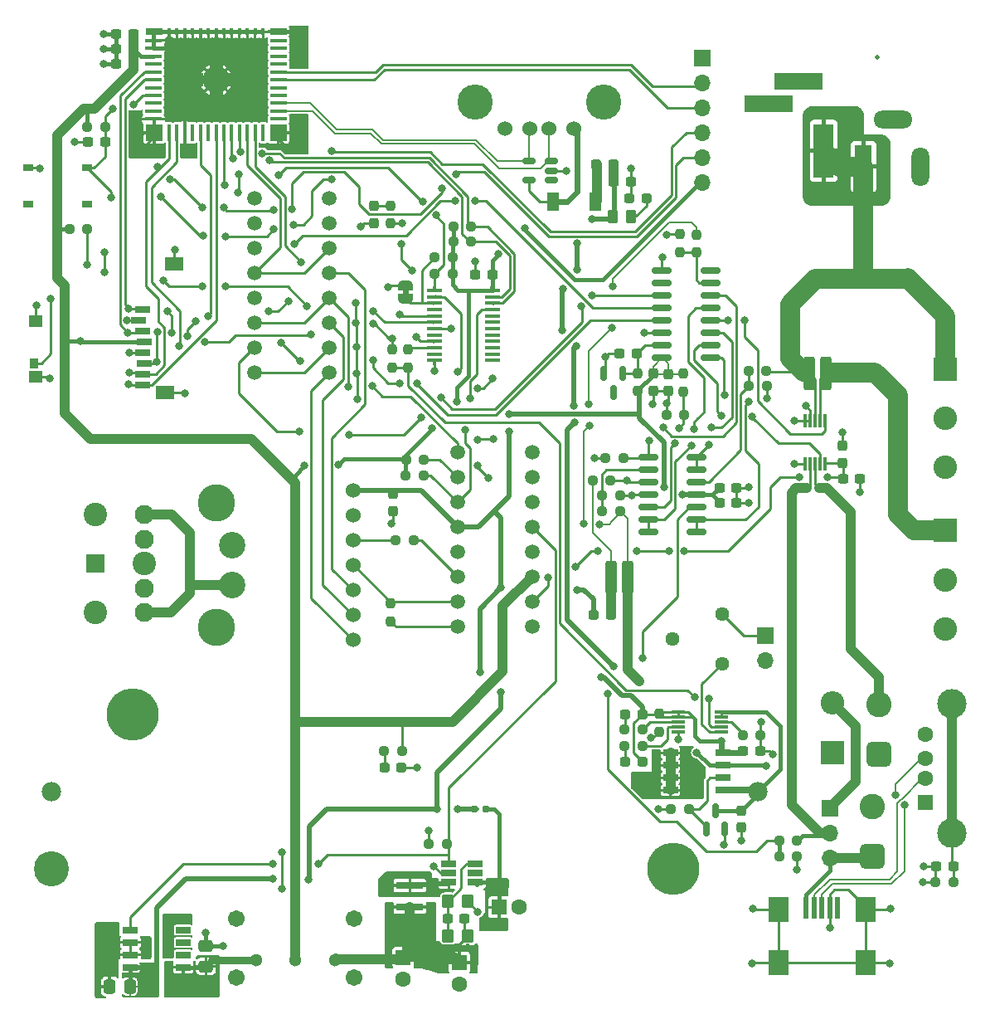
<source format=gbr>
%TF.GenerationSoftware,KiCad,Pcbnew,(6.0.4)*%
%TF.CreationDate,2022-06-30T01:03:10+03:00*%
%TF.ProjectId,test_project_01,74657374-5f70-4726-9f6a-6563745f3031,rev?*%
%TF.SameCoordinates,Original*%
%TF.FileFunction,Copper,L1,Top*%
%TF.FilePolarity,Positive*%
%FSLAX46Y46*%
G04 Gerber Fmt 4.6, Leading zero omitted, Abs format (unit mm)*
G04 Created by KiCad (PCBNEW (6.0.4)) date 2022-06-30 01:03:10*
%MOMM*%
%LPD*%
G01*
G04 APERTURE LIST*
G04 Aperture macros list*
%AMRoundRect*
0 Rectangle with rounded corners*
0 $1 Rounding radius*
0 $2 $3 $4 $5 $6 $7 $8 $9 X,Y pos of 4 corners*
0 Add a 4 corners polygon primitive as box body*
4,1,4,$2,$3,$4,$5,$6,$7,$8,$9,$2,$3,0*
0 Add four circle primitives for the rounded corners*
1,1,$1+$1,$2,$3*
1,1,$1+$1,$4,$5*
1,1,$1+$1,$6,$7*
1,1,$1+$1,$8,$9*
0 Add four rect primitives between the rounded corners*
20,1,$1+$1,$2,$3,$4,$5,0*
20,1,$1+$1,$4,$5,$6,$7,0*
20,1,$1+$1,$6,$7,$8,$9,0*
20,1,$1+$1,$8,$9,$2,$3,0*%
%AMFreePoly0*
4,1,22,0.500000,-0.750000,0.000000,-0.750000,0.000000,-0.745033,-0.079941,-0.743568,-0.215256,-0.701293,-0.333266,-0.622738,-0.424486,-0.514219,-0.481581,-0.384460,-0.499164,-0.250000,-0.500000,-0.250000,-0.500000,0.250000,-0.499164,0.250000,-0.499963,0.256109,-0.478152,0.396186,-0.417904,0.524511,-0.324060,0.630769,-0.204165,0.706417,-0.067858,0.745374,0.000000,0.744959,0.000000,0.750000,
0.500000,0.750000,0.500000,-0.750000,0.500000,-0.750000,$1*%
%AMFreePoly1*
4,1,20,0.000000,0.744959,0.073905,0.744508,0.209726,0.703889,0.328688,0.626782,0.421226,0.519385,0.479903,0.390333,0.500000,0.250000,0.500000,-0.250000,0.499851,-0.262216,0.476331,-0.402017,0.414519,-0.529596,0.319384,-0.634700,0.198574,-0.708877,0.061801,-0.746166,0.000000,-0.745033,0.000000,-0.750000,-0.500000,-0.750000,-0.500000,0.750000,0.000000,0.750000,0.000000,0.744959,
0.000000,0.744959,$1*%
%AMFreePoly2*
4,1,6,0.725000,-0.725000,-0.725000,-0.725000,-0.725000,0.125000,-0.125000,0.725000,0.725000,0.725000,0.725000,-0.725000,0.725000,-0.725000,$1*%
G04 Aperture macros list end*
%TA.AperFunction,SMDPad,CuDef*%
%ADD10R,0.300000X1.400000*%
%TD*%
%TA.AperFunction,SMDPad,CuDef*%
%ADD11C,0.500000*%
%TD*%
%TA.AperFunction,SMDPad,CuDef*%
%ADD12RoundRect,0.250000X-0.350000X-0.450000X0.350000X-0.450000X0.350000X0.450000X-0.350000X0.450000X0*%
%TD*%
%TA.AperFunction,SMDPad,CuDef*%
%ADD13RoundRect,0.250000X0.350000X0.450000X-0.350000X0.450000X-0.350000X-0.450000X0.350000X-0.450000X0*%
%TD*%
%TA.AperFunction,ComponentPad*%
%ADD14O,1.700000X1.700000*%
%TD*%
%TA.AperFunction,ComponentPad*%
%ADD15R,1.700000X1.700000*%
%TD*%
%TA.AperFunction,SMDPad,CuDef*%
%ADD16RoundRect,0.237500X-0.300000X-0.237500X0.300000X-0.237500X0.300000X0.237500X-0.300000X0.237500X0*%
%TD*%
%TA.AperFunction,SMDPad,CuDef*%
%ADD17RoundRect,0.237500X-0.237500X0.250000X-0.237500X-0.250000X0.237500X-0.250000X0.237500X0.250000X0*%
%TD*%
%TA.AperFunction,SMDPad,CuDef*%
%ADD18RoundRect,0.237500X-0.250000X-0.237500X0.250000X-0.237500X0.250000X0.237500X-0.250000X0.237500X0*%
%TD*%
%TA.AperFunction,SMDPad,CuDef*%
%ADD19RoundRect,0.250000X0.262500X0.450000X-0.262500X0.450000X-0.262500X-0.450000X0.262500X-0.450000X0*%
%TD*%
%TA.AperFunction,SMDPad,CuDef*%
%ADD20RoundRect,0.237500X0.237500X-0.287500X0.237500X0.287500X-0.237500X0.287500X-0.237500X-0.287500X0*%
%TD*%
%TA.AperFunction,SMDPad,CuDef*%
%ADD21RoundRect,0.237500X0.287500X0.237500X-0.287500X0.237500X-0.287500X-0.237500X0.287500X-0.237500X0*%
%TD*%
%TA.AperFunction,SMDPad,CuDef*%
%ADD22RoundRect,0.237500X-0.287500X-0.237500X0.287500X-0.237500X0.287500X0.237500X-0.287500X0.237500X0*%
%TD*%
%TA.AperFunction,SMDPad,CuDef*%
%ADD23RoundRect,0.237500X-0.237500X0.300000X-0.237500X-0.300000X0.237500X-0.300000X0.237500X0.300000X0*%
%TD*%
%TA.AperFunction,ComponentPad*%
%ADD24R,2.000000X5.500000*%
%TD*%
%TA.AperFunction,ComponentPad*%
%ADD25R,5.000000X1.800000*%
%TD*%
%TA.AperFunction,SMDPad,CuDef*%
%ADD26RoundRect,0.150000X0.150000X-0.587500X0.150000X0.587500X-0.150000X0.587500X-0.150000X-0.587500X0*%
%TD*%
%TA.AperFunction,SMDPad,CuDef*%
%ADD27R,2.700000X0.800000*%
%TD*%
%TA.AperFunction,SMDPad,CuDef*%
%ADD28RoundRect,0.237500X0.300000X0.237500X-0.300000X0.237500X-0.300000X-0.237500X0.300000X-0.237500X0*%
%TD*%
%TA.AperFunction,SMDPad,CuDef*%
%ADD29RoundRect,0.237500X0.237500X-0.300000X0.237500X0.300000X-0.237500X0.300000X-0.237500X-0.300000X0*%
%TD*%
%TA.AperFunction,ComponentPad*%
%ADD30R,1.600000X1.600000*%
%TD*%
%TA.AperFunction,ComponentPad*%
%ADD31C,1.600000*%
%TD*%
%TA.AperFunction,ComponentPad*%
%ADD32C,1.440000*%
%TD*%
%TA.AperFunction,SMDPad,CuDef*%
%ADD33RoundRect,0.237500X0.250000X0.237500X-0.250000X0.237500X-0.250000X-0.237500X0.250000X-0.237500X0*%
%TD*%
%TA.AperFunction,SMDPad,CuDef*%
%ADD34RoundRect,0.250000X0.475000X-0.337500X0.475000X0.337500X-0.475000X0.337500X-0.475000X-0.337500X0*%
%TD*%
%TA.AperFunction,SMDPad,CuDef*%
%ADD35RoundRect,0.150000X0.825000X0.150000X-0.825000X0.150000X-0.825000X-0.150000X0.825000X-0.150000X0*%
%TD*%
%TA.AperFunction,SMDPad,CuDef*%
%ADD36RoundRect,0.160000X-0.197500X-0.160000X0.197500X-0.160000X0.197500X0.160000X-0.197500X0.160000X0*%
%TD*%
%TA.AperFunction,ComponentPad*%
%ADD37C,1.300000*%
%TD*%
%TA.AperFunction,ComponentPad*%
%ADD38C,1.710000*%
%TD*%
%TA.AperFunction,SMDPad,CuDef*%
%ADD39RoundRect,0.237500X0.237500X-0.250000X0.237500X0.250000X-0.237500X0.250000X-0.237500X-0.250000X0*%
%TD*%
%TA.AperFunction,WasherPad*%
%ADD40C,3.810000*%
%TD*%
%TA.AperFunction,ComponentPad*%
%ADD41C,2.700000*%
%TD*%
%TA.AperFunction,ComponentPad*%
%ADD42C,1.524000*%
%TD*%
%TA.AperFunction,SMDPad,CuDef*%
%ADD43RoundRect,0.160000X0.197500X0.160000X-0.197500X0.160000X-0.197500X-0.160000X0.197500X-0.160000X0*%
%TD*%
%TA.AperFunction,SMDPad,CuDef*%
%ADD44R,1.000000X0.700000*%
%TD*%
%TA.AperFunction,ComponentPad*%
%ADD45R,1.500000X1.600000*%
%TD*%
%TA.AperFunction,ComponentPad*%
%ADD46C,3.000000*%
%TD*%
%TA.AperFunction,ComponentPad*%
%ADD47RoundRect,0.650000X0.650000X-0.650000X0.650000X0.650000X-0.650000X0.650000X-0.650000X-0.650000X0*%
%TD*%
%TA.AperFunction,ComponentPad*%
%ADD48C,2.600000*%
%TD*%
%TA.AperFunction,SMDPad,CuDef*%
%ADD49R,1.400000X0.300000*%
%TD*%
%TA.AperFunction,ComponentPad*%
%ADD50R,2.413000X2.413000*%
%TD*%
%TA.AperFunction,ComponentPad*%
%ADD51C,2.413000*%
%TD*%
%TA.AperFunction,SMDPad,CuDef*%
%ADD52FreePoly0,90.000000*%
%TD*%
%TA.AperFunction,SMDPad,CuDef*%
%ADD53FreePoly1,90.000000*%
%TD*%
%TA.AperFunction,SMDPad,CuDef*%
%ADD54RoundRect,0.250000X-0.337500X-1.450000X0.337500X-1.450000X0.337500X1.450000X-0.337500X1.450000X0*%
%TD*%
%TA.AperFunction,SMDPad,CuDef*%
%ADD55R,1.800000X0.400000*%
%TD*%
%TA.AperFunction,SMDPad,CuDef*%
%ADD56R,0.400000X1.800000*%
%TD*%
%TA.AperFunction,SMDPad,CuDef*%
%ADD57R,1.450000X1.450000*%
%TD*%
%TA.AperFunction,SMDPad,CuDef*%
%ADD58R,0.400000X0.800000*%
%TD*%
%TA.AperFunction,SMDPad,CuDef*%
%ADD59R,1.700000X0.700000*%
%TD*%
%TA.AperFunction,ComponentPad*%
%ADD60C,2.800000*%
%TD*%
%TA.AperFunction,SMDPad,CuDef*%
%ADD61FreePoly2,0.000000*%
%TD*%
%TA.AperFunction,SMDPad,CuDef*%
%ADD62R,1.700000X1.700000*%
%TD*%
%TA.AperFunction,SMDPad,CuDef*%
%ADD63R,1.560000X0.650000*%
%TD*%
%TA.AperFunction,SMDPad,CuDef*%
%ADD64RoundRect,0.250000X0.337500X0.475000X-0.337500X0.475000X-0.337500X-0.475000X0.337500X-0.475000X0*%
%TD*%
%TA.AperFunction,SMDPad,CuDef*%
%ADD65R,1.500000X0.650000*%
%TD*%
%TA.AperFunction,ComponentPad*%
%ADD66C,1.500000*%
%TD*%
%TA.AperFunction,ComponentPad*%
%ADD67R,1.800000X4.400000*%
%TD*%
%TA.AperFunction,ComponentPad*%
%ADD68O,1.800000X4.000000*%
%TD*%
%TA.AperFunction,ComponentPad*%
%ADD69O,4.000000X1.800000*%
%TD*%
%TA.AperFunction,ComponentPad*%
%ADD70R,2.400000X2.400000*%
%TD*%
%TA.AperFunction,ComponentPad*%
%ADD71O,2.400000X2.400000*%
%TD*%
%TA.AperFunction,SMDPad,CuDef*%
%ADD72R,1.200000X1.850000*%
%TD*%
%TA.AperFunction,SMDPad,CuDef*%
%ADD73R,1.500000X0.450000*%
%TD*%
%TA.AperFunction,SMDPad,CuDef*%
%ADD74RoundRect,0.250000X0.337500X1.450000X-0.337500X1.450000X-0.337500X-1.450000X0.337500X-1.450000X0*%
%TD*%
%TA.AperFunction,SMDPad,CuDef*%
%ADD75R,0.500000X2.250000*%
%TD*%
%TA.AperFunction,SMDPad,CuDef*%
%ADD76R,2.000000X2.500000*%
%TD*%
%TA.AperFunction,ComponentPad*%
%ADD77C,1.530000*%
%TD*%
%TA.AperFunction,ComponentPad*%
%ADD78C,3.600000*%
%TD*%
%TA.AperFunction,SMDPad,CuDef*%
%ADD79R,1.400000X1.300000*%
%TD*%
%TA.AperFunction,SMDPad,CuDef*%
%ADD80R,0.950000X1.000000*%
%TD*%
%TA.AperFunction,SMDPad,CuDef*%
%ADD81R,1.900000X1.400000*%
%TD*%
%TA.AperFunction,SMDPad,CuDef*%
%ADD82R,1.500000X0.800000*%
%TD*%
%TA.AperFunction,SMDPad,CuDef*%
%ADD83RoundRect,0.150000X0.512500X0.150000X-0.512500X0.150000X-0.512500X-0.150000X0.512500X-0.150000X0*%
%TD*%
%TA.AperFunction,SMDPad,CuDef*%
%ADD84RoundRect,0.150000X-0.150000X0.587500X-0.150000X-0.587500X0.150000X-0.587500X0.150000X0.587500X0*%
%TD*%
%TA.AperFunction,ComponentPad*%
%ADD85R,1.950000X1.950000*%
%TD*%
%TA.AperFunction,ComponentPad*%
%ADD86C,1.950000*%
%TD*%
%TA.AperFunction,ComponentPad*%
%ADD87C,2.400000*%
%TD*%
%TA.AperFunction,ComponentPad*%
%ADD88C,5.325000*%
%TD*%
%TA.AperFunction,ComponentPad*%
%ADD89C,3.585000*%
%TD*%
%TA.AperFunction,ComponentPad*%
%ADD90C,1.980000*%
%TD*%
%TA.AperFunction,ViaPad*%
%ADD91C,0.800000*%
%TD*%
%TA.AperFunction,Conductor*%
%ADD92C,0.400000*%
%TD*%
%TA.AperFunction,Conductor*%
%ADD93C,1.000000*%
%TD*%
%TA.AperFunction,Conductor*%
%ADD94C,0.600000*%
%TD*%
%TA.AperFunction,Conductor*%
%ADD95C,0.200000*%
%TD*%
%TA.AperFunction,Conductor*%
%ADD96C,0.250000*%
%TD*%
%TA.AperFunction,Conductor*%
%ADD97C,0.500000*%
%TD*%
%TA.AperFunction,Conductor*%
%ADD98C,0.800000*%
%TD*%
%TA.AperFunction,Conductor*%
%ADD99C,2.000000*%
%TD*%
%TA.AperFunction,Conductor*%
%ADD100C,0.700000*%
%TD*%
G04 APERTURE END LIST*
%TO.C,JP1*%
G36*
X90190600Y-77882800D02*
G01*
X89590600Y-77882800D01*
X89590600Y-77382800D01*
X90190600Y-77382800D01*
X90190600Y-77882800D01*
G37*
%TD*%
D10*
%TO.P,IC2,1,OUT1*%
%TO.N,ADC_CH3*%
X132698300Y-90763300D03*
%TO.P,IC2,2,IN-1*%
%TO.N,/POWER_MEASUREMENTS/load_vcc*%
X132198300Y-90763300D03*
%TO.P,IC2,3,IN+1*%
%TO.N,/POWER_MEASUREMENTS/source_vcc*%
X131698300Y-90763300D03*
%TO.P,IC2,4,GND*%
%TO.N,GND*%
X131198300Y-90763300D03*
%TO.P,IC2,5,REF1*%
X130698300Y-90763300D03*
%TO.P,IC2,6,REF2*%
X130698300Y-95163300D03*
%TO.P,IC2,7,IN+2*%
%TO.N,/POWER_MEASUREMENTS/mini_power_source*%
X131198300Y-95163300D03*
%TO.P,IC2,8,IN-2*%
%TO.N,/POWER_MEASUREMENTS/mini_power_load*%
X131698300Y-95163300D03*
%TO.P,IC2,9,OUT2*%
%TO.N,ADC_CH1*%
X132198300Y-95163300D03*
%TO.P,IC2,10,VS*%
%TO.N,+3V3*%
X132698300Y-95163300D03*
%TD*%
D11*
%TO.P,FID1,*%
%TO.N,*%
X137998200Y-53670200D03*
%TD*%
D12*
%TO.P,RR2,2*%
%TO.N,GND*%
X96199200Y-139776200D03*
%TO.P,RR2,1*%
%TO.N,Net-(C20-Pad2)*%
X94199200Y-139776200D03*
%TD*%
D13*
%TO.P,RR1,1*%
%TO.N,/Power-IN-OUT-BMS/buck_out*%
X96199200Y-143281400D03*
%TO.P,RR1,2*%
%TO.N,Net-(C20-Pad2)*%
X94199200Y-143281400D03*
%TD*%
D14*
%TO.P,J8,6,Pin_6*%
%TO.N,+3V3*%
X120167400Y-66421000D03*
%TO.P,J8,5,Pin_5*%
%TO.N,/DATA0*%
X120167400Y-63881000D03*
%TO.P,J8,4,Pin_4*%
%TO.N,/reset*%
X120167400Y-61341000D03*
%TO.P,J8,3,Pin_3*%
%TO.N,/RX*%
X120167400Y-58801000D03*
%TO.P,J8,2,Pin_2*%
%TO.N,/TX*%
X120167400Y-56261000D03*
D15*
%TO.P,J8,1,Pin_1*%
%TO.N,GND*%
X120167400Y-53721000D03*
%TD*%
D16*
%TO.P,C23,1*%
%TO.N,GND*%
X96978300Y-75844400D03*
%TO.P,C23,2*%
%TO.N,+3V3*%
X98703300Y-75844400D03*
%TD*%
D17*
%TO.P,R45,1*%
%TO.N,Net-(D6-Pad2)*%
X88290400Y-68794600D03*
%TO.P,R45,2*%
%TO.N,/P3*%
X88290400Y-70619600D03*
%TD*%
D18*
%TO.P,R44,1*%
%TO.N,Net-(D5-Pad2)*%
X87671000Y-124434600D03*
%TO.P,R44,2*%
%TO.N,+3V3*%
X89496000Y-124434600D03*
%TD*%
D19*
%TO.P,R20,1*%
%TO.N,Net-(D1-Pad2)*%
X112875700Y-69926200D03*
%TO.P,R20,2*%
%TO.N,+5V*%
X111050700Y-69926200D03*
%TD*%
D20*
%TO.P,D6,1,K*%
%TO.N,GND*%
X86639400Y-70558600D03*
%TO.P,D6,2,A*%
%TO.N,Net-(D6-Pad2)*%
X86639400Y-68808600D03*
%TD*%
D21*
%TO.P,D5,1,K*%
%TO.N,GND*%
X89456200Y-126161800D03*
%TO.P,D5,2,A*%
%TO.N,Net-(D5-Pad2)*%
X87706200Y-126161800D03*
%TD*%
D22*
%TO.P,D1,2,A*%
%TO.N,Net-(D1-Pad2)*%
X114463800Y-68021200D03*
%TO.P,D1,1,K*%
%TO.N,GND*%
X112713800Y-68021200D03*
%TD*%
D21*
%TO.P,F2,2*%
%TO.N,+VDC*%
X109056200Y-110540800D03*
%TO.P,F2,1*%
%TO.N,Power_in-*%
X110806200Y-110540800D03*
%TD*%
D23*
%TO.P,C16,1*%
%TO.N,+BATT*%
X124180600Y-130531700D03*
%TO.P,C16,2*%
%TO.N,GND*%
X124180600Y-132256700D03*
%TD*%
D24*
%TO.P,J4,1*%
%TO.N,/POWER_MEASUREMENTS/source_vcc*%
X132549800Y-63195200D03*
D25*
%TO.P,J4,2*%
%TO.N,GND*%
X126961800Y-58369200D03*
%TO.P,J4,3*%
%TO.N,unconnected-(J4-Pad3)*%
X130009800Y-56083200D03*
%TD*%
D26*
%TO.P,U8,1,RESET*%
%TO.N,/Power-IN-OUT-BMS/low_batt_shutoff*%
X120563600Y-132407900D03*
%TO.P,U8,2,GND*%
%TO.N,GND*%
X122463600Y-132407900D03*
%TO.P,U8,3,Vcc*%
%TO.N,+BATT*%
X121513600Y-130532900D03*
%TD*%
D16*
%TO.P,C11,1*%
%TO.N,+VDC*%
X121922200Y-97561400D03*
%TO.P,C11,2*%
%TO.N,GND*%
X123647200Y-97561400D03*
%TD*%
D27*
%TO.P,L1,1*%
%TO.N,/Power-IN-OUT-BMS/buck/inductor_buck*%
X90297000Y-138153000D03*
%TO.P,L1,2*%
%TO.N,/Power-IN-OUT-BMS/buck_out*%
X90297000Y-140353000D03*
%TD*%
D28*
%TO.P,C5,1*%
%TO.N,+3V3*%
X62050000Y-52806600D03*
%TO.P,C5,2*%
%TO.N,GND*%
X60325000Y-52806600D03*
%TD*%
D18*
%TO.P,R27,1*%
%TO.N,Net-(R24-Pad2)*%
X110290600Y-94538800D03*
%TO.P,R27,2*%
%TO.N,ADC_CH5*%
X112115600Y-94538800D03*
%TD*%
D29*
%TO.P,C7,1*%
%TO.N,GND*%
X115138200Y-87679700D03*
%TO.P,C7,2*%
%TO.N,+VDC*%
X115138200Y-85954700D03*
%TD*%
D18*
%TO.P,R34,1*%
%TO.N,Net-(R33-Pad2)*%
X128017900Y-133604000D03*
%TO.P,R34,2*%
%TO.N,/POWER_MEASUREMENTS/mini_power_source*%
X129842900Y-133604000D03*
%TD*%
D30*
%TO.P,C22,1*%
%TO.N,/Power-IN-OUT-BMS/buck_out*%
X95351600Y-146024600D03*
D31*
%TO.P,C22,2*%
%TO.N,GND*%
X95351600Y-148250000D03*
%TD*%
D18*
%TO.P,R29,1*%
%TO.N,Net-(R28-Pad2)*%
X124893700Y-85623400D03*
%TO.P,R29,2*%
%TO.N,/POWER_MEASUREMENTS/source_vcc*%
X126718700Y-85623400D03*
%TD*%
D22*
%TO.P,D3,1,K*%
%TO.N,Net-(D3-Pad1)*%
X112307400Y-125552200D03*
%TO.P,D3,2,A*%
%TO.N,+5V*%
X114057400Y-125552200D03*
%TD*%
D32*
%TO.P,RV1,1,1*%
%TO.N,Net-(J13-Pad1)*%
X122162000Y-110439200D03*
%TO.P,RV1,2,2*%
%TO.N,GND*%
X117082000Y-112979200D03*
%TO.P,RV1,3,3*%
%TO.N,/Power-IN-OUT-BMS/Set_charge_current*%
X122162000Y-115519200D03*
%TD*%
D33*
%TO.P,R12,1*%
%TO.N,SDA*%
X96545400Y-72491600D03*
%TO.P,R12,2*%
%TO.N,+3V3*%
X94720400Y-72491600D03*
%TD*%
D23*
%TO.P,C6,1*%
%TO.N,+VDC*%
X116662200Y-85980100D03*
%TO.P,C6,2*%
%TO.N,GND*%
X116662200Y-87705100D03*
%TD*%
D33*
%TO.P,R25,1*%
%TO.N,Power_in+*%
X111758100Y-99974400D03*
%TO.P,R25,2*%
%TO.N,Net-(R25-Pad2)*%
X109933100Y-99974400D03*
%TD*%
D15*
%TO.P,JP2,1,A*%
%TO.N,+5V*%
X133197600Y-130240800D03*
D14*
%TO.P,JP2,2,C*%
%TO.N,/POWER_MEASUREMENTS/mini_power_source*%
X133197600Y-132780800D03*
%TO.P,JP2,3,B*%
%TO.N,/POWER_MEASUREMENTS/ext_5v*%
X133197600Y-135320800D03*
%TD*%
D34*
%TO.P,C18,1*%
%TO.N,/Power-IN-OUT-BMS/lin_reg*%
X69469000Y-146427100D03*
%TO.P,C18,2*%
%TO.N,GND*%
X69469000Y-144352100D03*
%TD*%
D35*
%TO.P,U3,1,CH0*%
%TO.N,ADC_CH0*%
X120991400Y-84302600D03*
%TO.P,U3,2,CH1*%
%TO.N,ADC_CH1*%
X120991400Y-83032600D03*
%TO.P,U3,3,CH2*%
%TO.N,ADC_CH2*%
X120991400Y-81762600D03*
%TO.P,U3,4,CH3*%
%TO.N,ADC_CH3*%
X120991400Y-80492600D03*
%TO.P,U3,5,CH4*%
%TO.N,ADC_CH4*%
X120991400Y-79222600D03*
%TO.P,U3,6,CH5*%
%TO.N,ADC_CH5*%
X120991400Y-77952600D03*
%TO.P,U3,7,CH6*%
%TO.N,ADC_CH6*%
X120991400Y-76682600D03*
%TO.P,U3,8,CH7*%
%TO.N,unconnected-(U3-Pad8)*%
X120991400Y-75412600D03*
%TO.P,U3,9,DGND*%
%TO.N,GND*%
X116041400Y-75412600D03*
%TO.P,U3,10,~{CS}/SHDN*%
%TO.N,/SPI1_SS1*%
X116041400Y-76682600D03*
%TO.P,U3,11,Din*%
%TO.N,/SPI1_MOSI*%
X116041400Y-77952600D03*
%TO.P,U3,12,Dout*%
%TO.N,/SPI1_MISO*%
X116041400Y-79222600D03*
%TO.P,U3,13,CLK*%
%TO.N,/SPI1_CLK*%
X116041400Y-80492600D03*
%TO.P,U3,14,AGND*%
%TO.N,GND*%
X116041400Y-81762600D03*
%TO.P,U3,15,Vref*%
%TO.N,/Vref*%
X116041400Y-83032600D03*
%TO.P,U3,16,Vdd*%
%TO.N,+VDC*%
X116041400Y-84302600D03*
%TD*%
D23*
%TO.P,C8,1*%
%TO.N,+VDC*%
X88544400Y-98222900D03*
%TO.P,C8,2*%
%TO.N,GND*%
X88544400Y-99947900D03*
%TD*%
D36*
%TO.P,FB2,1*%
%TO.N,+VDC*%
X96862300Y-130327400D03*
%TO.P,FB2,2*%
%TO.N,/Power-IN-OUT-BMS/buck/buck_input_filtered*%
X98057300Y-130327400D03*
%TD*%
D31*
%TO.P,C21,2*%
%TO.N,GND*%
X89636600Y-147750000D03*
D30*
%TO.P,C21,1*%
%TO.N,/Power-IN-OUT-BMS/buck_out*%
X89636600Y-145542000D03*
%TD*%
D28*
%TO.P,C3,1*%
%TO.N,/reset*%
X59180900Y-62306200D03*
%TO.P,C3,2*%
%TO.N,GND*%
X57455900Y-62306200D03*
%TD*%
D17*
%TO.P,R9,1*%
%TO.N,/gain*%
X88341200Y-109374300D03*
%TO.P,R9,2*%
%TO.N,Net-(R9-Pad2)*%
X88341200Y-111199300D03*
%TD*%
D37*
%TO.P,S3,1,PIN1*%
%TO.N,/Power-IN-OUT-BMS/buck_out*%
X82613000Y-145790500D03*
%TO.P,S3,2,COM*%
%TO.N,+3V3*%
X78613000Y-145790500D03*
%TO.P,S3,3,PIN2*%
%TO.N,/Power-IN-OUT-BMS/lin_reg*%
X74613000Y-145790500D03*
D38*
%TO.P,S3,MH1,MH1*%
%TO.N,GND*%
X84613000Y-141540500D03*
%TO.P,S3,MH2,MH2*%
X84613000Y-147540500D03*
%TO.P,S3,MH3,MH3*%
X72613000Y-147540500D03*
%TO.P,S3,MH4,MH4*%
X72613000Y-141540500D03*
%TD*%
D39*
%TO.P,R42,1*%
%TO.N,Net-(R42-Pad1)*%
X118186200Y-87755100D03*
%TO.P,R42,2*%
%TO.N,+VDC*%
X118186200Y-85930100D03*
%TD*%
D40*
%TO.P,U4,*%
%TO.N,*%
X70510400Y-99161600D03*
X70510400Y-111861600D03*
D41*
%TO.P,U4,1,speaker+*%
%TO.N,Net-(J1-Pad2)*%
X72161400Y-107543600D03*
%TO.P,U4,2,speaker-*%
%TO.N,GND*%
X72161400Y-103479600D03*
D42*
%TO.P,U4,3,VDD*%
%TO.N,+VDC*%
X84480400Y-97891600D03*
%TO.P,U4,4,VSS*%
%TO.N,GND*%
X84480400Y-100431600D03*
%TO.P,U4,5,LRC_(Left/Right_Clock*%
%TO.N,/LRC*%
X84480400Y-113131600D03*
%TO.P,U4,6,BCLK_(Bit_Clock)*%
%TO.N,/BCLK*%
X84480400Y-110591600D03*
%TO.P,U4,7,DIN_(Data_In)*%
%TO.N,/DATA_IN*%
X84480400Y-108051600D03*
%TO.P,U4,8,GAIN*%
%TO.N,/gain*%
X84480400Y-105511600D03*
%TO.P,U4,9,SD_/_MODE*%
%TO.N,/on{slash}off+mode*%
X84480400Y-102971600D03*
%TD*%
D18*
%TO.P,R36,1*%
%TO.N,Net-(D2-Pad1)*%
X112221000Y-122275600D03*
%TO.P,R36,2*%
%TO.N,Net-(IC3-Pad3)*%
X114046000Y-122275600D03*
%TD*%
D43*
%TO.P,R35,1*%
%TO.N,/POWER_MEASUREMENTS/mini_power_load*%
X132067900Y-97637600D03*
%TO.P,R35,2*%
%TO.N,/POWER_MEASUREMENTS/mini_power_source*%
X130872900Y-97637600D03*
%TD*%
D44*
%TO.P,SW1,1,A*%
%TO.N,GND*%
X51356000Y-64952000D03*
%TO.P,SW1,2,B*%
%TO.N,/reset*%
X57356000Y-64952000D03*
%TO.P,SW1,3*%
%TO.N,N/C*%
X51356000Y-68652000D03*
%TO.P,SW1,4*%
X57356000Y-68652000D03*
%TD*%
D39*
%TO.P,R40,1*%
%TO.N,GND*%
X115773200Y-122451500D03*
%TO.P,R40,2*%
%TO.N,+5V*%
X115773200Y-120626500D03*
%TD*%
D18*
%TO.P,R8,1*%
%TO.N,/on{slash}off+mode*%
X88853000Y-102971600D03*
%TO.P,R8,2*%
%TO.N,Net-(R8-Pad2)*%
X90678000Y-102971600D03*
%TD*%
D28*
%TO.P,C1,1*%
%TO.N,+3V3*%
X62048900Y-54330600D03*
%TO.P,C1,2*%
%TO.N,GND*%
X60323900Y-54330600D03*
%TD*%
D39*
%TO.P,R18,1*%
%TO.N,TE*%
X90121600Y-85312400D03*
%TO.P,R18,2*%
%TO.N,Net-(IC1-Pad10)*%
X90121600Y-83487400D03*
%TD*%
D33*
%TO.P,R26,1*%
%TO.N,GND*%
X111758100Y-98399600D03*
%TO.P,R26,2*%
%TO.N,Net-(R25-Pad2)*%
X109933100Y-98399600D03*
%TD*%
D45*
%TO.P,J9,1,VBUS*%
%TO.N,/POWER_MEASUREMENTS/mini_power_load*%
X142925200Y-129712600D03*
D31*
%TO.P,J9,2,D-*%
%TO.N,/POWER_MEASUREMENTS/D2-*%
X142925200Y-127212600D03*
%TO.P,J9,3,D+*%
%TO.N,/POWER_MEASUREMENTS/D2+*%
X142925200Y-125212600D03*
%TO.P,J9,4,GND*%
%TO.N,GND*%
X142925200Y-122712600D03*
D46*
%TO.P,J9,5,Shield*%
%TO.N,Net-(C10-Pad1)*%
X145635200Y-132782600D03*
X145635200Y-119642600D03*
%TD*%
D47*
%TO.P,J11,1,Pin_1*%
%TO.N,/POWER_MEASUREMENTS/ext_5v*%
X137490200Y-135229600D03*
D48*
%TO.P,J11,2,Pin_2*%
%TO.N,GND*%
X137490200Y-130149600D03*
%TD*%
D18*
%TO.P,R43,1*%
%TO.N,GND*%
X116511700Y-90170000D03*
%TO.P,R43,2*%
%TO.N,Net-(R42-Pad1)*%
X118336700Y-90170000D03*
%TD*%
D35*
%TO.P,U6,1*%
%TO.N,ADC_CH0*%
X119569000Y-102108000D03*
%TO.P,U6,2,-*%
X119569000Y-100838000D03*
%TO.P,U6,3,+*%
%TO.N,Net-(R33-Pad2)*%
X119569000Y-99568000D03*
%TO.P,U6,4,V+*%
%TO.N,+VDC*%
X119569000Y-98298000D03*
%TO.P,U6,5,+*%
%TO.N,Net-(R28-Pad2)*%
X119569000Y-97028000D03*
%TO.P,U6,6,-*%
%TO.N,ADC_CH2*%
X119569000Y-95758000D03*
%TO.P,U6,7*%
X119569000Y-94488000D03*
%TO.P,U6,8*%
%TO.N,ADC_CH5*%
X114619000Y-94488000D03*
%TO.P,U6,9,-*%
%TO.N,Net-(R25-Pad2)*%
X114619000Y-95758000D03*
%TO.P,U6,10,+*%
%TO.N,Net-(R24-Pad2)*%
X114619000Y-97028000D03*
%TO.P,U6,11,V-*%
%TO.N,GND*%
X114619000Y-98298000D03*
%TO.P,U6,12,+*%
%TO.N,Net-(R42-Pad1)*%
X114619000Y-99568000D03*
%TO.P,U6,13,-*%
%TO.N,ADC_CH4*%
X114619000Y-100838000D03*
%TO.P,U6,14*%
X114619000Y-102108000D03*
%TD*%
D47*
%TO.P,J12,1,Pin_1*%
%TO.N,GND*%
X138176000Y-124764800D03*
D48*
%TO.P,J12,2,Pin_2*%
%TO.N,/POWER_MEASUREMENTS/mini_power_load*%
X138176000Y-119684800D03*
%TD*%
D49*
%TO.P,IC3,1,VDD_1*%
%TO.N,+5V*%
X117713400Y-120462800D03*
%TO.P,IC3,2,VDD_2*%
X117713400Y-120962800D03*
%TO.P,IC3,3,STAT1*%
%TO.N,Net-(IC3-Pad3)*%
X117713400Y-121462800D03*
%TO.P,IC3,4,STAT2*%
%TO.N,Net-(IC3-Pad4)*%
X117713400Y-121962800D03*
%TO.P,IC3,5,VSS*%
%TO.N,GND*%
X117713400Y-122462800D03*
%TO.P,IC3,6,PROG*%
%TO.N,/Power-IN-OUT-BMS/Set_charge_current*%
X122113400Y-122462800D03*
%TO.P,IC3,7,~{PG(}TE)*%
%TO.N,TE*%
X122113400Y-121962800D03*
%TO.P,IC3,8,THERM*%
%TO.N,Net-(IC3-Pad8)*%
X122113400Y-121462800D03*
%TO.P,IC3,9,VBAT_1*%
%TO.N,+BATT*%
X122113400Y-120962800D03*
%TO.P,IC3,10,VBAT_2*%
X122113400Y-120462800D03*
%TD*%
D50*
%TO.P,J7,1,Pin_1*%
%TO.N,/POWER_MEASUREMENTS/load_vcc*%
X144940020Y-101959410D03*
D51*
%TO.P,J7,2,Pin_2*%
%TO.N,GND*%
X144940020Y-106958130D03*
%TO.P,J7,3,Pin_3*%
%TO.N,unconnected-(J7-Pad3)*%
X144940020Y-111959390D03*
%TD*%
D16*
%TO.P,C15,1*%
%TO.N,+5V*%
X124334100Y-124460000D03*
%TO.P,C15,2*%
%TO.N,GND*%
X126059100Y-124460000D03*
%TD*%
D17*
%TO.P,R23,1*%
%TO.N,GND*%
X117881400Y-71731500D03*
%TO.P,R23,2*%
%TO.N,ADC_CH6*%
X117881400Y-73556500D03*
%TD*%
D28*
%TO.P,C12,1*%
%TO.N,GND*%
X123646100Y-99085400D03*
%TO.P,C12,2*%
%TO.N,+VDC*%
X121921100Y-99085400D03*
%TD*%
D52*
%TO.P,JP1,1,A*%
%TO.N,Net-(IC1-Pad3)*%
X89890600Y-78282800D03*
D53*
%TO.P,JP1,2,B*%
%TO.N,Net-(IC1-Pad9)*%
X89890600Y-76982800D03*
%TD*%
D16*
%TO.P,C9,1*%
%TO.N,+5V*%
X111126100Y-66319400D03*
%TO.P,C9,2*%
%TO.N,GND*%
X112851100Y-66319400D03*
%TD*%
D18*
%TO.P,R39,1*%
%TO.N,GND*%
X116968900Y-130378200D03*
%TO.P,R39,2*%
%TO.N,/Power-IN-OUT-BMS/low_batt_shutoff*%
X118793900Y-130378200D03*
%TD*%
D16*
%TO.P,C4,1*%
%TO.N,GND*%
X111710300Y-83896200D03*
%TO.P,C4,2*%
%TO.N,/Vref*%
X113435300Y-83896200D03*
%TD*%
D54*
%TO.P,R31,1*%
%TO.N,/POWER_MEASUREMENTS/source_vcc*%
X131090100Y-85877400D03*
%TO.P,R31,2*%
%TO.N,/POWER_MEASUREMENTS/load_vcc*%
X132765100Y-85877400D03*
%TD*%
D28*
%TO.P,C10,1*%
%TO.N,Net-(C10-Pad1)*%
X145791100Y-136220200D03*
%TO.P,C10,2*%
%TO.N,GND*%
X144066100Y-136220200D03*
%TD*%
D33*
%TO.P,R13,1*%
%TO.N,SCL*%
X96547300Y-70967600D03*
%TO.P,R13,2*%
%TO.N,+3V3*%
X94722300Y-70967600D03*
%TD*%
D22*
%TO.P,D2,1,K*%
%TO.N,Net-(D2-Pad1)*%
X112307400Y-120675400D03*
%TO.P,D2,2,A*%
%TO.N,+5V*%
X114057400Y-120675400D03*
%TD*%
D55*
%TO.P,U1,1,GND*%
%TO.N,GND*%
X64112600Y-51956200D03*
%TO.P,U1,2,GND*%
X64112600Y-52756200D03*
%TO.P,U1,3,3V3*%
%TO.N,+3V3*%
X64112600Y-53556200D03*
%TO.P,U1,4,NC*%
%TO.N,unconnected-(U1-Pad4)*%
X64112600Y-54356200D03*
%TO.P,U1,5,GPIO2/ADC1_CH2*%
%TO.N,/GPIO2*%
X64112600Y-55156200D03*
%TO.P,U1,6,GPIO3/ADC1_CH3*%
%TO.N,/DATA2*%
X64112600Y-55956200D03*
%TO.P,U1,7,NC*%
%TO.N,unconnected-(U1-Pad7)*%
X64112600Y-56756200D03*
%TO.P,U1,8,EN/CHIP_PU*%
%TO.N,/reset*%
X64112600Y-57556200D03*
%TO.P,U1,9,NC*%
%TO.N,unconnected-(U1-Pad9)*%
X64112600Y-58356200D03*
%TO.P,U1,10,NC*%
%TO.N,unconnected-(U1-Pad10)*%
X64112600Y-59156200D03*
%TO.P,U1,11,GND*%
%TO.N,GND*%
X64112600Y-59956200D03*
D56*
%TO.P,U1,12,GPIO0/ADC1_CH0/XTAL_32K_P*%
%TO.N,/DATA0*%
X65712600Y-61356200D03*
%TO.P,U1,13,GPIO1/ADC1_CH1/XTAL_32K_N*%
%TO.N,/GPIO1*%
X66512600Y-61356200D03*
%TO.P,U1,14,GND*%
%TO.N,GND*%
X67312600Y-61356200D03*
%TO.P,U1,15,NC*%
%TO.N,unconnected-(U1-Pad15)*%
X68112600Y-61356200D03*
%TO.P,U1,16,GPIO10*%
%TO.N,/GPIO10*%
X68912600Y-61356200D03*
%TO.P,U1,17,NC*%
%TO.N,unconnected-(U1-Pad17)*%
X69712600Y-61356200D03*
%TO.P,U1,18,GPIO4/ADC1_CH4*%
%TO.N,/DATA1*%
X70512600Y-61356200D03*
%TO.P,U1,19,GPIO5/ADC2_CH0*%
%TO.N,/GPIO5*%
X71312600Y-61356200D03*
%TO.P,U1,20,GPIO6*%
%TO.N,SDA*%
X72112600Y-61356200D03*
%TO.P,U1,21,GPIO7*%
%TO.N,SCL*%
X72912600Y-61356200D03*
%TO.P,U1,22,GPIO8*%
%TO.N,/GPIO8*%
X73712600Y-61356200D03*
%TO.P,U1,23,GPIO9*%
%TO.N,/GPIO9*%
X74512600Y-61356200D03*
%TO.P,U1,24,NC*%
%TO.N,unconnected-(U1-Pad24)*%
X75312600Y-61356200D03*
D55*
%TO.P,U1,25,NC*%
%TO.N,unconnected-(U1-Pad25)*%
X76912600Y-59956200D03*
%TO.P,U1,26,GPIO18/USB_D-*%
%TO.N,D-*%
X76912600Y-59156200D03*
%TO.P,U1,27,GPIO19/USB_D+*%
%TO.N,D+*%
X76912600Y-58356200D03*
%TO.P,U1,28,NC*%
%TO.N,unconnected-(U1-Pad28)*%
X76912600Y-57556200D03*
%TO.P,U1,29,NC*%
%TO.N,unconnected-(U1-Pad29)*%
X76912600Y-56756200D03*
%TO.P,U1,30,GPIO20/U0RXD*%
%TO.N,/RX*%
X76912600Y-55956200D03*
%TO.P,U1,31,GPIO21/U0TXD*%
%TO.N,/TX*%
X76912600Y-55156200D03*
%TO.P,U1,32,NC*%
%TO.N,unconnected-(U1-Pad32)*%
X76912600Y-54356200D03*
%TO.P,U1,33,NC*%
%TO.N,unconnected-(U1-Pad33)*%
X76912600Y-53556200D03*
%TO.P,U1,34,NC*%
%TO.N,unconnected-(U1-Pad34)*%
X76912600Y-52756200D03*
%TO.P,U1,35,NC*%
%TO.N,unconnected-(U1-Pad35)*%
X76912600Y-51956200D03*
D57*
%TO.P,U1,36,GND*%
%TO.N,GND*%
X70512600Y-53981200D03*
D58*
X65712600Y-51056200D03*
X72912600Y-51056200D03*
X66512600Y-51056200D03*
X70512600Y-51056200D03*
X72112600Y-51056200D03*
D57*
X72487600Y-53981200D03*
D58*
X69712600Y-51056200D03*
X68912600Y-51056200D03*
D57*
X70512600Y-57931200D03*
X68537600Y-57931200D03*
D59*
X76862600Y-51006200D03*
D60*
X70512600Y-55956200D03*
D58*
X74512600Y-51056200D03*
X67312600Y-51056200D03*
D57*
X72487600Y-57931200D03*
X72487600Y-55956200D03*
D61*
X68537600Y-53981200D03*
D59*
X64162600Y-51006200D03*
D57*
X68537600Y-55956200D03*
D58*
X75312600Y-51056200D03*
X71312600Y-51056200D03*
X68112600Y-51056200D03*
D62*
X76862600Y-61356200D03*
D58*
X73712600Y-51056200D03*
D62*
X64162600Y-61356200D03*
%TD*%
D63*
%TO.P,U10,1,EN*%
%TO.N,3v3_enable*%
X94281000Y-135956000D03*
%TO.P,U10,2,GND*%
%TO.N,GND*%
X94281000Y-136906000D03*
%TO.P,U10,3,LX*%
%TO.N,/Power-IN-OUT-BMS/buck/inductor_buck*%
X94281000Y-137856000D03*
%TO.P,U10,4,IN*%
%TO.N,/Power-IN-OUT-BMS/buck/buck_input_filtered*%
X96981000Y-137856000D03*
%TO.P,U10,5,NC*%
%TO.N,unconnected-(U10-Pad5)*%
X96981000Y-136906000D03*
%TO.P,U10,6,FB*%
%TO.N,Net-(C20-Pad2)*%
X96981000Y-135956000D03*
%TD*%
D17*
%TO.P,R19,1*%
%TO.N,GND*%
X88468200Y-83468200D03*
%TO.P,R19,2*%
%TO.N,TE*%
X88468200Y-85293200D03*
%TD*%
D33*
%TO.P,R3,1*%
%TO.N,3v3_enable*%
X94077800Y-133908800D03*
%TO.P,R3,2*%
%TO.N,GND*%
X92252800Y-133908800D03*
%TD*%
D18*
%TO.P,R2,1*%
%TO.N,+3V3*%
X57380500Y-60731400D03*
%TO.P,R2,2*%
%TO.N,/reset*%
X59205500Y-60731400D03*
%TD*%
D39*
%TO.P,R1,1*%
%TO.N,+VDC*%
X113588800Y-87729700D03*
%TO.P,R1,2*%
%TO.N,/Vref*%
X113588800Y-85904700D03*
%TD*%
D22*
%TO.P,F1,1*%
%TO.N,Net-(F1-Pad1)*%
X109361000Y-64566800D03*
%TO.P,F1,2*%
%TO.N,+5V*%
X111111000Y-64566800D03*
%TD*%
D18*
%TO.P,R32,1*%
%TO.N,GND*%
X143992600Y-137820400D03*
%TO.P,R32,2*%
%TO.N,Net-(C10-Pad1)*%
X145817600Y-137820400D03*
%TD*%
D33*
%TO.P,R6,1*%
%TO.N,/A1*%
X91741000Y-94691200D03*
%TO.P,R6,2*%
%TO.N,+3V3*%
X89916000Y-94691200D03*
%TD*%
D64*
%TO.P,C17,1*%
%TO.N,+VDC*%
X61718100Y-148463000D03*
%TO.P,C17,2*%
%TO.N,GND*%
X59643100Y-148463000D03*
%TD*%
D65*
%TO.P,IC4,1,VOUT*%
%TO.N,/Power-IN-OUT-BMS/lin_reg*%
X67165200Y-146507200D03*
%TO.P,IC4,2,NC_1*%
%TO.N,unconnected-(IC4-Pad2)*%
X67165200Y-145237200D03*
%TO.P,IC4,3,NC_2*%
%TO.N,unconnected-(IC4-Pad3)*%
X67165200Y-143967200D03*
%TO.P,IC4,4,NC_3*%
%TO.N,unconnected-(IC4-Pad4)*%
X67165200Y-142697200D03*
%TO.P,IC4,5,EN*%
%TO.N,3v3_enable*%
X61765200Y-142697200D03*
%TO.P,IC4,6,GND_1*%
%TO.N,GND*%
X61765200Y-143967200D03*
%TO.P,IC4,7,GND_2*%
X61765200Y-145237200D03*
%TO.P,IC4,8,VIN*%
%TO.N,+VDC*%
X61765200Y-146507200D03*
%TD*%
D50*
%TO.P,J6,1,Pin_1*%
%TO.N,/POWER_MEASUREMENTS/source_vcc*%
X145008600Y-85496400D03*
D51*
%TO.P,J6,2,Pin_2*%
%TO.N,GND*%
X145008600Y-90495120D03*
%TO.P,J6,3,Pin_3*%
%TO.N,unconnected-(J6-Pad3)*%
X145008600Y-95496380D03*
%TD*%
D66*
%TO.P,S2,1,COM_1*%
%TO.N,/GPIO9*%
X95148400Y-93980000D03*
%TO.P,S2,2,NO_1*%
%TO.N,GND*%
X102768400Y-93980000D03*
%TO.P,S2,3,COM_2*%
%TO.N,/A1*%
X95148400Y-96520000D03*
%TO.P,S2,4,NO_2*%
%TO.N,GND*%
X102768400Y-96520000D03*
%TO.P,S2,5,COM_3*%
%TO.N,/A0*%
X95148400Y-99060000D03*
%TO.P,S2,6,NO_3*%
%TO.N,GND*%
X102768400Y-99060000D03*
%TO.P,S2,7,COM_4*%
%TO.N,+VDC*%
X95148400Y-101600000D03*
%TO.P,S2,8,NO_4*%
%TO.N,3v3_enable*%
X102768400Y-101600000D03*
%TO.P,S2,9,COM_5*%
%TO.N,unconnected-(S2-Pad9)*%
X95148400Y-104140000D03*
%TO.P,S2,10,NO_5*%
%TO.N,unconnected-(S2-Pad10)*%
X102768400Y-104140000D03*
%TO.P,S2,11,COM_6*%
%TO.N,Net-(R8-Pad2)*%
X95148400Y-106680000D03*
%TO.P,S2,12,NO_6*%
%TO.N,+3V3*%
X102768400Y-106680000D03*
%TO.P,S2,13,COM_7*%
%TO.N,/gain*%
X95148400Y-109220000D03*
%TO.P,S2,14,NO_7*%
%TO.N,GND*%
X102768400Y-109220000D03*
%TO.P,S2,15,COM_8*%
%TO.N,Net-(R9-Pad2)*%
X95148400Y-111760000D03*
%TO.P,S2,16,NO_8*%
%TO.N,GND*%
X102768400Y-111760000D03*
%TD*%
D67*
%TO.P,J5,1*%
%TO.N,/POWER_MEASUREMENTS/source_vcc*%
X136626600Y-64811200D03*
D68*
%TO.P,J5,2*%
%TO.N,GND*%
X142426600Y-64811200D03*
D69*
%TO.P,J5,3*%
%TO.N,unconnected-(J5-Pad3)*%
X139626600Y-60011200D03*
%TD*%
D33*
%TO.P,R28,1*%
%TO.N,GND*%
X126769500Y-87223600D03*
%TO.P,R28,2*%
%TO.N,Net-(R28-Pad2)*%
X124944500Y-87223600D03*
%TD*%
D28*
%TO.P,C20,1*%
%TO.N,/Power-IN-OUT-BMS/buck_out*%
X95858500Y-141528800D03*
%TO.P,C20,2*%
%TO.N,Net-(C20-Pad2)*%
X94133500Y-141528800D03*
%TD*%
D18*
%TO.P,R16,1*%
%TO.N,Net-(IC1-Pad3)*%
X92838900Y-74066400D03*
%TO.P,R16,2*%
%TO.N,+3V3*%
X94663900Y-74066400D03*
%TD*%
%TO.P,R24,1*%
%TO.N,Power_in-*%
X108966000Y-96824800D03*
%TO.P,R24,2*%
%TO.N,Net-(R24-Pad2)*%
X110791000Y-96824800D03*
%TD*%
D33*
%TO.P,R38,1*%
%TO.N,GND*%
X126109100Y-122809000D03*
%TO.P,R38,2*%
%TO.N,Net-(IC3-Pad8)*%
X124284100Y-122809000D03*
%TD*%
D18*
%TO.P,R37,1*%
%TO.N,Net-(D3-Pad1)*%
X112224900Y-123926600D03*
%TO.P,R37,2*%
%TO.N,Net-(IC3-Pad4)*%
X114049900Y-123926600D03*
%TD*%
D70*
%TO.P,D4,1,K*%
%TO.N,Power_in+*%
X133451600Y-124617200D03*
D71*
%TO.P,D4,2,A*%
%TO.N,+5V*%
X133451600Y-119537200D03*
%TD*%
D16*
%TO.P,C14,1*%
%TO.N,+3V3*%
X134518800Y-96646300D03*
%TO.P,C14,2*%
%TO.N,GND*%
X136243800Y-96646300D03*
%TD*%
D28*
%TO.P,C2,1*%
%TO.N,+3V3*%
X62051100Y-51257200D03*
%TO.P,C2,2*%
%TO.N,GND*%
X60326100Y-51257200D03*
%TD*%
D72*
%TO.P,FB1,1,1*%
%TO.N,VBUS*%
X104961800Y-68376800D03*
%TO.P,FB1,2,2*%
%TO.N,Net-(F1-Pad1)*%
X109261800Y-68376800D03*
%TD*%
D73*
%TO.P,IC1,1,IRQ#*%
%TO.N,/GPIO5*%
X92808000Y-77451000D03*
%TO.P,IC1,2,A1*%
%TO.N,/A1*%
X92808000Y-78101000D03*
%TO.P,IC1,3,RESET#*%
%TO.N,Net-(IC1-Pad3)*%
X92808000Y-78751000D03*
%TO.P,IC1,4,P0*%
%TO.N,/SPI2_SS1*%
X92808000Y-79401000D03*
%TO.P,IC1,5,P1*%
%TO.N,/DATA3*%
X92808000Y-80051000D03*
%TO.P,IC1,6,P2*%
%TO.N,/SD_sense*%
X92808000Y-80701000D03*
%TO.P,IC1,7,P3*%
%TO.N,/P3*%
X92808000Y-81351000D03*
%TO.P,IC1,8,P4*%
%TO.N,unconnected-(IC1-Pad8)*%
X92808000Y-82001000D03*
%TO.P,IC1,9,P5*%
%TO.N,Net-(IC1-Pad9)*%
X92808000Y-82651000D03*
%TO.P,IC1,10,P6*%
%TO.N,Net-(IC1-Pad10)*%
X92808000Y-83301000D03*
%TO.P,IC1,11,P7*%
%TO.N,unconnected-(IC1-Pad11)*%
X92808000Y-83951000D03*
%TO.P,IC1,12,GND*%
%TO.N,GND*%
X92808000Y-84601000D03*
%TO.P,IC1,13,P8*%
%TO.N,unconnected-(IC1-Pad13)*%
X98708000Y-84601000D03*
%TO.P,IC1,14,P9*%
%TO.N,unconnected-(IC1-Pad14)*%
X98708000Y-83951000D03*
%TO.P,IC1,15,P10*%
%TO.N,unconnected-(IC1-Pad15)*%
X98708000Y-83301000D03*
%TO.P,IC1,16,P11*%
%TO.N,unconnected-(IC1-Pad16)*%
X98708000Y-82651000D03*
%TO.P,IC1,17,P12*%
%TO.N,unconnected-(IC1-Pad17)*%
X98708000Y-82001000D03*
%TO.P,IC1,18,P13*%
%TO.N,unconnected-(IC1-Pad18)*%
X98708000Y-81351000D03*
%TO.P,IC1,19,P14*%
%TO.N,unconnected-(IC1-Pad19)*%
X98708000Y-80701000D03*
%TO.P,IC1,20,P15*%
%TO.N,unconnected-(IC1-Pad20)*%
X98708000Y-80051000D03*
%TO.P,IC1,21,A0*%
%TO.N,/A0*%
X98708000Y-79401000D03*
%TO.P,IC1,22,SCL*%
%TO.N,SCL*%
X98708000Y-78751000D03*
%TO.P,IC1,23,SDA*%
%TO.N,SDA*%
X98708000Y-78101000D03*
%TO.P,IC1,24,VCC*%
%TO.N,+3V3*%
X98708000Y-77451000D03*
%TD*%
D33*
%TO.P,R4,1*%
%TO.N,/A0*%
X91692100Y-96316800D03*
%TO.P,R4,2*%
%TO.N,+3V3*%
X89867100Y-96316800D03*
%TD*%
D74*
%TO.P,R41,1*%
%TO.N,Power_in+*%
X112520600Y-106730800D03*
%TO.P,R41,2*%
%TO.N,Power_in-*%
X110845600Y-106730800D03*
%TD*%
D75*
%TO.P,J10,1,1*%
%TO.N,/POWER_MEASUREMENTS/ext_5v*%
X130784800Y-140448600D03*
%TO.P,J10,2,2*%
%TO.N,/POWER_MEASUREMENTS/D2-*%
X131584800Y-140448600D03*
%TO.P,J10,3,3*%
%TO.N,/POWER_MEASUREMENTS/D2+*%
X132384800Y-140448600D03*
%TO.P,J10,4,4*%
%TO.N,GND*%
X133184800Y-140448600D03*
%TO.P,J10,5,5*%
%TO.N,unconnected-(J10-Pad5)*%
X133984800Y-140448600D03*
D76*
%TO.P,J10,MP1,MP1*%
%TO.N,GND*%
X127934800Y-140573600D03*
%TO.P,J10,MP2,MP2*%
X136834800Y-140573600D03*
%TO.P,J10,MP3,MP3*%
X127934800Y-146023600D03*
%TO.P,J10,MP4,MP4*%
X136834800Y-146023600D03*
%TD*%
D15*
%TO.P,J13,1,Pin_1*%
%TO.N,Net-(J13-Pad1)*%
X126568200Y-112644000D03*
D14*
%TO.P,J13,2,Pin_2*%
%TO.N,GND*%
X126568200Y-115184000D03*
%TD*%
D18*
%TO.P,R17,1*%
%TO.N,/GPIO5*%
X92813500Y-75768200D03*
%TO.P,R17,2*%
%TO.N,+3V3*%
X94638500Y-75768200D03*
%TD*%
D30*
%TO.P,C19,1*%
%TO.N,/Power-IN-OUT-BMS/buck/buck_input_filtered*%
X99415600Y-140385800D03*
D31*
%TO.P,C19,2*%
%TO.N,GND*%
X101415600Y-140385800D03*
%TD*%
D39*
%TO.P,R22,1*%
%TO.N,ADC_CH6*%
X119553200Y-73565900D03*
%TO.P,R22,2*%
%TO.N,Power_in+*%
X119553200Y-71740900D03*
%TD*%
D77*
%TO.P,J2,1,1*%
%TO.N,VBUS*%
X107010200Y-60934600D03*
%TO.P,J2,2,2*%
%TO.N,D-*%
X104510200Y-60934600D03*
%TO.P,J2,3,3*%
%TO.N,D+*%
X102510200Y-60934600D03*
%TO.P,J2,4,4*%
%TO.N,GND*%
X100010200Y-60934600D03*
D78*
%TO.P,J2,MH1,MH1*%
X110080200Y-58224600D03*
%TO.P,J2,MH2,MH2*%
X96940200Y-58224600D03*
%TD*%
D79*
%TO.P,J3,MP1,MP1*%
%TO.N,GND*%
X52110000Y-86280400D03*
D80*
%TO.P,J3,MP2,MP2*%
%TO.N,/SD_sense*%
X51884000Y-84890400D03*
D79*
%TO.P,J3,MP3,MP3*%
%TO.N,GND*%
X52110000Y-80580400D03*
D81*
%TO.P,J3,MP4,MP4*%
X65259000Y-87880400D03*
%TO.P,J3,MP5,MP5*%
X66259000Y-74730400D03*
D82*
%TO.P,J3,P1,DAT2*%
%TO.N,/DATA2*%
X62970000Y-79390400D03*
%TO.P,J3,P2,CD/DAT3*%
%TO.N,/DATA3*%
X62570000Y-80490400D03*
%TO.P,J3,P3,CMD*%
%TO.N,/GPIO2*%
X62970000Y-81590400D03*
%TO.P,J3,P4,VDD*%
%TO.N,+3V3*%
X63170000Y-82690400D03*
%TO.P,J3,P5,CLK*%
%TO.N,/GPIO1*%
X62970000Y-83790400D03*
%TO.P,J3,P6,VSS*%
%TO.N,GND*%
X63170000Y-84890400D03*
%TO.P,J3,P7,DAT0*%
%TO.N,/DATA0*%
X62970000Y-85990400D03*
%TO.P,J3,P8,DAT1*%
%TO.N,/DATA1*%
X62970000Y-87090400D03*
%TD*%
D83*
%TO.P,U5,1,NC*%
%TO.N,unconnected-(U5-Pad1)*%
X104769500Y-66177200D03*
%TO.P,U5,2,VSS*%
%TO.N,GND*%
X104769500Y-65227200D03*
%TO.P,U5,3,CH1*%
%TO.N,D-*%
X104769500Y-64277200D03*
%TO.P,U5,4,CH2*%
%TO.N,D+*%
X102494500Y-64277200D03*
%TO.P,U5,5,VCC*%
%TO.N,VBUS*%
X102494500Y-66177200D03*
%TD*%
D33*
%TO.P,R33,1*%
%TO.N,GND*%
X129819400Y-135204200D03*
%TO.P,R33,2*%
%TO.N,Net-(R33-Pad2)*%
X127994400Y-135204200D03*
%TD*%
D84*
%TO.P,U2,1,K*%
%TO.N,/Vref*%
X112024200Y-85955900D03*
%TO.P,U2,2,A*%
%TO.N,GND*%
X110124200Y-85955900D03*
%TO.P,U2,3*%
%TO.N,N/C*%
X111074200Y-87830900D03*
%TD*%
D65*
%TO.P,Q1,1,S1*%
%TO.N,+BATT*%
X122308600Y-128447800D03*
%TO.P,Q1,2,G1*%
%TO.N,/Power-IN-OUT-BMS/low_batt_shutoff*%
X122308600Y-127177800D03*
%TO.P,Q1,3,S2*%
%TO.N,Power_in+*%
X122308600Y-125907800D03*
%TO.P,Q1,4,G2*%
%TO.N,+5V*%
X122308600Y-124637800D03*
%TO.P,Q1,5,D2_1*%
%TO.N,/Power-IN-OUT-BMS/Drains*%
X116908600Y-124637800D03*
%TO.P,Q1,6,D2_2*%
X116908600Y-125907800D03*
%TO.P,Q1,7,D1_1*%
X116908600Y-127177800D03*
%TO.P,Q1,8,D1_2*%
X116908600Y-128447800D03*
%TD*%
D29*
%TO.P,C13,1*%
%TO.N,+3V3*%
X134492300Y-95045000D03*
%TO.P,C13,2*%
%TO.N,GND*%
X134492300Y-93320000D03*
%TD*%
D66*
%TO.P,S1,1,COM_1*%
%TO.N,unconnected-(S1-Pad1)*%
X74422000Y-68072000D03*
%TO.P,S1,2,NO_1*%
%TO.N,unconnected-(S1-Pad2)*%
X82042000Y-68072000D03*
%TO.P,S1,3,COM_2*%
%TO.N,unconnected-(S1-Pad3)*%
X74422000Y-70612000D03*
%TO.P,S1,4,NO_2*%
%TO.N,unconnected-(S1-Pad4)*%
X82042000Y-70612000D03*
%TO.P,S1,5,COM_3*%
%TO.N,/SPI1_MISO*%
X74422000Y-73152000D03*
%TO.P,S1,6,NO_3*%
%TO.N,/GPIO8*%
X82042000Y-73152000D03*
%TO.P,S1,7,COM_4*%
X74422000Y-75692000D03*
%TO.P,S1,8,NO_4*%
%TO.N,/DATA_IN*%
X82042000Y-75692000D03*
%TO.P,S1,9,COM_5*%
%TO.N,/SPI1_CLK*%
X74422000Y-78232000D03*
%TO.P,S1,10,NO_5*%
%TO.N,/GPIO9*%
X82042000Y-78232000D03*
%TO.P,S1,11,COM_6*%
X74422000Y-80772000D03*
%TO.P,S1,12,NO_6*%
%TO.N,/BCLK*%
X82042000Y-80772000D03*
%TO.P,S1,13,COM_7*%
%TO.N,/SPI1_MOSI*%
X74422000Y-83312000D03*
%TO.P,S1,14,NO_7*%
%TO.N,/GPIO10*%
X82042000Y-83312000D03*
%TO.P,S1,15,COM_8*%
X74422000Y-85852000D03*
%TO.P,S1,16,NO_8*%
%TO.N,/LRC*%
X82042000Y-85852000D03*
%TD*%
D85*
%TO.P,J1,1,1*%
%TO.N,GND*%
X58200200Y-105308400D03*
D86*
%TO.P,J1,2,2*%
%TO.N,Net-(J1-Pad2)*%
X63200200Y-100308400D03*
%TO.P,J1,3,3*%
%TO.N,unconnected-(J1-Pad3)*%
X63200200Y-102808400D03*
%TO.P,J1,4,4*%
%TO.N,unconnected-(J1-Pad4)*%
X63200200Y-107808400D03*
%TO.P,J1,5,5*%
%TO.N,Net-(J1-Pad2)*%
X63200200Y-110308400D03*
D87*
%TO.P,J1,MH1,MH1*%
%TO.N,GND*%
X58200200Y-100308400D03*
%TO.P,J1,MH2,MH2*%
X58200200Y-110308400D03*
%TO.P,J1,MH3,MH3*%
X63200200Y-105308400D03*
%TD*%
D33*
%TO.P,R21,1*%
%TO.N,/SD_sense*%
X57376700Y-71221600D03*
%TO.P,R21,2*%
%TO.N,+3V3*%
X55551700Y-71221600D03*
%TD*%
D88*
%TO.P,U7,MH3,MH3*%
%TO.N,unconnected-(U7-PadMH3)*%
X62017000Y-120704800D03*
D89*
%TO.P,U7,MH2,MH2*%
%TO.N,unconnected-(U7-PadMH2)*%
X53657000Y-136444800D03*
D88*
%TO.P,U7,MH1,MH1*%
%TO.N,unconnected-(U7-PadMH1)*%
X117217000Y-136444800D03*
D90*
%TO.P,U7,2,-*%
%TO.N,GND*%
X53657000Y-128574800D03*
%TO.P,U7,1,+*%
%TO.N,+BATT*%
X125857000Y-128574800D03*
%TD*%
D91*
%TO.N,GND*%
X78587600Y-53898800D03*
X97256600Y-140843000D03*
X65735200Y-58547000D03*
X71983600Y-59537600D03*
X67284600Y-53035200D03*
%TO.N,+5V*%
X107391200Y-72644000D03*
X108889800Y-70154800D03*
%TO.N,/reset*%
X82346800Y-63189580D03*
X82321400Y-66141600D03*
X76372180Y-71221600D03*
X78435200Y-70739000D03*
X71450200Y-71907400D03*
X69164200Y-71882000D03*
X64871600Y-67894200D03*
X59766200Y-67945000D03*
%TO.N,/GPIO5*%
X93019099Y-69778099D03*
X91592400Y-68427600D03*
%TO.N,/DATA0*%
X94987958Y-65565442D03*
X93578045Y-67035045D03*
X76372180Y-69215000D03*
X78270700Y-69138800D03*
X71323200Y-69011800D03*
X64516000Y-64795400D03*
X69113400Y-68986400D03*
X65764899Y-66120499D03*
%TO.N,+3V3*%
X99309342Y-73715458D03*
X102006400Y-71120000D03*
%TO.N,GND*%
X79451200Y-52501800D03*
X74599800Y-59664600D03*
X69215000Y-59207400D03*
X66827400Y-56515000D03*
X66751200Y-55245000D03*
X73964800Y-55803800D03*
X74828400Y-53111400D03*
X75209400Y-55143400D03*
X75158600Y-56870600D03*
X65659000Y-54457600D03*
X65684400Y-56845200D03*
X66471800Y-59563000D03*
X68097400Y-59715400D03*
X70586600Y-59690000D03*
X73380600Y-59207400D03*
X75209400Y-58470800D03*
X64516000Y-81686400D03*
%TO.N,+VDC*%
X118123300Y-98247200D03*
X116224780Y-97485200D03*
%TO.N,ADC_CH4*%
X119278400Y-91604500D03*
X119075200Y-93243400D03*
%TO.N,Net-(R42-Pad1)*%
X117373400Y-93053500D03*
%TO.N,+3V3*%
X132969000Y-96520000D03*
X130073400Y-96538100D03*
X118313200Y-104013000D03*
X116775900Y-104013000D03*
X113512600Y-104013000D03*
X109474000Y-104063800D03*
X107238800Y-105664000D03*
%TO.N,Net-(R33-Pad2)*%
X114046000Y-114985800D03*
X110515400Y-118618000D03*
%TO.N,Power_in+*%
X111023400Y-77063600D03*
X110947200Y-81229200D03*
X108661200Y-91236800D03*
X108585000Y-89077800D03*
X108026200Y-101244400D03*
X109702600Y-101295200D03*
%TO.N,ADC_CH1*%
X125270740Y-90347800D03*
X122097800Y-90220800D03*
%TO.N,ADC_CH3*%
X124460000Y-80467200D03*
X122809000Y-80492600D03*
%TO.N,GND*%
X88392000Y-101244400D03*
%TO.N,+5V*%
X109855000Y-116890800D03*
X111074200Y-115798600D03*
X107111800Y-90932000D03*
X107289600Y-83083400D03*
X105816400Y-81534000D03*
X107061000Y-89179400D03*
X107391200Y-75311000D03*
X105918000Y-77266800D03*
%TO.N,GND*%
X97256600Y-95300800D03*
X98348800Y-96596200D03*
X97205800Y-87401400D03*
X98780600Y-86461600D03*
%TO.N,+3V3*%
X95072200Y-88773000D03*
X92583000Y-91541600D03*
%TO.N,GND*%
X86563200Y-80873600D03*
%TO.N,/P3*%
X94538800Y-81305400D03*
X90525600Y-75412600D03*
X89458800Y-72708100D03*
X89484200Y-70612000D03*
%TO.N,GND*%
X85267800Y-70891400D03*
%TO.N,/A0*%
X95961200Y-91668600D03*
X96494600Y-88442800D03*
%TO.N,+3V3*%
X79514100Y-95300800D03*
X83020500Y-95199200D03*
%TO.N,GND*%
X58775600Y-142494000D03*
X58826400Y-146786600D03*
X71196200Y-144348200D03*
X69443600Y-142976600D03*
%TO.N,+VDC*%
X99593400Y-118389400D03*
X97485200Y-116382800D03*
%TO.N,GND*%
X104431500Y-106730800D03*
%TO.N,+VDC*%
X99618800Y-107797600D03*
X107391200Y-107975400D03*
%TO.N,GND*%
X91033600Y-126136400D03*
X68402200Y-80619600D03*
X67589400Y-82143600D03*
X65532000Y-79578200D03*
X66014600Y-81737200D03*
X84759800Y-78689200D03*
X84937600Y-88544400D03*
X84861400Y-85928200D03*
X84861400Y-83210400D03*
X75844400Y-79578200D03*
X77876400Y-78536800D03*
X84759800Y-80746600D03*
%TO.N,/SPI1_CLK*%
X77190600Y-82778600D03*
X79070200Y-84607400D03*
X86512400Y-84582000D03*
X91059000Y-86944200D03*
X89230200Y-86918800D03*
%TO.N,ADC_CH0*%
X124891800Y-88798400D03*
X122473180Y-88138000D03*
%TO.N,ADC_CH2*%
X121081800Y-91440000D03*
X120802400Y-93218000D03*
%TO.N,Net-(R42-Pad1)*%
X117779800Y-91490800D03*
%TO.N,ADC_CH5*%
X116158499Y-91435701D03*
X114706400Y-92811600D03*
%TO.N,Net-(R24-Pad2)*%
X112420400Y-96824800D03*
X109118400Y-94538800D03*
%TO.N,GND*%
X116560600Y-71780400D03*
X116078000Y-74041000D03*
X114198400Y-81762600D03*
X124942600Y-99085400D03*
X124917200Y-97536000D03*
%TO.N,Power_in+*%
X119608600Y-124587000D03*
X113690400Y-117297200D03*
%TO.N,GND*%
X112953800Y-98399600D03*
X77266800Y-138531600D03*
X77241400Y-134772400D03*
%TO.N,+VDC*%
X95173800Y-130327400D03*
X93091000Y-130403600D03*
X76276200Y-137490200D03*
X79933800Y-137566400D03*
%TO.N,GND*%
X59766200Y-143281400D03*
X59766200Y-144500600D03*
X59766200Y-145872200D03*
X96951800Y-74523600D03*
%TO.N,/SPI1_MOSI*%
X108889800Y-77978000D03*
X107767901Y-79023699D03*
X93450899Y-88387701D03*
X91461101Y-90402899D03*
X79019400Y-91846400D03*
X84124800Y-92151200D03*
%TO.N,/SPI1_MISO*%
X94906500Y-68326000D03*
X96965100Y-68300600D03*
X78486000Y-72694800D03*
%TO.N,+VDC*%
X100431600Y-90068400D03*
X100406200Y-91871800D03*
%TO.N,GND*%
X92252800Y-132588000D03*
X92760800Y-136194800D03*
%TO.N,TE*%
X120878600Y-119075200D03*
X119380000Y-118973600D03*
%TO.N,GND*%
X92811600Y-85623400D03*
X88468200Y-82321400D03*
X126746000Y-88417400D03*
X133197600Y-142468600D03*
X142748000Y-136169400D03*
X142697200Y-137820400D03*
X139344400Y-140563600D03*
X139293600Y-146100800D03*
X125272800Y-146151600D03*
X125298200Y-140563600D03*
X129819400Y-136575800D03*
X124104400Y-133604000D03*
X122402600Y-133985000D03*
X115697000Y-130378200D03*
X129540000Y-90779600D03*
X130708400Y-89230200D03*
X136271000Y-98044000D03*
X134493000Y-91922600D03*
X129590800Y-95148400D03*
X64490600Y-84759800D03*
X67310000Y-87934800D03*
X53568600Y-86385400D03*
X52171600Y-78968600D03*
X66294000Y-73304400D03*
X75311000Y-52095400D03*
X73710800Y-52044600D03*
X72085200Y-52654200D03*
X70510400Y-51968400D03*
X68910200Y-52628800D03*
X67310000Y-52019200D03*
X65709800Y-51866800D03*
X73939400Y-53949600D03*
X67030600Y-54279800D03*
X67005200Y-57937400D03*
X74041000Y-57886600D03*
X78511400Y-51079400D03*
X66040000Y-53187600D03*
X59029600Y-54356000D03*
X59004200Y-52806600D03*
X59004200Y-51257200D03*
X77724000Y-62890400D03*
X78587600Y-61772800D03*
X78536800Y-60731400D03*
X62966600Y-62941200D03*
X62280800Y-62153800D03*
X64566800Y-62992000D03*
X62204600Y-60883800D03*
X62255400Y-59740800D03*
X67310000Y-62915800D03*
X98856800Y-92633800D03*
X97256600Y-92659200D03*
X59105800Y-75615800D03*
X59105800Y-73533000D03*
X72771000Y-67487800D03*
X72847200Y-65608200D03*
%TO.N,SDA*%
X72246670Y-64017889D03*
X75971400Y-64173700D03*
%TO.N,SCL*%
X75237100Y-63449200D03*
X72988100Y-63347600D03*
%TO.N,/GPIO9*%
X83972400Y-87249000D03*
X86449500Y-87223600D03*
%TO.N,/DATA3*%
X89281000Y-79933800D03*
X69333600Y-82694000D03*
X80187800Y-81940400D03*
%TO.N,/SD_sense*%
X86563200Y-79552800D03*
X79781400Y-79019400D03*
X71475600Y-77038200D03*
X69113400Y-77038200D03*
X65100200Y-76454000D03*
%TO.N,/GPIO10*%
X69672200Y-80060800D03*
%TO.N,/GPIO5*%
X76860400Y-65684400D03*
X71424800Y-66725800D03*
%TO.N,/GPIO9*%
X79222600Y-74574400D03*
%TO.N,/GPIO1*%
X66776600Y-83108800D03*
%TO.N,GND*%
X56083200Y-62306200D03*
X110236000Y-84251800D03*
X112877600Y-64998600D03*
X116509800Y-88976200D03*
X106248200Y-65227200D03*
X117729000Y-123240800D03*
X127318100Y-124790200D03*
X115112800Y-89027000D03*
X114904162Y-123109931D03*
X126136400Y-121513600D03*
X52552600Y-64973200D03*
%TO.N,+3V3*%
X56692800Y-82651600D03*
%TO.N,Net-(IC1-Pad9)*%
X90932000Y-82219800D03*
X88087200Y-77114400D03*
%TO.N,+5V*%
X122148600Y-123444000D03*
%TO.N,/A1*%
X95173800Y-85725000D03*
%TO.N,/DATA3*%
X61442600Y-80492600D03*
%TO.N,/reset*%
X59969400Y-58877200D03*
X62103000Y-58445400D03*
%TO.N,/DATA2*%
X61569600Y-79324200D03*
%TO.N,/DATA0*%
X61620400Y-85826600D03*
%TO.N,/DATA1*%
X61595000Y-87045800D03*
%TO.N,/SD_sense*%
X57302400Y-74828400D03*
X53644800Y-78308200D03*
%TO.N,/POWER_MEASUREMENTS/D2+*%
X139889263Y-128935335D03*
X140851238Y-129951846D03*
%TO.N,Power_in+*%
X126695200Y-125933200D03*
%TO.N,3v3_enable*%
X80924400Y-135966200D03*
X76327000Y-135966200D03*
%TO.N,/GPIO2*%
X61518800Y-81762600D03*
%TO.N,/GPIO1*%
X61645800Y-83794600D03*
%TD*%
D92*
%TO.N,/POWER_MEASUREMENTS/mini_power_source*%
X132907800Y-133070600D02*
X133197600Y-132780800D01*
X130376300Y-133070600D02*
X132907800Y-133070600D01*
X129842900Y-133604000D02*
X130376300Y-133070600D01*
D93*
%TO.N,Net-(F1-Pad1)*%
X109372400Y-68266200D02*
X109372400Y-64578200D01*
X109372400Y-64578200D02*
X109361000Y-64566800D01*
X109261800Y-68376800D02*
X109372400Y-68266200D01*
%TO.N,+5V*%
X111111000Y-64566800D02*
X111126100Y-64581900D01*
X111126100Y-64581900D02*
X111126100Y-66319400D01*
D94*
%TO.N,VBUS*%
X106324400Y-68376800D02*
X104961800Y-68376800D01*
X107340400Y-67360800D02*
X106324400Y-68376800D01*
X107340400Y-61264800D02*
X107340400Y-67360800D01*
X107010200Y-60934600D02*
X107340400Y-61264800D01*
D95*
%TO.N,D-*%
X104421283Y-64277200D02*
X104769500Y-64277200D01*
X103674483Y-65024000D02*
X104421283Y-64277200D01*
X87376000Y-62484000D02*
X96901000Y-62484000D01*
X96901000Y-62484000D02*
X99441000Y-65024000D01*
X99441000Y-65024000D02*
X103674483Y-65024000D01*
X82626200Y-61442600D02*
X86334600Y-61442600D01*
X76912600Y-59156200D02*
X80339800Y-59156200D01*
X80339800Y-59156200D02*
X82626200Y-61442600D01*
X86334600Y-61442600D02*
X87376000Y-62484000D01*
%TO.N,D+*%
X80104806Y-58356200D02*
X76912600Y-58356200D01*
X86500086Y-61043080D02*
X82791686Y-61043080D01*
X87541486Y-62084480D02*
X86500086Y-61043080D01*
X97066487Y-62084481D02*
X87541486Y-62084480D01*
X82791686Y-61043080D02*
X80104806Y-58356200D01*
X99259206Y-64277200D02*
X97066487Y-62084481D01*
X102494500Y-64277200D02*
X99259206Y-64277200D01*
D96*
%TO.N,GND*%
X76862600Y-62029000D02*
X76862600Y-61356200D01*
X77724000Y-62890400D02*
X76862600Y-62029000D01*
D92*
%TO.N,+3V3*%
X83553900Y-94665800D02*
X89890600Y-94665800D01*
X83020500Y-95199200D02*
X83553900Y-94665800D01*
X89890600Y-94665800D02*
X89916000Y-94691200D01*
D96*
%TO.N,/DATA0*%
X118237000Y-63881000D02*
X120167400Y-63881000D01*
X117492720Y-64625280D02*
X118237000Y-63881000D01*
X117492720Y-67927998D02*
X117492720Y-64625280D01*
X113513318Y-71907400D02*
X117492720Y-67927998D01*
X97917000Y-65354200D02*
X104470201Y-71907400D01*
X95199200Y-65354200D02*
X97917000Y-65354200D01*
X94987958Y-65565442D02*
X95199200Y-65354200D01*
X104470201Y-71907400D02*
X113513318Y-71907400D01*
%TO.N,/reset*%
X118516400Y-61341000D02*
X120167400Y-61341000D01*
X117043200Y-62814200D02*
X118516400Y-61341000D01*
X113327120Y-71457880D02*
X117043200Y-67741800D01*
X104656398Y-71457880D02*
X113327120Y-71457880D01*
X97739918Y-64541400D02*
X104656398Y-71457880D01*
X117043200Y-67741800D02*
X117043200Y-62814200D01*
X93575036Y-64541400D02*
X97739918Y-64541400D01*
X92355836Y-63322200D02*
X93575036Y-64541400D01*
X82479420Y-63322200D02*
X92355836Y-63322200D01*
X82346800Y-63189580D02*
X82479420Y-63322200D01*
D95*
%TO.N,Power_in+*%
X119553200Y-71013800D02*
X119553200Y-71740900D01*
X119049800Y-70510400D02*
X119553200Y-71013800D01*
X111023400Y-76250800D02*
X116763800Y-70510400D01*
X116763800Y-70510400D02*
X119049800Y-70510400D01*
X111023400Y-77063600D02*
X111023400Y-76250800D01*
D92*
%TO.N,+3V3*%
X109961372Y-76352400D02*
X119892772Y-66421000D01*
X119892772Y-66421000D02*
X120167400Y-66421000D01*
X102006400Y-71247000D02*
X107111800Y-76352400D01*
X102006400Y-71120000D02*
X102006400Y-71247000D01*
X107111800Y-76352400D02*
X109961372Y-76352400D01*
D97*
%TO.N,+5V*%
X107391200Y-75311000D02*
X107391200Y-72644000D01*
D92*
%TO.N,+3V3*%
X94638500Y-76883900D02*
X95205600Y-77451000D01*
X94638500Y-75768200D02*
X94638500Y-76883900D01*
X95205600Y-77451000D02*
X96321300Y-77451000D01*
D96*
%TO.N,/A0*%
X97637000Y-79401000D02*
X98708000Y-79401000D01*
X97129600Y-79908400D02*
X97637000Y-79401000D01*
X96443800Y-88392000D02*
X96443800Y-86720784D01*
X96443800Y-86720784D02*
X97129600Y-86034984D01*
X97129600Y-86034984D02*
X97129600Y-79908400D01*
X96494600Y-88442800D02*
X96443800Y-88392000D01*
D92*
%TO.N,+3V3*%
X89867100Y-94308300D02*
X89867100Y-96316800D01*
X92583000Y-91592400D02*
X89867100Y-94308300D01*
X92583000Y-91541600D02*
X92583000Y-91592400D01*
X78562200Y-96291400D02*
X78562200Y-97078800D01*
X79514100Y-95339500D02*
X78562200Y-96291400D01*
X79514100Y-95300800D02*
X79514100Y-95339500D01*
D97*
%TO.N,+VDC*%
X109056200Y-108954600D02*
X109056200Y-110540800D01*
X107391200Y-107975400D02*
X108077000Y-107975400D01*
X108077000Y-107975400D02*
X109056200Y-108954600D01*
D96*
%TO.N,GND*%
X104431500Y-106730800D02*
X104431500Y-107556900D01*
X104431500Y-107556900D02*
X102768400Y-109220000D01*
%TO.N,TE*%
X118627680Y-118221280D02*
X119380000Y-118973600D01*
X112404680Y-118221280D02*
X118627680Y-118221280D01*
X105605520Y-111422120D02*
X112404680Y-118221280D01*
X90121600Y-87149800D02*
X93878400Y-90906600D01*
X93878400Y-90906600D02*
X103479600Y-90906600D01*
X103479600Y-90906600D02*
X105605520Y-93032520D01*
X105605520Y-93032520D02*
X105605520Y-111422120D01*
X90121600Y-85312400D02*
X90121600Y-87149800D01*
D97*
%TO.N,+VDC*%
X116230400Y-97479580D02*
X116224780Y-97485200D01*
X116230400Y-92938600D02*
X116230400Y-97479580D01*
X113766600Y-90474800D02*
X116230400Y-92938600D01*
X113766600Y-90068400D02*
X113766600Y-90474800D01*
D96*
%TO.N,ADC_CH5*%
X114619000Y-92899000D02*
X114619000Y-94488000D01*
X114706400Y-92811600D02*
X114619000Y-92899000D01*
D97*
%TO.N,+VDC*%
X118174100Y-98298000D02*
X119569000Y-98298000D01*
X118123300Y-98247200D02*
X118174100Y-98298000D01*
X100406200Y-98475800D02*
X100406200Y-91871800D01*
X98920300Y-99961700D02*
X100406200Y-98475800D01*
D96*
%TO.N,/gain*%
X88341200Y-109270800D02*
X88341200Y-109374300D01*
X84582000Y-105511600D02*
X88341200Y-109270800D01*
X84480400Y-105511600D02*
X84582000Y-105511600D01*
%TO.N,Net-(R9-Pad2)*%
X88901900Y-111760000D02*
X88341200Y-111199300D01*
%TO.N,/gain*%
X88341200Y-109374300D02*
X88495500Y-109220000D01*
X88495500Y-109220000D02*
X95148400Y-109220000D01*
%TO.N,Net-(R9-Pad2)*%
X95148400Y-111760000D02*
X88901900Y-111760000D01*
%TO.N,GND*%
X86690200Y-80873600D02*
X86563200Y-80873600D01*
X88138000Y-82321400D02*
X86690200Y-80873600D01*
X88468200Y-82321400D02*
X88138000Y-82321400D01*
%TO.N,/SPI1_MOSI*%
X76708000Y-91846400D02*
X79019400Y-91846400D01*
X74371200Y-83312000D02*
X72847200Y-84836000D01*
X74422000Y-83312000D02*
X74371200Y-83312000D01*
X72847200Y-84836000D02*
X72847200Y-87985600D01*
X72847200Y-87985600D02*
X76708000Y-91846400D01*
D94*
%TO.N,+5V*%
X122384800Y-124612400D02*
X122359400Y-124587000D01*
X124181700Y-124612400D02*
X122384800Y-124612400D01*
X124207100Y-124587000D02*
X124181700Y-124612400D01*
D96*
%TO.N,/Power-IN-OUT-BMS/low_batt_shutoff*%
X120954800Y-127177800D02*
X122308600Y-127177800D01*
X120650000Y-127482600D02*
X120954800Y-127177800D01*
X120650000Y-129540000D02*
X120650000Y-127482600D01*
X119811800Y-130378200D02*
X120650000Y-129540000D01*
X118793900Y-130378200D02*
X119811800Y-130378200D01*
%TO.N,SCL*%
X96240600Y-70660900D02*
X96547300Y-70967600D01*
X96240600Y-67842682D02*
X96240600Y-70660900D01*
X92311998Y-63914080D02*
X96240600Y-67842682D01*
X77452280Y-63914080D02*
X92311998Y-63914080D01*
X76987400Y-63449200D02*
X77452280Y-63914080D01*
X75237100Y-63449200D02*
X76987400Y-63449200D01*
%TO.N,/TX*%
X112860598Y-54439880D02*
X115062718Y-56642000D01*
X115062718Y-56642000D02*
X119786400Y-56642000D01*
X87546121Y-54439880D02*
X112860598Y-54439880D01*
X86829800Y-55156200D02*
X87546121Y-54439880D01*
X76912600Y-55156200D02*
X86829800Y-55156200D01*
X119786400Y-56642000D02*
X120167400Y-56261000D01*
%TO.N,/RX*%
X116586000Y-58801000D02*
X120167400Y-58801000D01*
X112674400Y-54889400D02*
X116586000Y-58801000D01*
X86665518Y-55956200D02*
X87732318Y-54889400D01*
X87732318Y-54889400D02*
X112674400Y-54889400D01*
X76912600Y-55956200D02*
X86665518Y-55956200D01*
D95*
%TO.N,D+*%
X102505000Y-64266700D02*
X102494500Y-64277200D01*
X102505000Y-60939800D02*
X102505000Y-64266700D01*
X102510200Y-60934600D02*
X102505000Y-60939800D01*
%TO.N,D-*%
X104505000Y-60939800D02*
X104510200Y-60934600D01*
X104505000Y-64012700D02*
X104505000Y-60939800D01*
X104769500Y-64277200D02*
X104505000Y-64012700D01*
D96*
%TO.N,GND*%
X106248200Y-65227200D02*
X104769500Y-65227200D01*
%TO.N,VBUS*%
X103581200Y-68376800D02*
X104961800Y-68376800D01*
X102494500Y-66177200D02*
X102494500Y-67290100D01*
X102494500Y-67290100D02*
X103581200Y-68376800D01*
%TO.N,GND*%
X112851100Y-67883900D02*
X112713800Y-68021200D01*
X112851100Y-66319400D02*
X112851100Y-67883900D01*
X112877600Y-64998600D02*
X112877600Y-66292900D01*
X112877600Y-66292900D02*
X112851100Y-66319400D01*
D97*
%TO.N,+5V*%
X111190900Y-69735200D02*
X111076100Y-69850000D01*
X111190900Y-66384200D02*
X111190900Y-69735200D01*
X111126100Y-66319400D02*
X111190900Y-66384200D01*
D96*
%TO.N,GND*%
X112891600Y-67843400D02*
X112713800Y-68021200D01*
%TO.N,Net-(D1-Pad2)*%
X114463800Y-68797200D02*
X114463800Y-68021200D01*
X112901100Y-69850000D02*
X113411000Y-69850000D01*
X113411000Y-69850000D02*
X114463800Y-68797200D01*
D97*
%TO.N,+5V*%
X110771300Y-70154800D02*
X111076100Y-69850000D01*
X108889800Y-70154800D02*
X110771300Y-70154800D01*
D92*
%TO.N,+3V3*%
X96279311Y-86143489D02*
X96279311Y-77492989D01*
X95072200Y-87350600D02*
X96279311Y-86143489D01*
X95072200Y-88773000D02*
X95072200Y-87350600D01*
X96279311Y-77492989D02*
X96321300Y-77451000D01*
D96*
%TO.N,/SPI1_MOSI*%
X91461101Y-90402899D02*
X89712800Y-92151200D01*
X89712800Y-92151200D02*
X84124800Y-92151200D01*
X107924600Y-79180398D02*
X107767901Y-79023699D01*
X99033882Y-89535000D02*
X107924600Y-80644282D01*
X93450899Y-88387701D02*
X94598198Y-89535000D01*
X107924600Y-80644282D02*
X107924600Y-79180398D01*
X94598198Y-89535000D02*
X99033882Y-89535000D01*
%TO.N,/SPI1_CLK*%
X108712000Y-80492600D02*
X116041400Y-80492600D01*
X91059000Y-86944200D02*
X91059000Y-87020400D01*
X99085400Y-90119200D02*
X108712000Y-80492600D01*
X91059000Y-87020400D02*
X94157800Y-90119200D01*
X94157800Y-90119200D02*
X99085400Y-90119200D01*
X86512400Y-85344000D02*
X86512400Y-84582000D01*
X88087200Y-86918800D02*
X86512400Y-85344000D01*
X89230200Y-86918800D02*
X88087200Y-86918800D01*
%TO.N,/GPIO9*%
X95148400Y-93065600D02*
X95148400Y-93980000D01*
X87516300Y-88290400D02*
X90373200Y-88290400D01*
X90373200Y-88290400D02*
X95148400Y-93065600D01*
X86449500Y-87223600D02*
X87516300Y-88290400D01*
X82067400Y-78232000D02*
X82042000Y-78232000D01*
X84035289Y-80199889D02*
X82067400Y-78232000D01*
X84035289Y-87186111D02*
X84035289Y-80199889D01*
X83972400Y-87249000D02*
X84035289Y-87186111D01*
%TO.N,/BCLK*%
X83464400Y-86512400D02*
X81381600Y-88595200D01*
X81381600Y-107492800D02*
X84480400Y-110591600D01*
X83464400Y-82194400D02*
X83464400Y-86512400D01*
X81381600Y-88595200D02*
X81381600Y-107492800D01*
X82042000Y-80772000D02*
X83464400Y-82194400D01*
D97*
%TO.N,+5V*%
X105841800Y-77343000D02*
X105918000Y-77266800D01*
X105841800Y-81508600D02*
X105841800Y-77343000D01*
X105816400Y-81534000D02*
X105841800Y-81508600D01*
D92*
%TO.N,/Power-IN-OUT-BMS/buck/inductor_buck*%
X90502600Y-137947400D02*
X90297000Y-138153000D01*
X94189600Y-137947400D02*
X90502600Y-137947400D01*
X94281000Y-137856000D02*
X94189600Y-137947400D01*
D96*
%TO.N,GND*%
X97256600Y-140833600D02*
X96199200Y-139776200D01*
X97256600Y-140843000D02*
X97256600Y-140833600D01*
D92*
%TO.N,/Power-IN-OUT-BMS/buck/buck_input_filtered*%
X98882200Y-130327400D02*
X99415600Y-130860800D01*
X98057300Y-130327400D02*
X98882200Y-130327400D01*
X99415600Y-130860800D02*
X99415600Y-140385800D01*
X98536800Y-137856000D02*
X99415600Y-138734800D01*
X99415600Y-138734800D02*
X99415600Y-140385800D01*
X96981000Y-137856000D02*
X98536800Y-137856000D01*
D96*
%TO.N,Net-(C20-Pad2)*%
X94133500Y-139841900D02*
X94199200Y-139776200D01*
X94133500Y-141528800D02*
X94133500Y-139841900D01*
X94199200Y-141594500D02*
X94133500Y-141528800D01*
X94199200Y-143281400D02*
X94199200Y-141594500D01*
%TO.N,/Power-IN-OUT-BMS/buck_out*%
X95858500Y-141528800D02*
X95858500Y-142940700D01*
X95858500Y-142940700D02*
X96199200Y-143281400D01*
X95351600Y-144129000D02*
X96199200Y-143281400D01*
X95351600Y-146024600D02*
X95351600Y-144129000D01*
D93*
X89768712Y-145409888D02*
X94736888Y-145409888D01*
X89636600Y-145542000D02*
X89768712Y-145409888D01*
X94736888Y-145409888D02*
X95351600Y-146024600D01*
D96*
%TO.N,Net-(C20-Pad2)*%
X94231107Y-139776200D02*
X94199200Y-139776200D01*
X95554800Y-136499600D02*
X95554800Y-138452507D01*
X95554800Y-138452507D02*
X94231107Y-139776200D01*
X96981000Y-135956000D02*
X96098400Y-135956000D01*
X96098400Y-135956000D02*
X95554800Y-136499600D01*
D93*
%TO.N,/Power-IN-OUT-BMS/buck_out*%
X90297000Y-144881600D02*
X89636600Y-145542000D01*
X90297000Y-140353000D02*
X90297000Y-144881600D01*
X89509600Y-145669000D02*
X89636600Y-145542000D01*
X82829400Y-145669000D02*
X89509600Y-145669000D01*
X82778600Y-145618200D02*
X82829400Y-145669000D01*
D98*
X82727800Y-145567400D02*
X82613000Y-145682200D01*
X82613000Y-145682200D02*
X82613000Y-145790500D01*
D96*
%TO.N,GND*%
X72085200Y-52654200D02*
X72112600Y-52626800D01*
X72112600Y-52626800D02*
X72112600Y-51056200D01*
X68912600Y-52626400D02*
X68912600Y-51056200D01*
X68910200Y-52628800D02*
X68912600Y-52626400D01*
D92*
X67329200Y-53981200D02*
X68537600Y-53981200D01*
X67030600Y-54279800D02*
X67329200Y-53981200D01*
X65608600Y-52756200D02*
X64112600Y-52756200D01*
X66040000Y-53187600D02*
X65608600Y-52756200D01*
D96*
%TO.N,/SPI1_MISO*%
X108991400Y-79222600D02*
X116041400Y-79222600D01*
X98069400Y-68300600D02*
X108991400Y-79222600D01*
X96965100Y-68300600D02*
X98069400Y-68300600D01*
X79324200Y-71856600D02*
X78486000Y-72694800D01*
X94906500Y-68326000D02*
X93446600Y-68326000D01*
X93446600Y-68326000D02*
X89916000Y-71856600D01*
X89916000Y-71856600D02*
X79324200Y-71856600D01*
%TO.N,/reset*%
X81432400Y-66141600D02*
X82321400Y-66141600D01*
X80314800Y-67259200D02*
X81432400Y-66141600D01*
%TO.N,/DATA0*%
X93578045Y-67483355D02*
X93578045Y-67035045D01*
X86118144Y-69658120D02*
X91403280Y-69658120D01*
X91403280Y-69658120D02*
X93578045Y-67483355D01*
X85128512Y-66891312D02*
X85128512Y-68668488D01*
X83609120Y-65371920D02*
X85128512Y-66891312D01*
X78270700Y-66509300D02*
X79408080Y-65371920D01*
X85128512Y-68668488D02*
X86118144Y-69658120D01*
X78270700Y-69138800D02*
X78270700Y-66509300D01*
X79408080Y-65371920D02*
X83609120Y-65371920D01*
%TO.N,/reset*%
X80314800Y-69850000D02*
X80314800Y-67259200D01*
X79425800Y-70739000D02*
X80314800Y-69850000D01*
X78435200Y-70739000D02*
X79425800Y-70739000D01*
X75686380Y-71907400D02*
X76372180Y-71221600D01*
X71450200Y-71907400D02*
X75686380Y-71907400D01*
X69164200Y-71882000D02*
X68859400Y-71882000D01*
X68859400Y-71882000D02*
X64871600Y-67894200D01*
%TO.N,/GPIO5*%
X77622400Y-64922400D02*
X88061800Y-64922400D01*
X76860400Y-65684400D02*
X77622400Y-64922400D01*
X91567000Y-68427600D02*
X91592400Y-68427600D01*
X88061800Y-64922400D02*
X91567000Y-68427600D01*
%TO.N,/DATA0*%
X71602600Y-69291200D02*
X71323200Y-69011800D01*
X76372180Y-69215000D02*
X76295980Y-69291200D01*
X76295980Y-69291200D02*
X71602600Y-69291200D01*
%TO.N,/GPIO8*%
X77096680Y-73017320D02*
X74422000Y-75692000D01*
X73712600Y-64645518D02*
X77096680Y-68029598D01*
X73712600Y-61356200D02*
X73712600Y-64645518D01*
X77096680Y-68029598D02*
X77096680Y-73017320D01*
%TO.N,/reset*%
X59766200Y-67362200D02*
X59766200Y-67945000D01*
X57356000Y-64952000D02*
X59766200Y-67362200D01*
%TO.N,/GPIO5*%
X93751400Y-74830300D02*
X92813500Y-75768200D01*
X93019099Y-69778099D02*
X93019099Y-69879699D01*
X93751400Y-70612000D02*
X93751400Y-74830300D01*
X93019099Y-69879699D02*
X93751400Y-70612000D01*
%TO.N,/DATA0*%
X66247499Y-66120499D02*
X69113400Y-68986400D01*
X65764899Y-66120499D02*
X66247499Y-66120499D01*
X64668400Y-64947800D02*
X64516000Y-64795400D01*
X64770000Y-64947800D02*
X64668400Y-64947800D01*
X64770000Y-64947800D02*
X63347600Y-66370200D01*
X65712600Y-64005200D02*
X64770000Y-64947800D01*
D92*
%TO.N,+3V3*%
X99309342Y-73817058D02*
X98703300Y-74423100D01*
X98703300Y-74423100D02*
X98703300Y-75844400D01*
X99309342Y-73715458D02*
X99309342Y-73817058D01*
D96*
%TO.N,GND*%
X63078400Y-61356200D02*
X64162600Y-61356200D01*
X62280800Y-62153800D02*
X63078400Y-61356200D01*
X62966600Y-62941200D02*
X64162600Y-61745200D01*
X64162600Y-61745200D02*
X64162600Y-61356200D01*
X64566800Y-62992000D02*
X64162600Y-62587800D01*
X64162600Y-62587800D02*
X64162600Y-61356200D01*
X62204600Y-60883800D02*
X62677000Y-61356200D01*
X62677000Y-61356200D02*
X64162600Y-61356200D01*
X62470800Y-59956200D02*
X64112600Y-59956200D01*
X62255400Y-59740800D02*
X62470800Y-59956200D01*
D99*
%TO.N,/POWER_MEASUREMENTS/source_vcc*%
X136626600Y-76200000D02*
X136525000Y-76301600D01*
X136626600Y-64811200D02*
X136626600Y-76200000D01*
X131699000Y-76301600D02*
X136525000Y-76301600D01*
X136525000Y-76301600D02*
X140970000Y-76301600D01*
X145008600Y-80035400D02*
X141122400Y-76149200D01*
X129133600Y-78867000D02*
X131699000Y-76301600D01*
X140970000Y-76301600D02*
X141122400Y-76149200D01*
X129133600Y-84353400D02*
X129133600Y-78867000D01*
X130505200Y-85725000D02*
X129133600Y-84353400D01*
X145008600Y-85496400D02*
X145008600Y-80035400D01*
D96*
X126820300Y-85725000D02*
X126718700Y-85623400D01*
X130505200Y-85725000D02*
X126820300Y-85725000D01*
%TO.N,/POWER_MEASUREMENTS/load_vcc*%
X133172200Y-85877400D02*
X132765100Y-85877400D01*
X133248400Y-85801200D02*
X133172200Y-85877400D01*
X132181600Y-86460900D02*
X132765100Y-85877400D01*
X132198300Y-90763300D02*
X132181600Y-90746600D01*
%TO.N,/POWER_MEASUREMENTS/source_vcc*%
X131698300Y-86485600D02*
X131698300Y-90763300D01*
X131090100Y-85877400D02*
X131698300Y-86485600D01*
%TO.N,/POWER_MEASUREMENTS/load_vcc*%
X132181600Y-90746600D02*
X132181600Y-86460900D01*
%TO.N,GND*%
X131198300Y-89720100D02*
X131198300Y-90763300D01*
X130708400Y-89230200D02*
X131198300Y-89720100D01*
D99*
%TO.N,/POWER_MEASUREMENTS/load_vcc*%
X140106400Y-100330000D02*
X141735810Y-101959410D01*
X141735810Y-101959410D02*
X144940020Y-101959410D01*
X137769600Y-85801200D02*
X140106400Y-88138000D01*
X140106400Y-88138000D02*
X140106400Y-100330000D01*
X133248400Y-85801200D02*
X137769600Y-85801200D01*
D96*
%TO.N,GND*%
X64490600Y-81711800D02*
X64490600Y-84759800D01*
X64516000Y-81686400D02*
X64490600Y-81711800D01*
%TO.N,ADC_CH1*%
X119786400Y-83032600D02*
X120991400Y-83032600D01*
X119278400Y-83540600D02*
X119786400Y-83032600D01*
X121666000Y-86944200D02*
X119278400Y-84556600D01*
X121666000Y-89789000D02*
X121666000Y-86944200D01*
X122097800Y-90220800D02*
X121666000Y-89789000D01*
X119278400Y-84556600D02*
X119278400Y-83540600D01*
%TO.N,ADC_CH2*%
X123197680Y-82710080D02*
X122250200Y-81762600D01*
X123197680Y-90365520D02*
X123197680Y-82710080D01*
X122250200Y-81762600D02*
X120991400Y-81762600D01*
X121081800Y-91440000D02*
X122123200Y-91440000D01*
X122123200Y-91440000D02*
X123197680Y-90365520D01*
%TO.N,Net-(R42-Pad1)*%
X116230400Y-99568000D02*
X114619000Y-99568000D01*
X116949280Y-98849120D02*
X116230400Y-99568000D01*
X116949280Y-93477620D02*
X116949280Y-98849120D01*
X117373400Y-93053500D02*
X116949280Y-93477620D01*
%TO.N,ADC_CH4*%
X117398800Y-99720400D02*
X116281200Y-100838000D01*
X117398800Y-94919800D02*
X117398800Y-99720400D01*
X116281200Y-100838000D02*
X114619000Y-100838000D01*
X119075200Y-93243400D02*
X117398800Y-94919800D01*
%TO.N,Net-(R33-Pad2)*%
X117588689Y-108674511D02*
X114046000Y-112217200D01*
X117588689Y-100825911D02*
X117588689Y-108674511D01*
X118846600Y-99568000D02*
X117588689Y-100825911D01*
X114046000Y-112217200D02*
X114046000Y-114985800D01*
X119569000Y-99568000D02*
X118846600Y-99568000D01*
%TO.N,ADC_CH4*%
X119278400Y-90906600D02*
X119278400Y-91604500D01*
X119684800Y-90500200D02*
X119278400Y-90906600D01*
X120319800Y-89865200D02*
X119684800Y-90500200D01*
X120319800Y-89281000D02*
X120319800Y-89865200D01*
%TO.N,ADC_CH2*%
X119569000Y-94451400D02*
X119569000Y-94488000D01*
X120802400Y-93218000D02*
X119569000Y-94451400D01*
%TO.N,Net-(R42-Pad1)*%
X118237000Y-87805900D02*
X118186200Y-87755100D01*
X118237000Y-91033600D02*
X118237000Y-87805900D01*
X117779800Y-91490800D02*
X118237000Y-91033600D01*
%TO.N,ADC_CH5*%
X122504200Y-77952600D02*
X120991400Y-77952600D01*
X123647200Y-90932000D02*
X123647200Y-79095600D01*
X122250200Y-92329000D02*
X123647200Y-90932000D01*
X117051798Y-92329000D02*
X122250200Y-92329000D01*
X116158499Y-91435701D02*
X117051798Y-92329000D01*
X123647200Y-79095600D02*
X122504200Y-77952600D01*
%TO.N,ADC_CH4*%
X118694200Y-84734400D02*
X120319800Y-86360000D01*
X118694200Y-80035400D02*
X118694200Y-84734400D01*
X119507000Y-79222600D02*
X118694200Y-80035400D01*
X120991400Y-79222600D02*
X119507000Y-79222600D01*
X120319800Y-86360000D02*
X120319800Y-89281000D01*
D92*
%TO.N,+VDC*%
X115138200Y-86055200D02*
X115138200Y-85954700D01*
X113588800Y-87604600D02*
X115138200Y-86055200D01*
X113588800Y-87729700D02*
X113588800Y-87604600D01*
D96*
%TO.N,GND*%
X115138200Y-89001600D02*
X115138200Y-87679700D01*
X115112800Y-89027000D02*
X115138200Y-89001600D01*
X116662200Y-88823800D02*
X116662200Y-87705100D01*
X116509800Y-88976200D02*
X116662200Y-88823800D01*
X116511700Y-88978100D02*
X116511700Y-90170000D01*
X116509800Y-88976200D02*
X116511700Y-88978100D01*
D95*
%TO.N,+VDC*%
X116662200Y-85980100D02*
X118136200Y-85980100D01*
X118136200Y-85980100D02*
X118186200Y-85930100D01*
D96*
%TO.N,GND*%
X115163600Y-87705100D02*
X115138200Y-87679700D01*
X116662200Y-87705100D02*
X115163600Y-87705100D01*
D95*
%TO.N,+VDC*%
X115163600Y-85980100D02*
X115138200Y-85954700D01*
X116662200Y-84923400D02*
X116041400Y-84302600D01*
X116662200Y-85980100D02*
X115163600Y-85980100D01*
X116662200Y-85980100D02*
X116662200Y-84923400D01*
X115138200Y-85205800D02*
X116041400Y-84302600D01*
X115138200Y-85954700D02*
X115138200Y-85205800D01*
D96*
%TO.N,/Vref*%
X113588800Y-84049700D02*
X113435300Y-83896200D01*
X113588800Y-85904700D02*
X113588800Y-84049700D01*
X112024200Y-85955900D02*
X113537600Y-85955900D01*
D97*
%TO.N,+VDC*%
X113766600Y-87907500D02*
X113766600Y-90068400D01*
D96*
%TO.N,/Vref*%
X113537600Y-85955900D02*
X113588800Y-85904700D01*
D97*
%TO.N,+VDC*%
X113588800Y-87729700D02*
X113766600Y-87907500D01*
D96*
%TO.N,GND*%
X110236000Y-85844100D02*
X110124200Y-85955900D01*
X110236000Y-84251800D02*
X110236000Y-85844100D01*
%TO.N,+3V3*%
X127127000Y-97510600D02*
X128099500Y-96538100D01*
X122783600Y-104063800D02*
X127127000Y-99720400D01*
X128099500Y-96538100D02*
X130073400Y-96538100D01*
X118364000Y-104063800D02*
X122783600Y-104063800D01*
X127127000Y-99720400D02*
X127127000Y-97510600D01*
X118313200Y-104013000D02*
X118364000Y-104063800D01*
X116775900Y-104013000D02*
X113512600Y-104013000D01*
X134392500Y-96520000D02*
X134518800Y-96646300D01*
X107238800Y-105664000D02*
X108839000Y-104063800D01*
X108839000Y-104063800D02*
X109474000Y-104063800D01*
X132969000Y-96520000D02*
X134392500Y-96520000D01*
%TO.N,Net-(R33-Pad2)*%
X125665889Y-134709511D02*
X126771400Y-133604000D01*
X117525800Y-131673600D02*
X120561711Y-134709511D01*
X126771400Y-133604000D02*
X128017900Y-133604000D01*
X115874800Y-131673600D02*
X117525800Y-131673600D01*
X110515400Y-126314200D02*
X115874800Y-131673600D01*
X110515400Y-118618000D02*
X110515400Y-126314200D01*
X120561711Y-134709511D02*
X125665889Y-134709511D01*
D93*
%TO.N,Power_in+*%
X112522000Y-106732200D02*
X112520600Y-106730800D01*
X112522000Y-116128800D02*
X112522000Y-106732200D01*
X113690400Y-117297200D02*
X112522000Y-116128800D01*
D97*
%TO.N,+5V*%
X110083600Y-116890800D02*
X109855000Y-116890800D01*
X111988600Y-118795800D02*
X110083600Y-116890800D01*
X114057400Y-119975600D02*
X112877600Y-118795800D01*
X114057400Y-120675400D02*
X114057400Y-119975600D01*
X112877600Y-118795800D02*
X111988600Y-118795800D01*
X107061000Y-83312000D02*
X107061000Y-89179400D01*
X107289600Y-83083400D02*
X107061000Y-83312000D01*
D95*
%TO.N,Power_in+*%
X108585000Y-83591400D02*
X108585000Y-89077800D01*
X110947200Y-81229200D02*
X108585000Y-83591400D01*
X108026200Y-91871800D02*
X108661200Y-91236800D01*
X108026200Y-101244400D02*
X108026200Y-91871800D01*
X110947200Y-100990400D02*
X110642400Y-101295200D01*
X110642400Y-101295200D02*
X109702600Y-101295200D01*
X111758100Y-100179500D02*
X110947200Y-100990400D01*
X111758100Y-99974400D02*
X111758100Y-100179500D01*
D96*
%TO.N,ADC_CH1*%
X132198300Y-94164278D02*
X132198300Y-95163300D01*
X127939800Y-93040200D02*
X131074222Y-93040200D01*
X125270740Y-90347800D02*
X125270740Y-90371140D01*
X125270740Y-90371140D02*
X127939800Y-93040200D01*
X131074222Y-93040200D02*
X132198300Y-94164278D01*
%TO.N,ADC_CH0*%
X122402600Y-84556600D02*
X122148600Y-84302600D01*
X122473180Y-88138000D02*
X122402600Y-88067420D01*
X122148600Y-84302600D02*
X120991400Y-84302600D01*
X122402600Y-88067420D02*
X122402600Y-84556600D01*
X124561600Y-100838000D02*
X119569000Y-100838000D01*
X125882400Y-99517200D02*
X124561600Y-100838000D01*
X125882400Y-95123000D02*
X125882400Y-99517200D01*
X124546240Y-93786840D02*
X125882400Y-95123000D01*
X124891800Y-88798400D02*
X124546240Y-89143960D01*
X124546240Y-89143960D02*
X124546240Y-93786840D01*
%TO.N,Net-(R28-Pad2)*%
X124096720Y-93733680D02*
X124096720Y-88071380D01*
X124096720Y-88071380D02*
X124944500Y-87223600D01*
X119569000Y-97028000D02*
X120802400Y-97028000D01*
X120802400Y-97028000D02*
X124096720Y-93733680D01*
%TO.N,ADC_CH3*%
X129159000Y-92075000D02*
X132384800Y-92075000D01*
X132384800Y-92075000D02*
X132698300Y-91761500D01*
X125831600Y-83566000D02*
X125831600Y-88747600D01*
X124460000Y-82194400D02*
X125831600Y-83566000D01*
X125831600Y-88747600D02*
X129159000Y-92075000D01*
X132698300Y-91761500D02*
X132698300Y-90763300D01*
X124460000Y-80467200D02*
X124460000Y-82194400D01*
X120991400Y-80492600D02*
X122809000Y-80492600D01*
%TO.N,GND*%
X88544400Y-101092000D02*
X88392000Y-101244400D01*
X88544400Y-99947900D02*
X88544400Y-101092000D01*
%TO.N,/A1*%
X93319600Y-94691200D02*
X95148400Y-96520000D01*
X91741000Y-94691200D02*
X93319600Y-94691200D01*
D97*
%TO.N,+5V*%
X106375200Y-111099600D02*
X111074200Y-115798600D01*
X106375200Y-91668600D02*
X106375200Y-111099600D01*
X107111800Y-90932000D02*
X106375200Y-91668600D01*
D96*
%TO.N,GND*%
X97256600Y-95300800D02*
X97256600Y-95504000D01*
X97256600Y-95504000D02*
X98348800Y-96596200D01*
%TO.N,/A0*%
X96469200Y-97739200D02*
X95148400Y-99060000D01*
X96469200Y-93506014D02*
X96469200Y-97739200D01*
X95961200Y-92998014D02*
X96469200Y-93506014D01*
X95961200Y-91668600D02*
X95961200Y-92998014D01*
%TO.N,GND*%
X97840800Y-87401400D02*
X98780600Y-86461600D01*
X97205800Y-87401400D02*
X97840800Y-87401400D01*
%TO.N,/A1*%
X93808000Y-78101000D02*
X92808000Y-78101000D01*
X95504000Y-79797000D02*
X93808000Y-78101000D01*
X95504000Y-85394800D02*
X95504000Y-79797000D01*
X95173800Y-85725000D02*
X95504000Y-85394800D01*
%TO.N,GND*%
X97282000Y-92633800D02*
X98856800Y-92633800D01*
X97256600Y-92659200D02*
X97282000Y-92633800D01*
%TO.N,/DATA3*%
X89398200Y-80051000D02*
X92808000Y-80051000D01*
X89281000Y-79933800D02*
X89398200Y-80051000D01*
%TO.N,/P3*%
X90525600Y-75412600D02*
X89458800Y-74345800D01*
X89458800Y-74345800D02*
X89458800Y-72708100D01*
X94493200Y-81351000D02*
X92808000Y-81351000D01*
X94538800Y-81305400D02*
X94493200Y-81351000D01*
X89476600Y-70619600D02*
X89484200Y-70612000D01*
X88290400Y-70619600D02*
X89476600Y-70619600D01*
%TO.N,Net-(D6-Pad2)*%
X88276400Y-68808600D02*
X88290400Y-68794600D01*
X86639400Y-68808600D02*
X88276400Y-68808600D01*
%TO.N,GND*%
X85600600Y-70558600D02*
X85267800Y-70891400D01*
X86639400Y-70558600D02*
X85600600Y-70558600D01*
D93*
%TO.N,+3V3*%
X77673200Y-96189800D02*
X74066400Y-92583000D01*
X78562200Y-97078800D02*
X77673200Y-96189800D01*
D96*
%TO.N,/A0*%
X92405200Y-96316800D02*
X91692100Y-96316800D01*
X95148400Y-99060000D02*
X92405200Y-96316800D01*
%TO.N,GND*%
X93472000Y-136906000D02*
X94281000Y-136906000D01*
X92760800Y-136194800D02*
X93472000Y-136906000D01*
%TO.N,3v3_enable*%
X81889600Y-135001000D02*
X80924400Y-135966200D01*
X94281000Y-135001000D02*
X81889600Y-135001000D01*
D92*
%TO.N,GND*%
X69443600Y-144326700D02*
X69443600Y-142976600D01*
X69469000Y-144352100D02*
X69443600Y-144326700D01*
%TO.N,/Power-IN-OUT-BMS/lin_reg*%
X69388900Y-146507200D02*
X69469000Y-146427100D01*
X67165200Y-146507200D02*
X69388900Y-146507200D01*
%TO.N,GND*%
X69469000Y-144352100D02*
X71192300Y-144352100D01*
X71192300Y-144352100D02*
X71196200Y-144348200D01*
%TO.N,/Power-IN-OUT-BMS/lin_reg*%
X69469000Y-146427100D02*
X69469000Y-146354800D01*
X69469000Y-146354800D02*
X70033300Y-145790500D01*
D97*
%TO.N,+VDC*%
X64465200Y-140436600D02*
X64465200Y-146100800D01*
X64465200Y-146100800D02*
X64058800Y-146507200D01*
X67386200Y-137515600D02*
X64465200Y-140436600D01*
X64058800Y-146507200D02*
X61765200Y-146507200D01*
X76250800Y-137515600D02*
X67386200Y-137515600D01*
X76276200Y-137490200D02*
X76250800Y-137515600D01*
D92*
X61718100Y-146554300D02*
X61765200Y-146507200D01*
X61718100Y-148463000D02*
X61718100Y-146554300D01*
D98*
%TO.N,/Power-IN-OUT-BMS/lin_reg*%
X70033300Y-145790500D02*
X74613000Y-145790500D01*
D96*
%TO.N,3v3_enable*%
X61765200Y-141358600D02*
X61765200Y-142697200D01*
X76316800Y-135956000D02*
X67167800Y-135956000D01*
X76327000Y-135966200D02*
X76316800Y-135956000D01*
X67167800Y-135956000D02*
X61765200Y-141358600D01*
D97*
%TO.N,+VDC*%
X98920300Y-99987100D02*
X99618800Y-100685600D01*
X98920300Y-99961700D02*
X98920300Y-99987100D01*
X99618800Y-100685600D02*
X99618800Y-107797600D01*
X93091000Y-126619000D02*
X93091000Y-130403600D01*
X99593400Y-120116600D02*
X93091000Y-126619000D01*
X99593400Y-118389400D02*
X99593400Y-120116600D01*
X97485200Y-109931200D02*
X97485200Y-116382800D01*
X99618800Y-107797600D02*
X97485200Y-109931200D01*
X97282000Y-101600000D02*
X98920300Y-99961700D01*
D96*
%TO.N,+3V3*%
X89496000Y-124434600D02*
X89496000Y-121449200D01*
X89496000Y-121449200D02*
X89484200Y-121437400D01*
D93*
X89484200Y-121437400D02*
X78689200Y-121437400D01*
X94665800Y-121437400D02*
X89484200Y-121437400D01*
D96*
%TO.N,GND*%
X91008200Y-126161800D02*
X91033600Y-126136400D01*
X89456200Y-126161800D02*
X91008200Y-126161800D01*
%TO.N,Net-(D5-Pad2)*%
X87706200Y-124469800D02*
X87671000Y-124434600D01*
X87706200Y-126161800D02*
X87706200Y-124469800D01*
%TO.N,GND*%
X67589400Y-82143600D02*
X67589400Y-81432400D01*
X67589400Y-81432400D02*
X68402200Y-80619600D01*
%TO.N,/SD_sense*%
X65684400Y-77038200D02*
X65100200Y-76454000D01*
X69113400Y-77038200D02*
X65684400Y-77038200D01*
%TO.N,/GPIO10*%
X68961000Y-61404600D02*
X68912600Y-61356200D01*
X68961000Y-64693800D02*
X68961000Y-61404600D01*
X69951600Y-65684400D02*
X68961000Y-64693800D01*
X69951600Y-79781400D02*
X69951600Y-65684400D01*
X69672200Y-80060800D02*
X69951600Y-79781400D01*
%TO.N,GND*%
X65532000Y-79578200D02*
X66014600Y-80060800D01*
X66014600Y-80060800D02*
X66014600Y-81737200D01*
%TO.N,/DATA0*%
X64604900Y-80606900D02*
X65252600Y-81254600D01*
X65252600Y-81254600D02*
X65252600Y-85090000D01*
X63347600Y-77012800D02*
X64604900Y-78270100D01*
X64604900Y-78270100D02*
X64604900Y-80606900D01*
%TO.N,/GPIO1*%
X66512600Y-64348200D02*
X66512600Y-61356200D01*
X66802000Y-79527400D02*
X63906400Y-76631800D01*
X63906400Y-66954400D02*
X66512600Y-64348200D01*
X66802000Y-83083400D02*
X66802000Y-79527400D01*
X63906400Y-76631800D02*
X63906400Y-66954400D01*
X66776600Y-83108800D02*
X66802000Y-83083400D01*
%TO.N,GND*%
X76835000Y-79578200D02*
X77876400Y-78536800D01*
X75844400Y-79578200D02*
X76835000Y-79578200D01*
X84759800Y-80746600D02*
X84759800Y-78689200D01*
%TO.N,/DATA_IN*%
X84023200Y-75692000D02*
X82042000Y-75692000D01*
X85725000Y-77393800D02*
X84023200Y-75692000D01*
X85725000Y-89077800D02*
X85725000Y-77393800D01*
X82296000Y-92506800D02*
X85725000Y-89077800D01*
X84480400Y-108051600D02*
X82296000Y-105867200D01*
X82296000Y-105867200D02*
X82296000Y-92506800D01*
%TO.N,GND*%
X84913411Y-88520211D02*
X84937600Y-88544400D01*
X84913411Y-85980211D02*
X84913411Y-88520211D01*
X84861400Y-85928200D02*
X84913411Y-85980211D01*
X84861400Y-83210400D02*
X84861400Y-85928200D01*
X84861400Y-80848200D02*
X84861400Y-83210400D01*
X84759800Y-80746600D02*
X84861400Y-80848200D01*
%TO.N,/SD_sense*%
X87711400Y-80701000D02*
X92808000Y-80701000D01*
X86563200Y-79552800D02*
X87711400Y-80701000D01*
%TO.N,/SPI1_CLK*%
X79019400Y-84607400D02*
X79070200Y-84607400D01*
X77190600Y-82778600D02*
X79019400Y-84607400D01*
%TO.N,ADC_CH4*%
X114619000Y-102108000D02*
X114619000Y-100838000D01*
%TO.N,ADC_CH0*%
X119569000Y-100838000D02*
X119569000Y-102108000D01*
%TO.N,ADC_CH2*%
X119569000Y-94488000D02*
X119569000Y-95758000D01*
D97*
%TO.N,+VDC*%
X100431600Y-90068400D02*
X113766600Y-90068400D01*
D96*
%TO.N,ADC_CH5*%
X114568200Y-94538800D02*
X114619000Y-94488000D01*
X112115600Y-94538800D02*
X114568200Y-94538800D01*
%TO.N,Net-(R24-Pad2)*%
X112623600Y-97028000D02*
X112420400Y-96824800D01*
X110816400Y-96850200D02*
X110791000Y-96824800D01*
X112395000Y-96850200D02*
X110816400Y-96850200D01*
X112420400Y-96824800D02*
X112395000Y-96850200D01*
X114619000Y-97028000D02*
X112623600Y-97028000D01*
X110290600Y-94538800D02*
X109118400Y-94538800D01*
%TO.N,GND*%
X113055400Y-98298000D02*
X112953800Y-98399600D01*
X114619000Y-98298000D02*
X113055400Y-98298000D01*
X116609500Y-71731500D02*
X116560600Y-71780400D01*
X117881400Y-71731500D02*
X116609500Y-71731500D01*
X116041400Y-74077600D02*
X116078000Y-74041000D01*
X116041400Y-75412600D02*
X116041400Y-74077600D01*
X116041400Y-81762600D02*
X114198400Y-81762600D01*
X123646100Y-99085400D02*
X124942600Y-99085400D01*
X124891800Y-97561400D02*
X124917200Y-97536000D01*
X123647200Y-97561400D02*
X124891800Y-97561400D01*
X123646100Y-97562500D02*
X123647200Y-97561400D01*
X123646100Y-99085400D02*
X123646100Y-97562500D01*
D92*
%TO.N,Power_in+*%
X120929400Y-125907800D02*
X122308600Y-125907800D01*
X119608600Y-124587000D02*
X120929400Y-125907800D01*
D96*
%TO.N,+5V*%
X119401697Y-121128897D02*
X119401697Y-121255897D01*
X118735600Y-120462800D02*
X119401697Y-121128897D01*
X119108600Y-120835800D02*
X119108600Y-120962800D01*
X118735600Y-120462800D02*
X119108600Y-120835800D01*
X117713400Y-120462800D02*
X118735600Y-120462800D01*
X119108600Y-120962800D02*
X119401697Y-121255897D01*
X117713400Y-120962800D02*
X119108600Y-120962800D01*
D92*
X119938800Y-123444000D02*
X122148600Y-123444000D01*
X119401697Y-122906897D02*
X119938800Y-123444000D01*
X119401697Y-121255897D02*
X119401697Y-122906897D01*
D93*
%TO.N,Power_in-*%
X110806200Y-110540800D02*
X110806200Y-106770200D01*
X110806200Y-106770200D02*
X110845600Y-106730800D01*
D95*
X108966000Y-102184200D02*
X110845600Y-104063800D01*
X110845600Y-104063800D02*
X110845600Y-106730800D01*
X108966000Y-96824800D02*
X108966000Y-102184200D01*
D96*
%TO.N,Net-(R25-Pad2)*%
X110363000Y-95758000D02*
X114619000Y-95758000D01*
X109880400Y-96240600D02*
X110363000Y-95758000D01*
X109880400Y-98346900D02*
X109880400Y-96240600D01*
X109933100Y-98399600D02*
X109880400Y-98346900D01*
D95*
%TO.N,Power_in+*%
X112520600Y-100736900D02*
X111758100Y-99974400D01*
X112520600Y-106730800D02*
X112520600Y-100736900D01*
D96*
%TO.N,3v3_enable*%
X94281000Y-128197600D02*
X105156000Y-117322600D01*
X105156000Y-117322600D02*
X105156000Y-103987600D01*
X94281000Y-135956000D02*
X94281000Y-128197600D01*
X105156000Y-103987600D02*
X102768400Y-101600000D01*
%TO.N,Net-(R25-Pad2)*%
X109933100Y-99974400D02*
X109933100Y-98399600D01*
%TO.N,GND*%
X111758100Y-98399600D02*
X112953800Y-98399600D01*
X77241400Y-138506200D02*
X77266800Y-138531600D01*
X77241400Y-134772400D02*
X77241400Y-138506200D01*
D97*
%TO.N,+VDC*%
X95173800Y-130327400D02*
X97104200Y-130327400D01*
X80060800Y-137439400D02*
X80060800Y-132156200D01*
X79933800Y-137566400D02*
X80060800Y-137439400D01*
X81813400Y-130403600D02*
X93091000Y-130403600D01*
X80060800Y-132156200D02*
X81813400Y-130403600D01*
D92*
%TO.N,+3V3*%
X98703300Y-75844400D02*
X98703300Y-77446300D01*
X98703300Y-77446300D02*
X98708000Y-77451000D01*
D96*
%TO.N,GND*%
X96978300Y-74550100D02*
X96951800Y-74523600D01*
X96978300Y-75844400D02*
X96978300Y-74550100D01*
%TO.N,/SPI1_MOSI*%
X108889800Y-77978000D02*
X116016000Y-77978000D01*
X116016000Y-77978000D02*
X116041400Y-77952600D01*
%TO.N,SDA*%
X95631000Y-71696816D02*
X96425784Y-72491600D01*
X96425784Y-72491600D02*
X96545400Y-72491600D01*
X76161300Y-64363600D02*
X92125800Y-64363600D01*
X95631000Y-67868800D02*
X95631000Y-71696816D01*
X75971400Y-64173700D02*
X76161300Y-64363600D01*
X92125800Y-64363600D02*
X95631000Y-67868800D01*
%TO.N,/LRC*%
X80238600Y-87655400D02*
X82042000Y-85852000D01*
X80238600Y-108889800D02*
X80238600Y-87655400D01*
X84480400Y-113131600D02*
X80238600Y-108889800D01*
D97*
%TO.N,+VDC*%
X95148400Y-101600000D02*
X97282000Y-101600000D01*
D93*
%TO.N,+3V3*%
X99796600Y-116306600D02*
X94665800Y-121437400D01*
X99796600Y-109651800D02*
X99796600Y-116306600D01*
X102768400Y-106680000D02*
X99796600Y-109651800D01*
X78689200Y-121437400D02*
X78562200Y-121310400D01*
X78562200Y-121310400D02*
X78562200Y-97078800D01*
X78562200Y-145739700D02*
X78562200Y-121310400D01*
X57683400Y-92583000D02*
X55041800Y-89941400D01*
X55041800Y-89941400D02*
X55041800Y-82854800D01*
X78613000Y-145790500D02*
X78562200Y-145739700D01*
X74066400Y-92583000D02*
X57683400Y-92583000D01*
D96*
%TO.N,GND*%
X92252800Y-133908800D02*
X92252800Y-132588000D01*
%TO.N,TE*%
X121114378Y-121962800D02*
X120878600Y-121727022D01*
X122113400Y-121962800D02*
X121114378Y-121962800D01*
X120878600Y-121727022D02*
X120878600Y-119075200D01*
%TO.N,/Power-IN-OUT-BMS/Set_charge_current*%
X120116600Y-121691400D02*
X120116600Y-117564600D01*
X120888000Y-122462800D02*
X120116600Y-121691400D01*
X122113400Y-122462800D02*
X120888000Y-122462800D01*
X120116600Y-117564600D02*
X122162000Y-115519200D01*
D94*
%TO.N,+5V*%
X122148600Y-123444000D02*
X122148600Y-124477800D01*
D92*
X122148600Y-124477800D02*
X122308600Y-124637800D01*
D96*
%TO.N,GND*%
X92808000Y-85619800D02*
X92811600Y-85623400D01*
X92808000Y-84601000D02*
X92808000Y-85619800D01*
X88468200Y-83468200D02*
X88468200Y-82321400D01*
X126769500Y-88393900D02*
X126746000Y-88417400D01*
X126769500Y-87223600D02*
X126769500Y-88393900D01*
%TO.N,Net-(R28-Pad2)*%
X124893700Y-87172800D02*
X124944500Y-87223600D01*
X124893700Y-85623400D02*
X124893700Y-87172800D01*
%TO.N,GND*%
X136834800Y-140340000D02*
X136834800Y-140573600D01*
X133650600Y-138607800D02*
X135102600Y-138607800D01*
X135102600Y-138607800D02*
X136834800Y-140340000D01*
X133184800Y-139073600D02*
X133650600Y-138607800D01*
X133184800Y-140448600D02*
X133184800Y-139073600D01*
X133184800Y-142455800D02*
X133197600Y-142468600D01*
X133184800Y-140448600D02*
X133184800Y-142455800D01*
X142798800Y-136220200D02*
X142748000Y-136169400D01*
X144066100Y-136220200D02*
X142798800Y-136220200D01*
X143992600Y-136293700D02*
X144066100Y-136220200D01*
X143992600Y-137820400D02*
X143992600Y-136293700D01*
X143992600Y-137820400D02*
X142697200Y-137820400D01*
X139334400Y-140573600D02*
X139344400Y-140563600D01*
X136834800Y-140573600D02*
X139334400Y-140573600D01*
X139216400Y-146023600D02*
X139293600Y-146100800D01*
X136834800Y-146023600D02*
X139216400Y-146023600D01*
X136834800Y-146023600D02*
X136834800Y-140573600D01*
X127934800Y-146023600D02*
X136834800Y-146023600D01*
X127934800Y-140573600D02*
X127934800Y-146023600D01*
X125400800Y-146023600D02*
X125272800Y-146151600D01*
X127934800Y-146023600D02*
X125400800Y-146023600D01*
X125308200Y-140573600D02*
X125298200Y-140563600D01*
X127934800Y-140573600D02*
X125308200Y-140573600D01*
X129819400Y-135204200D02*
X129819400Y-136575800D01*
X124180600Y-133527800D02*
X124104400Y-133604000D01*
X124180600Y-132256700D02*
X124180600Y-133527800D01*
X122463600Y-133924000D02*
X122402600Y-133985000D01*
X122463600Y-132407900D02*
X122463600Y-133924000D01*
X116968900Y-130378200D02*
X115697000Y-130378200D01*
X129556300Y-90763300D02*
X129540000Y-90779600D01*
X130698300Y-90763300D02*
X129556300Y-90763300D01*
X131198300Y-90763300D02*
X130698300Y-90763300D01*
X136243800Y-98016800D02*
X136271000Y-98044000D01*
X136243800Y-96646300D02*
X136243800Y-98016800D01*
X134492300Y-91923300D02*
X134493000Y-91922600D01*
X134492300Y-93320000D02*
X134492300Y-91923300D01*
X129605700Y-95163300D02*
X129590800Y-95148400D01*
X130698300Y-95163300D02*
X129605700Y-95163300D01*
D93*
%TO.N,/POWER_MEASUREMENTS/mini_power_load*%
X138176000Y-116865400D02*
X138176000Y-119684800D01*
X135331200Y-114020600D02*
X138176000Y-116865400D01*
X132892800Y-97637600D02*
X135331200Y-100076000D01*
X135331200Y-100076000D02*
X135331200Y-114020600D01*
X132067900Y-97637600D02*
X132892800Y-97637600D01*
%TO.N,/POWER_MEASUREMENTS/mini_power_source*%
X129768600Y-97637600D02*
X130868380Y-97637600D01*
X129336800Y-98069400D02*
X129768600Y-97637600D01*
X129336800Y-129971800D02*
X129336800Y-98069400D01*
X132145800Y-132780800D02*
X129336800Y-129971800D01*
X133197600Y-132780800D02*
X132145800Y-132780800D01*
D92*
%TO.N,Net-(R33-Pad2)*%
X127994400Y-135204200D02*
X127994400Y-133627500D01*
X127994400Y-133627500D02*
X128017900Y-133604000D01*
D96*
%TO.N,/POWER_MEASUREMENTS/mini_power_source*%
X131198300Y-97312200D02*
X131198300Y-95163300D01*
X130872900Y-97637600D02*
X131198300Y-97312200D01*
%TO.N,/POWER_MEASUREMENTS/mini_power_load*%
X131698300Y-95163300D02*
X131698300Y-97268000D01*
X131698300Y-97268000D02*
X132067900Y-97637600D01*
D93*
%TO.N,+5V*%
X135788400Y-127563400D02*
X133111000Y-130240800D01*
X133111000Y-130240800D02*
X133197600Y-130240800D01*
X135788400Y-121874000D02*
X135788400Y-127563400D01*
X133451600Y-119537200D02*
X135788400Y-121874000D01*
D92*
%TO.N,+BATT*%
X125730000Y-128447800D02*
X125857000Y-128574800D01*
D100*
X122308600Y-128447800D02*
X125730000Y-128447800D01*
D92*
X126711200Y-120462800D02*
X122113400Y-120462800D01*
X128117600Y-121869200D02*
X126711200Y-120462800D01*
X128117600Y-126314200D02*
X128117600Y-121869200D01*
X125857000Y-128574800D02*
X128117600Y-126314200D01*
X124180600Y-130531700D02*
X125857000Y-128855300D01*
X125857000Y-128855300D02*
X125857000Y-128574800D01*
D99*
%TO.N,/POWER_MEASUREMENTS/source_vcc*%
X134165800Y-64811200D02*
X136626600Y-64811200D01*
X132549800Y-63195200D02*
X134165800Y-64811200D01*
D96*
%TO.N,GND*%
X64360000Y-84890400D02*
X64490600Y-84759800D01*
X63170000Y-84890400D02*
X64360000Y-84890400D01*
X67255600Y-87880400D02*
X67310000Y-87934800D01*
X65259000Y-87880400D02*
X67255600Y-87880400D01*
X53463600Y-86280400D02*
X53568600Y-86385400D01*
X52110000Y-86280400D02*
X53463600Y-86280400D01*
X52110000Y-79030200D02*
X52171600Y-78968600D01*
X52110000Y-80580400D02*
X52110000Y-79030200D01*
X66259000Y-73339400D02*
X66294000Y-73304400D01*
X66259000Y-74730400D02*
X66259000Y-73339400D01*
X75362600Y-51006200D02*
X75312600Y-51056200D01*
X76862600Y-51006200D02*
X75362600Y-51006200D01*
X75312600Y-52093800D02*
X75311000Y-52095400D01*
X75312600Y-51056200D02*
X75312600Y-52093800D01*
X73712600Y-52042800D02*
X73710800Y-52044600D01*
X73712600Y-51056200D02*
X73712600Y-52042800D01*
X70512600Y-51966200D02*
X70510400Y-51968400D01*
X70512600Y-51056200D02*
X70512600Y-51966200D01*
X67312600Y-52016600D02*
X67310000Y-52019200D01*
X67312600Y-51056200D02*
X67312600Y-52016600D01*
X64202000Y-51866800D02*
X64112600Y-51956200D01*
X65709800Y-51866800D02*
X64202000Y-51866800D01*
X65712600Y-51864000D02*
X65709800Y-51866800D01*
X65712600Y-51056200D02*
X65712600Y-51864000D01*
D92*
X73907800Y-53981200D02*
X73939400Y-53949600D01*
X72487600Y-53981200D02*
X73907800Y-53981200D01*
X67011400Y-57931200D02*
X67005200Y-57937400D01*
X68537600Y-57931200D02*
X67011400Y-57931200D01*
X73996400Y-57931200D02*
X74041000Y-57886600D01*
X72487600Y-57931200D02*
X73996400Y-57931200D01*
X78438200Y-51006200D02*
X78511400Y-51079400D01*
X76862600Y-51006200D02*
X78438200Y-51006200D01*
X75312600Y-51056200D02*
X64212600Y-51056200D01*
X64212600Y-51056200D02*
X64162600Y-51006200D01*
X64112600Y-51056200D02*
X64162600Y-51006200D01*
X64112600Y-52756200D02*
X64112600Y-51056200D01*
X60323900Y-51259400D02*
X60326100Y-51257200D01*
X60323900Y-54330600D02*
X60323900Y-51259400D01*
X59055000Y-54330600D02*
X59029600Y-54356000D01*
X60323900Y-54330600D02*
X59055000Y-54330600D01*
X60325000Y-52806600D02*
X59004200Y-52806600D01*
X60326100Y-51257200D02*
X59004200Y-51257200D01*
D96*
X67312600Y-59156200D02*
X68537600Y-57931200D01*
X67312600Y-61356200D02*
X67312600Y-59156200D01*
X66510400Y-59956200D02*
X64112600Y-59956200D01*
X67335400Y-59131200D02*
X66510400Y-59956200D01*
X68537600Y-53981200D02*
X68537600Y-57931200D01*
X72487600Y-53981200D02*
X68537600Y-53981200D01*
X72487600Y-57931200D02*
X72487600Y-53981200D01*
X68537600Y-57931200D02*
X72487600Y-57931200D01*
X64162600Y-60006200D02*
X64112600Y-59956200D01*
X64162600Y-61356200D02*
X64162600Y-60006200D01*
X78171000Y-61356200D02*
X78587600Y-61772800D01*
X76862600Y-61356200D02*
X78171000Y-61356200D01*
X77912000Y-61356200D02*
X78536800Y-60731400D01*
X76862600Y-61356200D02*
X77912000Y-61356200D01*
X67312600Y-62913200D02*
X67310000Y-62915800D01*
X67312600Y-61356200D02*
X67312600Y-62913200D01*
X72847200Y-67411600D02*
X72771000Y-67487800D01*
X72847200Y-65608200D02*
X72847200Y-67411600D01*
X59105800Y-73533000D02*
X59105800Y-75615800D01*
%TO.N,SDA*%
X72246670Y-64017889D02*
X72112600Y-63883819D01*
X72112600Y-63883819D02*
X72112600Y-61356200D01*
%TO.N,/GPIO5*%
X71312600Y-66613600D02*
X71312600Y-61356200D01*
X71424800Y-66725800D02*
X71312600Y-66613600D01*
%TO.N,SCL*%
X72988100Y-63347600D02*
X72912600Y-63272100D01*
X72912600Y-63272100D02*
X72912600Y-61356200D01*
D92*
%TO.N,+3V3*%
X94720400Y-70969500D02*
X94722300Y-70967600D01*
X94720400Y-72491600D02*
X94720400Y-70969500D01*
X94663900Y-72548100D02*
X94720400Y-72491600D01*
X94663900Y-74066400D02*
X94663900Y-72548100D01*
D96*
%TO.N,SDA*%
X99110082Y-72491600D02*
X96545400Y-72491600D01*
X100515480Y-73896998D02*
X99110082Y-72491600D01*
X100515480Y-77293520D02*
X100515480Y-73896998D01*
X98708000Y-78101000D02*
X99708000Y-78101000D01*
X99708000Y-78101000D02*
X100515480Y-77293520D01*
%TO.N,SCL*%
X99785600Y-78751000D02*
X98708000Y-78751000D01*
X100965000Y-77571600D02*
X99785600Y-78751000D01*
X100965000Y-73710800D02*
X100965000Y-77571600D01*
X98221800Y-70967600D02*
X100965000Y-73710800D01*
X96547300Y-70967600D02*
X98221800Y-70967600D01*
%TO.N,/DATA3*%
X71839600Y-82694000D02*
X69333600Y-82694000D01*
X80111600Y-82016600D02*
X72517000Y-82016600D01*
X72517000Y-82016600D02*
X71839600Y-82694000D01*
X80187800Y-81940400D02*
X80111600Y-82016600D01*
%TO.N,Net-(IC1-Pad9)*%
X91363200Y-82651000D02*
X92808000Y-82651000D01*
X90932000Y-82219800D02*
X91363200Y-82651000D01*
%TO.N,/SD_sense*%
X77800200Y-77038200D02*
X79781400Y-79019400D01*
X71475600Y-77038200D02*
X77800200Y-77038200D01*
%TO.N,/GPIO9*%
X74512600Y-64809800D02*
X74512600Y-61356200D01*
X77546200Y-67843400D02*
X74512600Y-64809800D01*
X77546200Y-72898000D02*
X77546200Y-67843400D01*
X79222600Y-74574400D02*
X77546200Y-72898000D01*
%TO.N,/DATA0*%
X65252600Y-85090000D02*
X64352200Y-85990400D01*
X63347600Y-66370200D02*
X63347600Y-77012800D01*
X64352200Y-85990400D02*
X62970000Y-85990400D01*
X65712600Y-61356200D02*
X65712600Y-64005200D01*
%TO.N,/DATA1*%
X63912600Y-87090400D02*
X62970000Y-87090400D01*
X70512600Y-80490400D02*
X63912600Y-87090400D01*
X70512600Y-61356200D02*
X70512600Y-80490400D01*
%TO.N,/DATA2*%
X61569600Y-79222600D02*
X61569600Y-79324200D01*
X61239400Y-78892400D02*
X61569600Y-79222600D01*
X61239400Y-57880378D02*
X61239400Y-78892400D01*
X63163578Y-55956200D02*
X61239400Y-57880378D01*
X64112600Y-55956200D02*
X63163578Y-55956200D01*
%TO.N,/GPIO2*%
X60718089Y-80961889D02*
X61518800Y-81762600D01*
X60718089Y-57595111D02*
X60718089Y-80961889D01*
X63157000Y-55156200D02*
X60718089Y-57595111D01*
X64112600Y-55156200D02*
X63157000Y-55156200D01*
%TO.N,/reset*%
X62992200Y-57556200D02*
X64112600Y-57556200D01*
X62103000Y-58445400D02*
X62992200Y-57556200D01*
X59969400Y-58877200D02*
X59969400Y-58902600D01*
X59969400Y-58902600D02*
X59205500Y-59666500D01*
X59205500Y-59666500D02*
X59205500Y-60731400D01*
D97*
%TO.N,+VDC*%
X91440000Y-97891600D02*
X95148400Y-101600000D01*
X84480400Y-97891600D02*
X91440000Y-97891600D01*
D96*
%TO.N,GND*%
X126059100Y-124460000D02*
X126059100Y-122859000D01*
X51356000Y-64952000D02*
X52531400Y-64952000D01*
X126059100Y-122859000D02*
X126109100Y-122809000D01*
X57455900Y-62306200D02*
X56083200Y-62306200D01*
X126987900Y-124460000D02*
X127318100Y-124790200D01*
X110591600Y-83896200D02*
X110236000Y-84251800D01*
X117713400Y-122462800D02*
X117713400Y-123225200D01*
X111710300Y-83896200D02*
X110591600Y-83896200D01*
X115114769Y-123109931D02*
X115773200Y-122451500D01*
X52531400Y-64952000D02*
X52552600Y-64973200D01*
X126109100Y-121540900D02*
X126136400Y-121513600D01*
X126109100Y-122809000D02*
X126109100Y-121540900D01*
X117713400Y-123225200D02*
X117729000Y-123240800D01*
X126059100Y-124460000D02*
X126987900Y-124460000D01*
X114904162Y-123109931D02*
X115114769Y-123109931D01*
%TO.N,Net-(C10-Pad1)*%
X145817600Y-137820400D02*
X145817600Y-136246700D01*
D93*
X145635200Y-132782600D02*
X145635200Y-119642600D01*
D96*
X145635200Y-136064300D02*
X145791100Y-136220200D01*
X145817600Y-136246700D02*
X145791100Y-136220200D01*
X145635200Y-132782600D02*
X145635200Y-136064300D01*
D93*
%TO.N,+3V3*%
X54256300Y-61618500D02*
X56997600Y-58877200D01*
D92*
X55551700Y-71221600D02*
X54279800Y-71221600D01*
D93*
X55041800Y-76936600D02*
X54256300Y-76151100D01*
D96*
X134492300Y-95045000D02*
X132816600Y-95045000D01*
X132816600Y-95045000D02*
X132698300Y-95163300D01*
D93*
X62051100Y-54328400D02*
X62048900Y-54330600D01*
D96*
X134518800Y-95071500D02*
X134492300Y-95045000D01*
D92*
X56655400Y-82690400D02*
X63170000Y-82690400D01*
D93*
X58089800Y-58877200D02*
X62048900Y-54918100D01*
X54256300Y-76151100D02*
X54256300Y-71198100D01*
X62048900Y-54918100D02*
X62048900Y-54330600D01*
X54256300Y-71198100D02*
X54256300Y-61618500D01*
D96*
X56655400Y-82689000D02*
X56655400Y-82690400D01*
X56692800Y-82651600D02*
X56655400Y-82689000D01*
D92*
X62799600Y-53556200D02*
X62050000Y-52806600D01*
X57380500Y-60731400D02*
X57380500Y-59136646D01*
X54279800Y-71221600D02*
X54256300Y-71198100D01*
X56692800Y-82651600D02*
X55245000Y-82651600D01*
D93*
X62051100Y-51257200D02*
X62051100Y-54328400D01*
D92*
X94663900Y-75742800D02*
X94638500Y-75768200D01*
X94663900Y-74066400D02*
X94663900Y-75742800D01*
X64112600Y-53556200D02*
X62799600Y-53556200D01*
D96*
X134518800Y-96646300D02*
X134518800Y-95071500D01*
X62048900Y-54363100D02*
X62048900Y-54330600D01*
D93*
X55041800Y-82854800D02*
X55041800Y-76936600D01*
D92*
X96321300Y-77451000D02*
X98708000Y-77451000D01*
D93*
X56997600Y-58877200D02*
X57639946Y-58877200D01*
X57639946Y-58877200D02*
X58089800Y-58877200D01*
D92*
X57380500Y-59136646D02*
X57639946Y-58877200D01*
X55245000Y-82651600D02*
X55041800Y-82854800D01*
D96*
%TO.N,Net-(D2-Pad1)*%
X112307400Y-120675400D02*
X112307400Y-122189200D01*
X112307400Y-122189200D02*
X112221000Y-122275600D01*
%TO.N,Net-(D3-Pad1)*%
X112307400Y-125552200D02*
X112307400Y-124009100D01*
X112307400Y-124009100D02*
X112224900Y-123926600D01*
D93*
%TO.N,Net-(J1-Pad2)*%
X63200200Y-100308400D02*
X65967600Y-100308400D01*
X63200200Y-110308400D02*
X65916800Y-110308400D01*
X67868800Y-102209600D02*
X67868800Y-107543600D01*
X65967600Y-100308400D02*
X67868800Y-102209600D01*
X67868800Y-108356400D02*
X67868800Y-107543600D01*
X65916800Y-110308400D02*
X67868800Y-108356400D01*
X67868800Y-107543600D02*
X72161400Y-107543600D01*
D96*
%TO.N,Net-(IC1-Pad3)*%
X91501800Y-75403500D02*
X91501800Y-78751000D01*
X90358800Y-78751000D02*
X91501800Y-78751000D01*
X91501800Y-78751000D02*
X92808000Y-78751000D01*
X89890600Y-78282800D02*
X90358800Y-78751000D01*
X92838900Y-74066400D02*
X91501800Y-75403500D01*
%TO.N,Net-(IC1-Pad10)*%
X90308000Y-83301000D02*
X92808000Y-83301000D01*
X90121600Y-83487400D02*
X90308000Y-83301000D01*
%TO.N,Net-(IC1-Pad9)*%
X88218800Y-76982800D02*
X88087200Y-77114400D01*
X89890600Y-76982800D02*
X88218800Y-76982800D01*
%TO.N,+5V*%
X113157000Y-124637800D02*
X113157000Y-121575800D01*
D92*
X122359400Y-124587000D02*
X122308600Y-124637800D01*
X124334100Y-124460000D02*
X124207100Y-124587000D01*
D96*
X116109500Y-120962800D02*
X115773200Y-120626500D01*
X113157000Y-121575800D02*
X114057400Y-120675400D01*
X117713400Y-120962800D02*
X117713400Y-120462800D01*
X117713400Y-120462800D02*
X115936900Y-120462800D01*
X114057400Y-125552200D02*
X114057400Y-125538200D01*
X114057400Y-125538200D02*
X113157000Y-124637800D01*
X117713400Y-120962800D02*
X116109500Y-120962800D01*
X115724300Y-120675400D02*
X115773200Y-120626500D01*
X115936900Y-120462800D02*
X115773200Y-120626500D01*
X114057400Y-120675400D02*
X115724300Y-120675400D01*
D92*
%TO.N,+VDC*%
X121185600Y-98298000D02*
X121922200Y-97561400D01*
X121921100Y-99033500D02*
X121185600Y-98298000D01*
X119569000Y-98298000D02*
X121185600Y-98298000D01*
X121921100Y-99085400D02*
X121921100Y-99033500D01*
D96*
%TO.N,Net-(IC3-Pad3)*%
X114046000Y-122275600D02*
X114858800Y-121462800D01*
X114858800Y-121462800D02*
X117713400Y-121462800D01*
D92*
%TO.N,+BATT*%
X124179400Y-130532900D02*
X124180600Y-130531700D01*
D96*
X122113400Y-120962800D02*
X122113400Y-120462800D01*
D92*
X121513600Y-130532900D02*
X124179400Y-130532900D01*
D96*
%TO.N,Net-(IC3-Pad4)*%
X116572720Y-123254080D02*
X115900200Y-123926600D01*
X116714378Y-121962800D02*
X116572720Y-122104458D01*
X116572720Y-122104458D02*
X116572720Y-123254080D01*
X115900200Y-123926600D02*
X114049900Y-123926600D01*
X117713400Y-121962800D02*
X116714378Y-121962800D01*
%TO.N,/DATA3*%
X61444800Y-80490400D02*
X61442600Y-80492600D01*
X62570000Y-80490400D02*
X61444800Y-80490400D01*
%TO.N,/Vref*%
X113435300Y-83896200D02*
X114298900Y-83032600D01*
X114298900Y-83032600D02*
X116041400Y-83032600D01*
D92*
%TO.N,/Power-IN-OUT-BMS/buck/buck_input_filtered*%
X97174000Y-138049000D02*
X96981000Y-137856000D01*
D96*
%TO.N,Net-(IC3-Pad8)*%
X123112422Y-121462800D02*
X124284100Y-122634478D01*
X122113400Y-121462800D02*
X123112422Y-121462800D01*
X124284100Y-122634478D02*
X124284100Y-122809000D01*
D92*
%TO.N,/POWER_MEASUREMENTS/ext_5v*%
X133197600Y-136661778D02*
X133197600Y-135320800D01*
D93*
X133197600Y-135320800D02*
X137399000Y-135320800D01*
D92*
X130784800Y-139074578D02*
X133197600Y-136661778D01*
D93*
X137399000Y-135320800D02*
X137490200Y-135229600D01*
D92*
X130784800Y-140448600D02*
X130784800Y-139074578D01*
D96*
%TO.N,/reset*%
X59180900Y-62306200D02*
X59180900Y-63780500D01*
X59205500Y-62281600D02*
X59180900Y-62306200D01*
X59205500Y-60731400D02*
X59205500Y-62281600D01*
X59180900Y-63780500D02*
X58009400Y-64952000D01*
X58009400Y-64952000D02*
X57356000Y-64952000D01*
%TO.N,TE*%
X90121600Y-85312400D02*
X88487400Y-85312400D01*
X88487400Y-85312400D02*
X88468200Y-85293200D01*
%TO.N,/DATA2*%
X62903800Y-79324200D02*
X62970000Y-79390400D01*
X61569600Y-79324200D02*
X62903800Y-79324200D01*
%TO.N,/DATA0*%
X62806200Y-85826600D02*
X62970000Y-85990400D01*
X61620400Y-85826600D02*
X62806200Y-85826600D01*
%TO.N,/on{slash}off+mode*%
X84480400Y-102971600D02*
X88853000Y-102971600D01*
%TO.N,/DATA1*%
X62970000Y-87090400D02*
X61639600Y-87090400D01*
X61639600Y-87090400D02*
X61595000Y-87045800D01*
%TO.N,/SD_sense*%
X57302400Y-74828400D02*
X57302400Y-71295900D01*
X53619400Y-83921600D02*
X52650600Y-84890400D01*
X53619400Y-78333600D02*
X53619400Y-83921600D01*
X52650600Y-84890400D02*
X51884000Y-84890400D01*
X57302400Y-71295900D02*
X57376700Y-71221600D01*
X53644800Y-78308200D02*
X53619400Y-78333600D01*
D95*
%TO.N,/POWER_MEASUREMENTS/D2-*%
X131584800Y-139123600D02*
X133167400Y-137541000D01*
X140081000Y-136728200D02*
X140081000Y-129732841D01*
X133167400Y-137541000D02*
X139268200Y-137541000D01*
X131584800Y-140448600D02*
X131584800Y-139123600D01*
X140490752Y-129323089D02*
X140526511Y-129323089D01*
X140526511Y-129323089D02*
X142637000Y-127212600D01*
X142637000Y-127212600D02*
X142925200Y-127212600D01*
X140081000Y-129732841D02*
X140490752Y-129323089D01*
X139268200Y-137541000D02*
X140081000Y-136728200D01*
D96*
%TO.N,Net-(J13-Pad1)*%
X126568200Y-112644000D02*
X124366800Y-112644000D01*
X124366800Y-112644000D02*
X122162000Y-110439200D01*
%TO.N,/Power-IN-OUT-BMS/low_batt_shutoff*%
X120563600Y-132407900D02*
X120563600Y-132147900D01*
X120563600Y-132147900D02*
X118793900Y-130378200D01*
D95*
%TO.N,/POWER_MEASUREMENTS/D2+*%
X139446000Y-138023600D02*
X133484800Y-138023600D01*
X133484800Y-138023600D02*
X132384800Y-139123600D01*
X139889263Y-127852137D02*
X142528800Y-125212600D01*
X139889263Y-128935335D02*
X139889263Y-127852137D01*
X140780500Y-130022584D02*
X140780500Y-136689100D01*
X140780500Y-136689100D02*
X139446000Y-138023600D01*
X142528800Y-125212600D02*
X142925200Y-125212600D01*
X140851238Y-129951846D02*
X140780500Y-130022584D01*
X132384800Y-139123600D02*
X132384800Y-140448600D01*
D96*
%TO.N,/GPIO10*%
X74422000Y-85852000D02*
X79502000Y-85852000D01*
X79502000Y-85852000D02*
X82042000Y-83312000D01*
%TO.N,/GPIO5*%
X92808000Y-77451000D02*
X92808000Y-75773700D01*
X92808000Y-75773700D02*
X92813500Y-75768200D01*
D92*
%TO.N,Power_in+*%
X122308600Y-125907800D02*
X126669800Y-125907800D01*
X126669800Y-125907800D02*
X126695200Y-125933200D01*
D96*
%TO.N,ADC_CH6*%
X119553200Y-76373200D02*
X119862600Y-76682600D01*
X119553200Y-73565900D02*
X119553200Y-76373200D01*
X119862600Y-76682600D02*
X120991400Y-76682600D01*
X117881400Y-73556500D02*
X119543800Y-73556500D01*
X119543800Y-73556500D02*
X119553200Y-73565900D01*
D93*
%TO.N,/Power-IN-OUT-BMS/Drains*%
X116908600Y-124637800D02*
X116908600Y-128447800D01*
D96*
%TO.N,/GPIO8*%
X79502000Y-75692000D02*
X82042000Y-73152000D01*
X74422000Y-75692000D02*
X79502000Y-75692000D01*
%TO.N,/GPIO2*%
X62797800Y-81762600D02*
X62970000Y-81590400D01*
X61518800Y-81762600D02*
X62797800Y-81762600D01*
%TO.N,/GPIO1*%
X61650000Y-83790400D02*
X61645800Y-83794600D01*
X62970000Y-83790400D02*
X61650000Y-83790400D01*
%TO.N,/GPIO9*%
X74422000Y-80772000D02*
X79502000Y-80772000D01*
X79502000Y-80772000D02*
X82042000Y-78232000D01*
%TO.N,Net-(R8-Pad2)*%
X90678000Y-102971600D02*
X91440000Y-102971600D01*
X91440000Y-102971600D02*
X95148400Y-106680000D01*
%TD*%
%TA.AperFunction,Conductor*%
%TO.N,/A0*%
G36*
X98615769Y-79204120D02*
G01*
X98811731Y-79392567D01*
X98815319Y-79400771D01*
X98811731Y-79409433D01*
X98615770Y-79597879D01*
X98607431Y-79601144D01*
X98602612Y-79600001D01*
X98574924Y-79586758D01*
X98574884Y-79586739D01*
X98543415Y-79572434D01*
X98543399Y-79572427D01*
X98543302Y-79572383D01*
X98543188Y-79572336D01*
X98514039Y-79560334D01*
X98514023Y-79560328D01*
X98513909Y-79560281D01*
X98485439Y-79550281D01*
X98485264Y-79550232D01*
X98456811Y-79542286D01*
X98456805Y-79542285D01*
X98456624Y-79542234D01*
X98426196Y-79535987D01*
X98426015Y-79535962D01*
X98393069Y-79531416D01*
X98393065Y-79531416D01*
X98392887Y-79531391D01*
X98379967Y-79530323D01*
X98355566Y-79528306D01*
X98355554Y-79528305D01*
X98355430Y-79528295D01*
X98355307Y-79528290D01*
X98355291Y-79528289D01*
X98312658Y-79526552D01*
X98312648Y-79526552D01*
X98312556Y-79526548D01*
X98274571Y-79526128D01*
X98266336Y-79522610D01*
X98263000Y-79514429D01*
X98263000Y-79287571D01*
X98266427Y-79279298D01*
X98274570Y-79275872D01*
X98296402Y-79275630D01*
X98312556Y-79275451D01*
X98312646Y-79275447D01*
X98312660Y-79275447D01*
X98355291Y-79273710D01*
X98355307Y-79273709D01*
X98355430Y-79273704D01*
X98355554Y-79273694D01*
X98355566Y-79273693D01*
X98379967Y-79271676D01*
X98392887Y-79270608D01*
X98393065Y-79270583D01*
X98393069Y-79270583D01*
X98426015Y-79266037D01*
X98426016Y-79266037D01*
X98426196Y-79266012D01*
X98456624Y-79259765D01*
X98456805Y-79259714D01*
X98456811Y-79259713D01*
X98485264Y-79251767D01*
X98485267Y-79251766D01*
X98485439Y-79251718D01*
X98513909Y-79241718D01*
X98514023Y-79241671D01*
X98514039Y-79241665D01*
X98543188Y-79229663D01*
X98543191Y-79229662D01*
X98543302Y-79229616D01*
X98543399Y-79229572D01*
X98543415Y-79229565D01*
X98574831Y-79215284D01*
X98574884Y-79215260D01*
X98574908Y-79215248D01*
X98574933Y-79215237D01*
X98598175Y-79204120D01*
X98602612Y-79201998D01*
X98611553Y-79201520D01*
X98615769Y-79204120D01*
G37*
%TD.AperFunction*%
%TD*%
%TA.AperFunction,Conductor*%
%TO.N,/A1*%
G36*
X92913387Y-77901997D02*
G01*
X92941115Y-77915260D01*
X92941168Y-77915284D01*
X92972584Y-77929565D01*
X92972600Y-77929572D01*
X92972697Y-77929616D01*
X92972808Y-77929662D01*
X92972811Y-77929663D01*
X93001960Y-77941665D01*
X93001976Y-77941671D01*
X93002090Y-77941718D01*
X93030560Y-77951718D01*
X93030732Y-77951766D01*
X93030735Y-77951767D01*
X93059188Y-77959713D01*
X93059194Y-77959714D01*
X93059375Y-77959765D01*
X93089803Y-77966012D01*
X93089983Y-77966037D01*
X93089984Y-77966037D01*
X93122930Y-77970583D01*
X93122934Y-77970583D01*
X93123112Y-77970608D01*
X93136032Y-77971676D01*
X93160433Y-77973693D01*
X93160445Y-77973694D01*
X93160569Y-77973704D01*
X93160692Y-77973709D01*
X93160708Y-77973710D01*
X93203339Y-77975447D01*
X93203353Y-77975447D01*
X93203443Y-77975451D01*
X93219732Y-77975631D01*
X93241430Y-77975872D01*
X93249664Y-77979390D01*
X93253000Y-77987571D01*
X93253000Y-78214429D01*
X93249573Y-78222702D01*
X93241429Y-78226128D01*
X93203443Y-78226548D01*
X93203351Y-78226552D01*
X93203341Y-78226552D01*
X93160708Y-78228289D01*
X93160692Y-78228290D01*
X93160569Y-78228295D01*
X93160445Y-78228305D01*
X93160433Y-78228306D01*
X93136032Y-78230323D01*
X93123112Y-78231391D01*
X93122934Y-78231416D01*
X93122930Y-78231416D01*
X93089984Y-78235962D01*
X93089803Y-78235987D01*
X93059375Y-78242234D01*
X93059194Y-78242285D01*
X93059188Y-78242286D01*
X93030735Y-78250232D01*
X93030560Y-78250281D01*
X93002090Y-78260281D01*
X93001976Y-78260328D01*
X93001960Y-78260334D01*
X92972811Y-78272336D01*
X92972697Y-78272383D01*
X92972600Y-78272427D01*
X92972584Y-78272434D01*
X92941115Y-78286739D01*
X92913389Y-78300001D01*
X92904447Y-78300479D01*
X92900230Y-78297879D01*
X92704269Y-78109433D01*
X92700681Y-78101229D01*
X92704269Y-78092567D01*
X92900231Y-77904120D01*
X92908570Y-77900855D01*
X92913387Y-77901997D01*
G37*
%TD.AperFunction*%
%TD*%
%TA.AperFunction,Conductor*%
%TO.N,/DATA3*%
G36*
X92715769Y-79854120D02*
G01*
X92911731Y-80042567D01*
X92915319Y-80050771D01*
X92911731Y-80059433D01*
X92715770Y-80247879D01*
X92707431Y-80251144D01*
X92702612Y-80250001D01*
X92674924Y-80236758D01*
X92674884Y-80236739D01*
X92643415Y-80222434D01*
X92643399Y-80222427D01*
X92643302Y-80222383D01*
X92643188Y-80222336D01*
X92614039Y-80210334D01*
X92614023Y-80210328D01*
X92613909Y-80210281D01*
X92585439Y-80200281D01*
X92585264Y-80200232D01*
X92556811Y-80192286D01*
X92556805Y-80192285D01*
X92556624Y-80192234D01*
X92526196Y-80185987D01*
X92526015Y-80185962D01*
X92493069Y-80181416D01*
X92493065Y-80181416D01*
X92492887Y-80181391D01*
X92479967Y-80180323D01*
X92455566Y-80178306D01*
X92455554Y-80178305D01*
X92455430Y-80178295D01*
X92455307Y-80178290D01*
X92455291Y-80178289D01*
X92412658Y-80176552D01*
X92412648Y-80176552D01*
X92412556Y-80176548D01*
X92374571Y-80176128D01*
X92366336Y-80172610D01*
X92363000Y-80164429D01*
X92363000Y-79937571D01*
X92366427Y-79929298D01*
X92374570Y-79925872D01*
X92396402Y-79925630D01*
X92412556Y-79925451D01*
X92412646Y-79925447D01*
X92412660Y-79925447D01*
X92455291Y-79923710D01*
X92455307Y-79923709D01*
X92455430Y-79923704D01*
X92455554Y-79923694D01*
X92455566Y-79923693D01*
X92479967Y-79921676D01*
X92492887Y-79920608D01*
X92493065Y-79920583D01*
X92493069Y-79920583D01*
X92526015Y-79916037D01*
X92526016Y-79916037D01*
X92526196Y-79916012D01*
X92556624Y-79909765D01*
X92556805Y-79909714D01*
X92556811Y-79909713D01*
X92585264Y-79901767D01*
X92585267Y-79901766D01*
X92585439Y-79901718D01*
X92613909Y-79891718D01*
X92614023Y-79891671D01*
X92614039Y-79891665D01*
X92643188Y-79879663D01*
X92643191Y-79879662D01*
X92643302Y-79879616D01*
X92643399Y-79879572D01*
X92643415Y-79879565D01*
X92674831Y-79865284D01*
X92674884Y-79865260D01*
X92674908Y-79865248D01*
X92674933Y-79865237D01*
X92698175Y-79854120D01*
X92702612Y-79851998D01*
X92711553Y-79851520D01*
X92715769Y-79854120D01*
G37*
%TD.AperFunction*%
%TD*%
%TA.AperFunction,Conductor*%
%TO.N,/P3*%
G36*
X92913387Y-81151997D02*
G01*
X92941115Y-81165260D01*
X92941168Y-81165284D01*
X92972584Y-81179565D01*
X92972600Y-81179572D01*
X92972697Y-81179616D01*
X92972808Y-81179662D01*
X92972811Y-81179663D01*
X93001960Y-81191665D01*
X93001976Y-81191671D01*
X93002090Y-81191718D01*
X93030560Y-81201718D01*
X93030732Y-81201766D01*
X93030735Y-81201767D01*
X93059188Y-81209713D01*
X93059194Y-81209714D01*
X93059375Y-81209765D01*
X93089803Y-81216012D01*
X93089983Y-81216037D01*
X93089984Y-81216037D01*
X93122930Y-81220583D01*
X93122934Y-81220583D01*
X93123112Y-81220608D01*
X93136032Y-81221676D01*
X93160433Y-81223693D01*
X93160445Y-81223694D01*
X93160569Y-81223704D01*
X93160692Y-81223709D01*
X93160708Y-81223710D01*
X93203339Y-81225447D01*
X93203353Y-81225447D01*
X93203443Y-81225451D01*
X93219732Y-81225631D01*
X93241430Y-81225872D01*
X93249664Y-81229390D01*
X93253000Y-81237571D01*
X93253000Y-81464429D01*
X93249573Y-81472702D01*
X93241429Y-81476128D01*
X93203443Y-81476548D01*
X93203351Y-81476552D01*
X93203341Y-81476552D01*
X93160708Y-81478289D01*
X93160692Y-81478290D01*
X93160569Y-81478295D01*
X93160445Y-81478305D01*
X93160433Y-81478306D01*
X93136032Y-81480323D01*
X93123112Y-81481391D01*
X93122934Y-81481416D01*
X93122930Y-81481416D01*
X93089984Y-81485962D01*
X93089803Y-81485987D01*
X93059375Y-81492234D01*
X93059194Y-81492285D01*
X93059188Y-81492286D01*
X93030735Y-81500232D01*
X93030560Y-81500281D01*
X93002090Y-81510281D01*
X93001976Y-81510328D01*
X93001960Y-81510334D01*
X92972811Y-81522336D01*
X92972697Y-81522383D01*
X92972600Y-81522427D01*
X92972584Y-81522434D01*
X92941115Y-81536739D01*
X92913389Y-81550001D01*
X92904447Y-81550479D01*
X92900230Y-81547879D01*
X92704269Y-81359433D01*
X92700681Y-81351229D01*
X92704269Y-81342567D01*
X92900231Y-81154120D01*
X92908570Y-81150855D01*
X92913387Y-81151997D01*
G37*
%TD.AperFunction*%
%TD*%
%TA.AperFunction,Conductor*%
%TO.N,/SD_sense*%
G36*
X92715769Y-80504120D02*
G01*
X92911731Y-80692567D01*
X92915319Y-80700771D01*
X92911731Y-80709433D01*
X92715770Y-80897879D01*
X92707431Y-80901144D01*
X92702612Y-80900001D01*
X92674924Y-80886758D01*
X92674884Y-80886739D01*
X92643415Y-80872434D01*
X92643399Y-80872427D01*
X92643302Y-80872383D01*
X92643188Y-80872336D01*
X92614039Y-80860334D01*
X92614023Y-80860328D01*
X92613909Y-80860281D01*
X92585439Y-80850281D01*
X92585264Y-80850232D01*
X92556811Y-80842286D01*
X92556805Y-80842285D01*
X92556624Y-80842234D01*
X92526196Y-80835987D01*
X92526015Y-80835962D01*
X92493069Y-80831416D01*
X92493065Y-80831416D01*
X92492887Y-80831391D01*
X92479967Y-80830323D01*
X92455566Y-80828306D01*
X92455554Y-80828305D01*
X92455430Y-80828295D01*
X92455307Y-80828290D01*
X92455291Y-80828289D01*
X92412658Y-80826552D01*
X92412648Y-80826552D01*
X92412556Y-80826548D01*
X92374571Y-80826128D01*
X92366336Y-80822610D01*
X92363000Y-80814429D01*
X92363000Y-80587571D01*
X92366427Y-80579298D01*
X92374570Y-80575872D01*
X92396402Y-80575630D01*
X92412556Y-80575451D01*
X92412646Y-80575447D01*
X92412660Y-80575447D01*
X92455291Y-80573710D01*
X92455307Y-80573709D01*
X92455430Y-80573704D01*
X92455554Y-80573694D01*
X92455566Y-80573693D01*
X92479967Y-80571676D01*
X92492887Y-80570608D01*
X92493065Y-80570583D01*
X92493069Y-80570583D01*
X92526015Y-80566037D01*
X92526016Y-80566037D01*
X92526196Y-80566012D01*
X92556624Y-80559765D01*
X92556805Y-80559714D01*
X92556811Y-80559713D01*
X92585264Y-80551767D01*
X92585267Y-80551766D01*
X92585439Y-80551718D01*
X92613909Y-80541718D01*
X92614023Y-80541671D01*
X92614039Y-80541665D01*
X92643188Y-80529663D01*
X92643191Y-80529662D01*
X92643302Y-80529616D01*
X92643399Y-80529572D01*
X92643415Y-80529565D01*
X92674831Y-80515284D01*
X92674884Y-80515260D01*
X92674908Y-80515248D01*
X92674933Y-80515237D01*
X92698175Y-80504120D01*
X92702612Y-80501998D01*
X92711553Y-80501520D01*
X92715769Y-80504120D01*
G37*
%TD.AperFunction*%
%TD*%
%TA.AperFunction,Conductor*%
%TO.N,+3V3*%
G36*
X98899857Y-77004727D02*
G01*
X98903284Y-77013016D01*
X98903229Y-77052824D01*
X98903072Y-77102655D01*
X98902909Y-77150029D01*
X98902822Y-77194181D01*
X98902890Y-77234350D01*
X98903195Y-77269771D01*
X98903818Y-77299681D01*
X98904840Y-77323316D01*
X98906341Y-77339914D01*
X98906438Y-77340327D01*
X98906438Y-77340328D01*
X98906987Y-77342673D01*
X98905538Y-77351510D01*
X98904197Y-77353274D01*
X98763731Y-77505592D01*
X98763626Y-77505706D01*
X98763621Y-77505711D01*
X98716541Y-77556763D01*
X98711325Y-77559175D01*
X98711371Y-77559290D01*
X98709044Y-77560229D01*
X98708413Y-77560521D01*
X98708349Y-77560510D01*
X98707658Y-77560789D01*
X98503494Y-77357181D01*
X98505291Y-77348090D01*
X98506322Y-77331041D01*
X98506724Y-77306809D01*
X98506630Y-77276170D01*
X98506337Y-77252603D01*
X98506179Y-77239903D01*
X98505505Y-77198782D01*
X98504744Y-77153609D01*
X98504754Y-77153585D01*
X98504744Y-77153585D01*
X98504032Y-77105088D01*
X98504052Y-77105088D01*
X98504031Y-77105037D01*
X98504007Y-77102655D01*
X98503505Y-77054067D01*
X98503346Y-77013045D01*
X98506741Y-77004759D01*
X98515046Y-77001300D01*
X98891584Y-77001300D01*
X98899857Y-77004727D01*
G37*
%TD.AperFunction*%
%TD*%
%TA.AperFunction,Conductor*%
%TO.N,GND*%
G36*
X92816433Y-84497269D02*
G01*
X93004879Y-84693230D01*
X93008144Y-84701569D01*
X93007001Y-84706389D01*
X92993739Y-84734115D01*
X92979383Y-84765697D01*
X92979337Y-84765808D01*
X92979336Y-84765811D01*
X92967334Y-84794960D01*
X92967328Y-84794976D01*
X92967281Y-84795090D01*
X92957281Y-84823560D01*
X92949234Y-84852375D01*
X92942987Y-84882803D01*
X92938391Y-84916112D01*
X92935295Y-84953569D01*
X92933548Y-84996443D01*
X92933547Y-84996545D01*
X92933128Y-85034429D01*
X92929610Y-85042664D01*
X92921429Y-85046000D01*
X92694571Y-85046000D01*
X92686298Y-85042573D01*
X92682872Y-85034430D01*
X92682452Y-84996545D01*
X92682451Y-84996443D01*
X92680704Y-84953569D01*
X92677608Y-84916112D01*
X92673012Y-84882803D01*
X92666765Y-84852375D01*
X92658718Y-84823560D01*
X92648718Y-84795090D01*
X92648671Y-84794976D01*
X92648665Y-84794960D01*
X92636663Y-84765811D01*
X92636662Y-84765808D01*
X92636616Y-84765697D01*
X92622260Y-84734115D01*
X92608998Y-84706388D01*
X92608520Y-84697448D01*
X92611120Y-84693231D01*
X92799567Y-84497269D01*
X92807771Y-84493681D01*
X92816433Y-84497269D01*
G37*
%TD.AperFunction*%
%TD*%
%TA.AperFunction,Conductor*%
%TO.N,SDA*%
G36*
X98813387Y-77901997D02*
G01*
X98841115Y-77915260D01*
X98841168Y-77915284D01*
X98872584Y-77929565D01*
X98872600Y-77929572D01*
X98872697Y-77929616D01*
X98872808Y-77929662D01*
X98872811Y-77929663D01*
X98901960Y-77941665D01*
X98901976Y-77941671D01*
X98902090Y-77941718D01*
X98930560Y-77951718D01*
X98930732Y-77951766D01*
X98930735Y-77951767D01*
X98959188Y-77959713D01*
X98959194Y-77959714D01*
X98959375Y-77959765D01*
X98989803Y-77966012D01*
X98989983Y-77966037D01*
X98989984Y-77966037D01*
X99022930Y-77970583D01*
X99022934Y-77970583D01*
X99023112Y-77970608D01*
X99036032Y-77971676D01*
X99060433Y-77973693D01*
X99060445Y-77973694D01*
X99060569Y-77973704D01*
X99060692Y-77973709D01*
X99060708Y-77973710D01*
X99103339Y-77975447D01*
X99103353Y-77975447D01*
X99103443Y-77975451D01*
X99119732Y-77975631D01*
X99141430Y-77975872D01*
X99149664Y-77979390D01*
X99153000Y-77987571D01*
X99153000Y-78214429D01*
X99149573Y-78222702D01*
X99141429Y-78226128D01*
X99103443Y-78226548D01*
X99103351Y-78226552D01*
X99103341Y-78226552D01*
X99060708Y-78228289D01*
X99060692Y-78228290D01*
X99060569Y-78228295D01*
X99060445Y-78228305D01*
X99060433Y-78228306D01*
X99036032Y-78230323D01*
X99023112Y-78231391D01*
X99022934Y-78231416D01*
X99022930Y-78231416D01*
X98989984Y-78235962D01*
X98989803Y-78235987D01*
X98959375Y-78242234D01*
X98959194Y-78242285D01*
X98959188Y-78242286D01*
X98930735Y-78250232D01*
X98930560Y-78250281D01*
X98902090Y-78260281D01*
X98901976Y-78260328D01*
X98901960Y-78260334D01*
X98872811Y-78272336D01*
X98872697Y-78272383D01*
X98872600Y-78272427D01*
X98872584Y-78272434D01*
X98841115Y-78286739D01*
X98813389Y-78300001D01*
X98804447Y-78300479D01*
X98800230Y-78297879D01*
X98604269Y-78109433D01*
X98600681Y-78101229D01*
X98604269Y-78092567D01*
X98800231Y-77904120D01*
X98808570Y-77900855D01*
X98813387Y-77901997D01*
G37*
%TD.AperFunction*%
%TD*%
%TA.AperFunction,Conductor*%
%TO.N,SCL*%
G36*
X98813387Y-78551997D02*
G01*
X98841115Y-78565260D01*
X98841168Y-78565284D01*
X98872584Y-78579565D01*
X98872600Y-78579572D01*
X98872697Y-78579616D01*
X98872808Y-78579662D01*
X98872811Y-78579663D01*
X98901960Y-78591665D01*
X98901976Y-78591671D01*
X98902090Y-78591718D01*
X98930560Y-78601718D01*
X98930732Y-78601766D01*
X98930735Y-78601767D01*
X98959188Y-78609713D01*
X98959194Y-78609714D01*
X98959375Y-78609765D01*
X98989803Y-78616012D01*
X98989983Y-78616037D01*
X98989984Y-78616037D01*
X99022930Y-78620583D01*
X99022934Y-78620583D01*
X99023112Y-78620608D01*
X99036032Y-78621676D01*
X99060433Y-78623693D01*
X99060445Y-78623694D01*
X99060569Y-78623704D01*
X99060692Y-78623709D01*
X99060708Y-78623710D01*
X99103339Y-78625447D01*
X99103353Y-78625447D01*
X99103443Y-78625451D01*
X99119732Y-78625631D01*
X99141430Y-78625872D01*
X99149664Y-78629390D01*
X99153000Y-78637571D01*
X99153000Y-78864429D01*
X99149573Y-78872702D01*
X99141429Y-78876128D01*
X99103443Y-78876548D01*
X99103351Y-78876552D01*
X99103341Y-78876552D01*
X99060708Y-78878289D01*
X99060692Y-78878290D01*
X99060569Y-78878295D01*
X99060445Y-78878305D01*
X99060433Y-78878306D01*
X99036032Y-78880323D01*
X99023112Y-78881391D01*
X99022934Y-78881416D01*
X99022930Y-78881416D01*
X98989984Y-78885962D01*
X98989803Y-78885987D01*
X98959375Y-78892234D01*
X98959194Y-78892285D01*
X98959188Y-78892286D01*
X98930735Y-78900232D01*
X98930560Y-78900281D01*
X98902090Y-78910281D01*
X98901976Y-78910328D01*
X98901960Y-78910334D01*
X98872811Y-78922336D01*
X98872697Y-78922383D01*
X98872600Y-78922427D01*
X98872584Y-78922434D01*
X98841115Y-78936739D01*
X98813389Y-78950001D01*
X98804447Y-78950479D01*
X98800230Y-78947879D01*
X98604269Y-78759433D01*
X98600681Y-78751229D01*
X98604269Y-78742567D01*
X98800231Y-78554120D01*
X98808570Y-78550855D01*
X98813387Y-78551997D01*
G37*
%TD.AperFunction*%
%TD*%
%TA.AperFunction,Conductor*%
%TO.N,Net-(IC1-Pad9)*%
G36*
X92715769Y-82454120D02*
G01*
X92911731Y-82642567D01*
X92915319Y-82650771D01*
X92911731Y-82659433D01*
X92715770Y-82847879D01*
X92707431Y-82851144D01*
X92702612Y-82850001D01*
X92674924Y-82836758D01*
X92674884Y-82836739D01*
X92643415Y-82822434D01*
X92643399Y-82822427D01*
X92643302Y-82822383D01*
X92643188Y-82822336D01*
X92614039Y-82810334D01*
X92614023Y-82810328D01*
X92613909Y-82810281D01*
X92585439Y-82800281D01*
X92585264Y-82800232D01*
X92556811Y-82792286D01*
X92556805Y-82792285D01*
X92556624Y-82792234D01*
X92526196Y-82785987D01*
X92526015Y-82785962D01*
X92493069Y-82781416D01*
X92493065Y-82781416D01*
X92492887Y-82781391D01*
X92479967Y-82780323D01*
X92455566Y-82778306D01*
X92455554Y-82778305D01*
X92455430Y-82778295D01*
X92455307Y-82778290D01*
X92455291Y-82778289D01*
X92412658Y-82776552D01*
X92412648Y-82776552D01*
X92412556Y-82776548D01*
X92374571Y-82776128D01*
X92366336Y-82772610D01*
X92363000Y-82764429D01*
X92363000Y-82537571D01*
X92366427Y-82529298D01*
X92374570Y-82525872D01*
X92396402Y-82525630D01*
X92412556Y-82525451D01*
X92412646Y-82525447D01*
X92412660Y-82525447D01*
X92455291Y-82523710D01*
X92455307Y-82523709D01*
X92455430Y-82523704D01*
X92455554Y-82523694D01*
X92455566Y-82523693D01*
X92479967Y-82521676D01*
X92492887Y-82520608D01*
X92493065Y-82520583D01*
X92493069Y-82520583D01*
X92526015Y-82516037D01*
X92526016Y-82516037D01*
X92526196Y-82516012D01*
X92556624Y-82509765D01*
X92556805Y-82509714D01*
X92556811Y-82509713D01*
X92585264Y-82501767D01*
X92585267Y-82501766D01*
X92585439Y-82501718D01*
X92613909Y-82491718D01*
X92614023Y-82491671D01*
X92614039Y-82491665D01*
X92643188Y-82479663D01*
X92643191Y-82479662D01*
X92643302Y-82479616D01*
X92643399Y-82479572D01*
X92643415Y-82479565D01*
X92674831Y-82465284D01*
X92674884Y-82465260D01*
X92674908Y-82465248D01*
X92674933Y-82465237D01*
X92698175Y-82454120D01*
X92702612Y-82451998D01*
X92711553Y-82451520D01*
X92715769Y-82454120D01*
G37*
%TD.AperFunction*%
%TD*%
%TA.AperFunction,Conductor*%
%TO.N,+3V3*%
G36*
X98817796Y-77448400D02*
G01*
X98816638Y-77451550D01*
X98816685Y-77453107D01*
X98813856Y-77457389D01*
X98763850Y-77505477D01*
X98763839Y-77505489D01*
X98707008Y-77560140D01*
X98705376Y-77561710D01*
X98705375Y-77561710D01*
X98614417Y-77649180D01*
X98606078Y-77652445D01*
X98603836Y-77652183D01*
X98601489Y-77651676D01*
X98601488Y-77651676D01*
X98601100Y-77651592D01*
X98600713Y-77651563D01*
X98600708Y-77651562D01*
X98592867Y-77650969D01*
X98584502Y-77650336D01*
X98584378Y-77650332D01*
X98584373Y-77650332D01*
X98560961Y-77649627D01*
X98560939Y-77649626D01*
X98560889Y-77649625D01*
X98560861Y-77649625D01*
X98560828Y-77649624D01*
X98531021Y-77649353D01*
X98495658Y-77649414D01*
X98455559Y-77649702D01*
X98411487Y-77650110D01*
X98411484Y-77650109D01*
X98411484Y-77650110D01*
X98364192Y-77650534D01*
X98364165Y-77650534D01*
X98314444Y-77650865D01*
X98314397Y-77650865D01*
X98274731Y-77650969D01*
X98266449Y-77647564D01*
X98263000Y-77639269D01*
X98263000Y-77262731D01*
X98266427Y-77254458D01*
X98274730Y-77251031D01*
X98314396Y-77251134D01*
X98314444Y-77251134D01*
X98364165Y-77251465D01*
X98364192Y-77251465D01*
X98411484Y-77251889D01*
X98411484Y-77251890D01*
X98411487Y-77251889D01*
X98455559Y-77252297D01*
X98495658Y-77252585D01*
X98531021Y-77252646D01*
X98560889Y-77252374D01*
X98584502Y-77251663D01*
X98601100Y-77250407D01*
X98609925Y-77248500D01*
X98817796Y-77448400D01*
G37*
%TD.AperFunction*%
%TD*%
%TA.AperFunction,Conductor*%
%TO.N,Net-(IC1-Pad3)*%
G36*
X92715769Y-78554120D02*
G01*
X92911731Y-78742567D01*
X92915319Y-78750771D01*
X92911731Y-78759433D01*
X92715770Y-78947879D01*
X92707431Y-78951144D01*
X92702612Y-78950001D01*
X92674924Y-78936758D01*
X92674884Y-78936739D01*
X92643415Y-78922434D01*
X92643399Y-78922427D01*
X92643302Y-78922383D01*
X92643188Y-78922336D01*
X92614039Y-78910334D01*
X92614023Y-78910328D01*
X92613909Y-78910281D01*
X92585439Y-78900281D01*
X92585264Y-78900232D01*
X92556811Y-78892286D01*
X92556805Y-78892285D01*
X92556624Y-78892234D01*
X92526196Y-78885987D01*
X92526015Y-78885962D01*
X92493069Y-78881416D01*
X92493065Y-78881416D01*
X92492887Y-78881391D01*
X92479967Y-78880323D01*
X92455566Y-78878306D01*
X92455554Y-78878305D01*
X92455430Y-78878295D01*
X92455307Y-78878290D01*
X92455291Y-78878289D01*
X92412658Y-78876552D01*
X92412648Y-78876552D01*
X92412556Y-78876548D01*
X92374571Y-78876128D01*
X92366336Y-78872610D01*
X92363000Y-78864429D01*
X92363000Y-78637571D01*
X92366427Y-78629298D01*
X92374570Y-78625872D01*
X92396402Y-78625630D01*
X92412556Y-78625451D01*
X92412646Y-78625447D01*
X92412660Y-78625447D01*
X92455291Y-78623710D01*
X92455307Y-78623709D01*
X92455430Y-78623704D01*
X92455554Y-78623694D01*
X92455566Y-78623693D01*
X92479967Y-78621676D01*
X92492887Y-78620608D01*
X92493065Y-78620583D01*
X92493069Y-78620583D01*
X92526015Y-78616037D01*
X92526016Y-78616037D01*
X92526196Y-78616012D01*
X92556624Y-78609765D01*
X92556805Y-78609714D01*
X92556811Y-78609713D01*
X92585264Y-78601767D01*
X92585267Y-78601766D01*
X92585439Y-78601718D01*
X92613909Y-78591718D01*
X92614023Y-78591671D01*
X92614039Y-78591665D01*
X92643188Y-78579663D01*
X92643191Y-78579662D01*
X92643302Y-78579616D01*
X92643399Y-78579572D01*
X92643415Y-78579565D01*
X92674831Y-78565284D01*
X92674884Y-78565260D01*
X92674908Y-78565248D01*
X92674933Y-78565237D01*
X92698175Y-78554120D01*
X92702612Y-78551998D01*
X92711553Y-78551520D01*
X92715769Y-78554120D01*
G37*
%TD.AperFunction*%
%TD*%
%TA.AperFunction,Conductor*%
%TO.N,Net-(IC1-Pad10)*%
G36*
X92715769Y-83104120D02*
G01*
X92911731Y-83292567D01*
X92915319Y-83300771D01*
X92911731Y-83309433D01*
X92715770Y-83497879D01*
X92707431Y-83501144D01*
X92702612Y-83500001D01*
X92674924Y-83486758D01*
X92674884Y-83486739D01*
X92643415Y-83472434D01*
X92643399Y-83472427D01*
X92643302Y-83472383D01*
X92643188Y-83472336D01*
X92614039Y-83460334D01*
X92614023Y-83460328D01*
X92613909Y-83460281D01*
X92585439Y-83450281D01*
X92585264Y-83450232D01*
X92556811Y-83442286D01*
X92556805Y-83442285D01*
X92556624Y-83442234D01*
X92526196Y-83435987D01*
X92526015Y-83435962D01*
X92493069Y-83431416D01*
X92493065Y-83431416D01*
X92492887Y-83431391D01*
X92479967Y-83430323D01*
X92455566Y-83428306D01*
X92455554Y-83428305D01*
X92455430Y-83428295D01*
X92455307Y-83428290D01*
X92455291Y-83428289D01*
X92412658Y-83426552D01*
X92412648Y-83426552D01*
X92412556Y-83426548D01*
X92374571Y-83426128D01*
X92366336Y-83422610D01*
X92363000Y-83414429D01*
X92363000Y-83187571D01*
X92366427Y-83179298D01*
X92374570Y-83175872D01*
X92396402Y-83175630D01*
X92412556Y-83175451D01*
X92412646Y-83175447D01*
X92412660Y-83175447D01*
X92455291Y-83173710D01*
X92455307Y-83173709D01*
X92455430Y-83173704D01*
X92455554Y-83173694D01*
X92455566Y-83173693D01*
X92479967Y-83171676D01*
X92492887Y-83170608D01*
X92493065Y-83170583D01*
X92493069Y-83170583D01*
X92526015Y-83166037D01*
X92526016Y-83166037D01*
X92526196Y-83166012D01*
X92556624Y-83159765D01*
X92556805Y-83159714D01*
X92556811Y-83159713D01*
X92585264Y-83151767D01*
X92585267Y-83151766D01*
X92585439Y-83151718D01*
X92613909Y-83141718D01*
X92614023Y-83141671D01*
X92614039Y-83141665D01*
X92643188Y-83129663D01*
X92643191Y-83129662D01*
X92643302Y-83129616D01*
X92643399Y-83129572D01*
X92643415Y-83129565D01*
X92674831Y-83115284D01*
X92674884Y-83115260D01*
X92674908Y-83115248D01*
X92674933Y-83115237D01*
X92698175Y-83104120D01*
X92702612Y-83101998D01*
X92711553Y-83101520D01*
X92715769Y-83104120D01*
G37*
%TD.AperFunction*%
%TD*%
%TA.AperFunction,Conductor*%
%TO.N,/GPIO5*%
G36*
X92929702Y-77009427D02*
G01*
X92933128Y-77017570D01*
X92933548Y-77055556D01*
X92935295Y-77098430D01*
X92938391Y-77135887D01*
X92942987Y-77169196D01*
X92949234Y-77199624D01*
X92957281Y-77228439D01*
X92967281Y-77256909D01*
X92967328Y-77257023D01*
X92967334Y-77257039D01*
X92979336Y-77286188D01*
X92979383Y-77286302D01*
X92979427Y-77286399D01*
X92979434Y-77286415D01*
X92993734Y-77317873D01*
X92993758Y-77317924D01*
X93007001Y-77345612D01*
X93007479Y-77354554D01*
X93004879Y-77358770D01*
X92816433Y-77554731D01*
X92808229Y-77558319D01*
X92799567Y-77554731D01*
X92611120Y-77358769D01*
X92607855Y-77350430D01*
X92608998Y-77345611D01*
X92622237Y-77317933D01*
X92622284Y-77317831D01*
X92636565Y-77286415D01*
X92636572Y-77286399D01*
X92636616Y-77286302D01*
X92636663Y-77286188D01*
X92648665Y-77257039D01*
X92648671Y-77257023D01*
X92648718Y-77256909D01*
X92658718Y-77228439D01*
X92666765Y-77199624D01*
X92673012Y-77169196D01*
X92677608Y-77135887D01*
X92680704Y-77098430D01*
X92682451Y-77055556D01*
X92682872Y-77017570D01*
X92686390Y-77009336D01*
X92694571Y-77006000D01*
X92921429Y-77006000D01*
X92929702Y-77009427D01*
G37*
%TD.AperFunction*%
%TD*%
%TA.AperFunction,Conductor*%
%TO.N,+VDC*%
G36*
X64477961Y-146001102D02*
G01*
X64500378Y-146005561D01*
X64525624Y-146010582D01*
X64561310Y-146025364D01*
X64593450Y-146046840D01*
X64620760Y-146074150D01*
X64642236Y-146106290D01*
X64657018Y-146141977D01*
X64666498Y-146189639D01*
X64668400Y-146208952D01*
X64668400Y-149396248D01*
X64666498Y-149415561D01*
X64657018Y-149463223D01*
X64642236Y-149498910D01*
X64620760Y-149531050D01*
X64593450Y-149558360D01*
X64561310Y-149579836D01*
X64525624Y-149594618D01*
X64500378Y-149599639D01*
X64477961Y-149604098D01*
X64458648Y-149606000D01*
X61118952Y-149606000D01*
X61099639Y-149604098D01*
X61077222Y-149599639D01*
X61051976Y-149594618D01*
X61016290Y-149579836D01*
X60984150Y-149558360D01*
X60956840Y-149531050D01*
X60935364Y-149498910D01*
X60920582Y-149463223D01*
X60911102Y-149415561D01*
X60909200Y-149396248D01*
X60909200Y-149345489D01*
X60928107Y-149287298D01*
X60977607Y-149251334D01*
X61038793Y-149251334D01*
X61067018Y-149265856D01*
X61161701Y-149335791D01*
X61174634Y-149342638D01*
X61289631Y-149383022D01*
X61301334Y-149385590D01*
X61324518Y-149387782D01*
X61329154Y-149388000D01*
X61602420Y-149388000D01*
X61615105Y-149383878D01*
X61618100Y-149379757D01*
X61618100Y-149372319D01*
X61818100Y-149372319D01*
X61822222Y-149385004D01*
X61826343Y-149387999D01*
X62107043Y-149387999D01*
X62111686Y-149387780D01*
X62134869Y-149385589D01*
X62146565Y-149383024D01*
X62261566Y-149342638D01*
X62274499Y-149335791D01*
X62371435Y-149264192D01*
X62381792Y-149253835D01*
X62453391Y-149156899D01*
X62460238Y-149143966D01*
X62500622Y-149028969D01*
X62503190Y-149017266D01*
X62505382Y-148994082D01*
X62505600Y-148989446D01*
X62505600Y-148578680D01*
X62501478Y-148565995D01*
X62497357Y-148563000D01*
X61833780Y-148563000D01*
X61821095Y-148567122D01*
X61818100Y-148571243D01*
X61818100Y-149372319D01*
X61618100Y-149372319D01*
X61618100Y-148347320D01*
X61818100Y-148347320D01*
X61822222Y-148360005D01*
X61826343Y-148363000D01*
X62489919Y-148363000D01*
X62502604Y-148358878D01*
X62505599Y-148354757D01*
X62505599Y-147936557D01*
X62505380Y-147931914D01*
X62503189Y-147908731D01*
X62500624Y-147897035D01*
X62460238Y-147782034D01*
X62453391Y-147769101D01*
X62381792Y-147672165D01*
X62371435Y-147661808D01*
X62274499Y-147590209D01*
X62261566Y-147583362D01*
X62146569Y-147542978D01*
X62134866Y-147540410D01*
X62111682Y-147538218D01*
X62107046Y-147538000D01*
X61833780Y-147538000D01*
X61821095Y-147542122D01*
X61818100Y-147546243D01*
X61818100Y-148347320D01*
X61618100Y-148347320D01*
X61618100Y-147553681D01*
X61613978Y-147540996D01*
X61609857Y-147538001D01*
X61329157Y-147538001D01*
X61324514Y-147538220D01*
X61301331Y-147540411D01*
X61289635Y-147542976D01*
X61174634Y-147583362D01*
X61161701Y-147590209D01*
X61067018Y-147660144D01*
X61008978Y-147679508D01*
X60950641Y-147661059D01*
X60914289Y-147611843D01*
X60909200Y-147580511D01*
X60909200Y-147131200D01*
X60928107Y-147073009D01*
X60977607Y-147037045D01*
X61008200Y-147032200D01*
X61649520Y-147032200D01*
X61662205Y-147028078D01*
X61665200Y-147023957D01*
X61665200Y-147016520D01*
X61865200Y-147016520D01*
X61869322Y-147029205D01*
X61873443Y-147032200D01*
X62530040Y-147032200D01*
X62539662Y-147031252D01*
X62583674Y-147022498D01*
X62601342Y-147015179D01*
X62651282Y-146981811D01*
X62664811Y-146968282D01*
X62698179Y-146918342D01*
X62705498Y-146900674D01*
X62714252Y-146856662D01*
X62715200Y-146847040D01*
X62715200Y-146622880D01*
X62711078Y-146610195D01*
X62706957Y-146607200D01*
X61880880Y-146607200D01*
X61868195Y-146611322D01*
X61865200Y-146615443D01*
X61865200Y-147016520D01*
X61665200Y-147016520D01*
X61665200Y-146506200D01*
X61684107Y-146448009D01*
X61733607Y-146412045D01*
X61764200Y-146407200D01*
X62699520Y-146407200D01*
X62712205Y-146403078D01*
X62715200Y-146398957D01*
X62715200Y-146167360D01*
X62714253Y-146157741D01*
X62706251Y-146117515D01*
X62713443Y-146056753D01*
X62754975Y-146011823D01*
X62803349Y-145999200D01*
X64458648Y-145999200D01*
X64477961Y-146001102D01*
G37*
%TD.AperFunction*%
%TD*%
%TA.AperFunction,Conductor*%
%TO.N,GND*%
G36*
X60490161Y-141886302D02*
G01*
X60512578Y-141890761D01*
X60537824Y-141895782D01*
X60573510Y-141910564D01*
X60605650Y-141932040D01*
X60632960Y-141959350D01*
X60654436Y-141991490D01*
X60669218Y-142027177D01*
X60678698Y-142074839D01*
X60680600Y-142094152D01*
X60680600Y-143332200D01*
X60800391Y-143332200D01*
X60808824Y-143342898D01*
X60811226Y-143404036D01*
X60786008Y-143447104D01*
X60769833Y-143463307D01*
X60759683Y-143478131D01*
X60721200Y-143565180D01*
X60717327Y-143579385D01*
X60715532Y-143594780D01*
X60715200Y-143600492D01*
X60715200Y-143801520D01*
X60719322Y-143814205D01*
X60723443Y-143817200D01*
X62799520Y-143817200D01*
X62812205Y-143813078D01*
X62815200Y-143808957D01*
X62815200Y-143600561D01*
X62814854Y-143594715D01*
X62812966Y-143578847D01*
X62809072Y-143564681D01*
X62767633Y-143471388D01*
X62761290Y-143410532D01*
X62791929Y-143357571D01*
X62847847Y-143332733D01*
X62858109Y-143332200D01*
X63696648Y-143332200D01*
X63715961Y-143334102D01*
X63738378Y-143338561D01*
X63763624Y-143343582D01*
X63799310Y-143358364D01*
X63831450Y-143379840D01*
X63858760Y-143407150D01*
X63880236Y-143439290D01*
X63895018Y-143474977D01*
X63904498Y-143522639D01*
X63906400Y-143541952D01*
X63906400Y-145484648D01*
X63904498Y-145503961D01*
X63895018Y-145551623D01*
X63880236Y-145587310D01*
X63865278Y-145609696D01*
X63858760Y-145619450D01*
X63831450Y-145646760D01*
X63799310Y-145668236D01*
X63763624Y-145683018D01*
X63738378Y-145688039D01*
X63715961Y-145692498D01*
X63696648Y-145694400D01*
X62914200Y-145694400D01*
X62856009Y-145675493D01*
X62820045Y-145625993D01*
X62815200Y-145595400D01*
X62815200Y-145402880D01*
X62811078Y-145390195D01*
X62806957Y-145387200D01*
X60730880Y-145387200D01*
X60718195Y-145391322D01*
X60715200Y-145395443D01*
X60715200Y-145603839D01*
X60715547Y-145609696D01*
X60716554Y-145618158D01*
X60704656Y-145678175D01*
X60689668Y-145694400D01*
X60553600Y-145694400D01*
X60553600Y-147538977D01*
X60534693Y-147597168D01*
X60485193Y-147633132D01*
X60424007Y-147633132D01*
X60383358Y-147604242D01*
X60382017Y-147605583D01*
X60367786Y-147591352D01*
X60258513Y-147508408D01*
X60246860Y-147501842D01*
X60118940Y-147451195D01*
X60106713Y-147448090D01*
X60026299Y-147438359D01*
X60020343Y-147438000D01*
X59808780Y-147438000D01*
X59796095Y-147442122D01*
X59793100Y-147446243D01*
X59793100Y-148514000D01*
X59774193Y-148572191D01*
X59724693Y-148608155D01*
X59694100Y-148613000D01*
X58771280Y-148613000D01*
X58758595Y-148617122D01*
X58755600Y-148621243D01*
X58755600Y-148977743D01*
X58755959Y-148983699D01*
X58765690Y-149064113D01*
X58768795Y-149076340D01*
X58819442Y-149204260D01*
X58826008Y-149215913D01*
X58908952Y-149325186D01*
X58918414Y-149334648D01*
X59027687Y-149417592D01*
X59039340Y-149424158D01*
X59167260Y-149474805D01*
X59179487Y-149477910D01*
X59237391Y-149484917D01*
X59292889Y-149510678D01*
X59322646Y-149564140D01*
X59315296Y-149624882D01*
X59273646Y-149669703D01*
X59225498Y-149682200D01*
X58350352Y-149682200D01*
X58331039Y-149680298D01*
X58308622Y-149675839D01*
X58283376Y-149670818D01*
X58247690Y-149656036D01*
X58215550Y-149634560D01*
X58188240Y-149607250D01*
X58166764Y-149575110D01*
X58151982Y-149539423D01*
X58142502Y-149491761D01*
X58140600Y-149472448D01*
X58140600Y-148297320D01*
X58755600Y-148297320D01*
X58759722Y-148310005D01*
X58763843Y-148313000D01*
X59477420Y-148313000D01*
X59490105Y-148308878D01*
X59493100Y-148304757D01*
X59493100Y-147453680D01*
X59488978Y-147440995D01*
X59484857Y-147438000D01*
X59265857Y-147438000D01*
X59259901Y-147438359D01*
X59179487Y-147448090D01*
X59167260Y-147451195D01*
X59039340Y-147501842D01*
X59027687Y-147508408D01*
X58918414Y-147591352D01*
X58908952Y-147600814D01*
X58826008Y-147710087D01*
X58819442Y-147721740D01*
X58768795Y-147849660D01*
X58765690Y-147861887D01*
X58755959Y-147942301D01*
X58755600Y-147948257D01*
X58755600Y-148297320D01*
X58140600Y-148297320D01*
X58140600Y-145071520D01*
X60715200Y-145071520D01*
X60719322Y-145084205D01*
X60723443Y-145087200D01*
X61599520Y-145087200D01*
X61612205Y-145083078D01*
X61615200Y-145078957D01*
X61615200Y-144612200D01*
X61616023Y-144612200D01*
X61614449Y-144592200D01*
X61914377Y-144592200D01*
X61916111Y-144614236D01*
X61915200Y-144619990D01*
X61915200Y-145071520D01*
X61919322Y-145084205D01*
X61923443Y-145087200D01*
X62799520Y-145087200D01*
X62812205Y-145083078D01*
X62815200Y-145078957D01*
X62815200Y-144870561D01*
X62814854Y-144864715D01*
X62812966Y-144848847D01*
X62809072Y-144834681D01*
X62770430Y-144747686D01*
X62760254Y-144732879D01*
X62699582Y-144672314D01*
X62671757Y-144617822D01*
X62681275Y-144557382D01*
X62699459Y-144532307D01*
X62760567Y-144471092D01*
X62770717Y-144456269D01*
X62809200Y-144369220D01*
X62813073Y-144355015D01*
X62814868Y-144339620D01*
X62815200Y-144333908D01*
X62815200Y-144132880D01*
X62811078Y-144120195D01*
X62806957Y-144117200D01*
X61930880Y-144117200D01*
X61918195Y-144121322D01*
X61915200Y-144125443D01*
X61915200Y-144592200D01*
X61914377Y-144592200D01*
X61614449Y-144592200D01*
X61614289Y-144590164D01*
X61615200Y-144584410D01*
X61615200Y-144132880D01*
X61611078Y-144120195D01*
X61606957Y-144117200D01*
X60730880Y-144117200D01*
X60718195Y-144121322D01*
X60715200Y-144125443D01*
X60715200Y-144333839D01*
X60715546Y-144339685D01*
X60717434Y-144355553D01*
X60721328Y-144369719D01*
X60759970Y-144456714D01*
X60770146Y-144471521D01*
X60830818Y-144532086D01*
X60858643Y-144586578D01*
X60849125Y-144647018D01*
X60830941Y-144672093D01*
X60769833Y-144733308D01*
X60759683Y-144748131D01*
X60721200Y-144835180D01*
X60717327Y-144849385D01*
X60715532Y-144864780D01*
X60715200Y-144870492D01*
X60715200Y-145071520D01*
X58140600Y-145071520D01*
X58140600Y-142094152D01*
X58142502Y-142074839D01*
X58151982Y-142027177D01*
X58166764Y-141991490D01*
X58188240Y-141959350D01*
X58215550Y-141932040D01*
X58247690Y-141910564D01*
X58283376Y-141895782D01*
X58308622Y-141890761D01*
X58331039Y-141886302D01*
X58350352Y-141884400D01*
X60470848Y-141884400D01*
X60490161Y-141886302D01*
G37*
%TD.AperFunction*%
%TD*%
%TA.AperFunction,Conductor*%
%TO.N,/Power-IN-OUT-BMS/lin_reg*%
G36*
X70726361Y-145289902D02*
G01*
X70748778Y-145294361D01*
X70774024Y-145299382D01*
X70809710Y-145314164D01*
X70841850Y-145335640D01*
X70869160Y-145362950D01*
X70890636Y-145395090D01*
X70905418Y-145430777D01*
X70914898Y-145478439D01*
X70916800Y-145497752D01*
X70916800Y-149370848D01*
X70914898Y-149390161D01*
X70905418Y-149437823D01*
X70890636Y-149473510D01*
X70869160Y-149505650D01*
X70841850Y-149532960D01*
X70809710Y-149554436D01*
X70774024Y-149569218D01*
X70748778Y-149574239D01*
X70726361Y-149578698D01*
X70707048Y-149580600D01*
X65386152Y-149580600D01*
X65366839Y-149578698D01*
X65344422Y-149574239D01*
X65319176Y-149569218D01*
X65283490Y-149554436D01*
X65251350Y-149532960D01*
X65224040Y-149505650D01*
X65202564Y-149473510D01*
X65187782Y-149437823D01*
X65178302Y-149390161D01*
X65176400Y-149370848D01*
X65176400Y-146873839D01*
X66115200Y-146873839D01*
X66115546Y-146879685D01*
X66117434Y-146895553D01*
X66121328Y-146909719D01*
X66159970Y-146996714D01*
X66170146Y-147011521D01*
X66236308Y-147077567D01*
X66251131Y-147087717D01*
X66338180Y-147126200D01*
X66352385Y-147130073D01*
X66367780Y-147131868D01*
X66373492Y-147132200D01*
X66999520Y-147132200D01*
X67012205Y-147128078D01*
X67015200Y-147123957D01*
X67015200Y-147116520D01*
X67315200Y-147116520D01*
X67319322Y-147129205D01*
X67323443Y-147132200D01*
X67956839Y-147132200D01*
X67962685Y-147131854D01*
X67978553Y-147129966D01*
X67992719Y-147126072D01*
X68079714Y-147087430D01*
X68094521Y-147077254D01*
X68160567Y-147011092D01*
X68170717Y-146996269D01*
X68209200Y-146909220D01*
X68213073Y-146895015D01*
X68214868Y-146879620D01*
X68215200Y-146873908D01*
X68215200Y-146804343D01*
X68444000Y-146804343D01*
X68444359Y-146810299D01*
X68454090Y-146890713D01*
X68457195Y-146902940D01*
X68507842Y-147030860D01*
X68514408Y-147042513D01*
X68597352Y-147151786D01*
X68606814Y-147161248D01*
X68716087Y-147244192D01*
X68727740Y-147250758D01*
X68855660Y-147301405D01*
X68867887Y-147304510D01*
X68948301Y-147314241D01*
X68954257Y-147314600D01*
X69303320Y-147314600D01*
X69316005Y-147310478D01*
X69319000Y-147306357D01*
X69319000Y-147298920D01*
X69619000Y-147298920D01*
X69623122Y-147311605D01*
X69627243Y-147314600D01*
X69983743Y-147314600D01*
X69989699Y-147314241D01*
X70070113Y-147304510D01*
X70082340Y-147301405D01*
X70210260Y-147250758D01*
X70221913Y-147244192D01*
X70331186Y-147161248D01*
X70340648Y-147151786D01*
X70423592Y-147042513D01*
X70430158Y-147030860D01*
X70480805Y-146902940D01*
X70483910Y-146890713D01*
X70493641Y-146810299D01*
X70494000Y-146804343D01*
X70494000Y-146592780D01*
X70489878Y-146580095D01*
X70485757Y-146577100D01*
X69634680Y-146577100D01*
X69621995Y-146581222D01*
X69619000Y-146585343D01*
X69619000Y-147298920D01*
X69319000Y-147298920D01*
X69319000Y-146592780D01*
X69314878Y-146580095D01*
X69310757Y-146577100D01*
X68459680Y-146577100D01*
X68446995Y-146581222D01*
X68444000Y-146585343D01*
X68444000Y-146804343D01*
X68215200Y-146804343D01*
X68215200Y-146672880D01*
X68211078Y-146660195D01*
X68206957Y-146657200D01*
X67330880Y-146657200D01*
X67318195Y-146661322D01*
X67315200Y-146665443D01*
X67315200Y-147116520D01*
X67015200Y-147116520D01*
X67015200Y-146672880D01*
X67011078Y-146660195D01*
X67006957Y-146657200D01*
X66130880Y-146657200D01*
X66118195Y-146661322D01*
X66115200Y-146665443D01*
X66115200Y-146873839D01*
X65176400Y-146873839D01*
X65176400Y-146081952D01*
X65178302Y-146062639D01*
X65187782Y-146014977D01*
X65202564Y-145979290D01*
X65224040Y-145947150D01*
X65251350Y-145919840D01*
X65283490Y-145898364D01*
X65319176Y-145883582D01*
X65344422Y-145878561D01*
X65366839Y-145874102D01*
X65386152Y-145872200D01*
X66072188Y-145872200D01*
X66130379Y-145891107D01*
X66166343Y-145940607D01*
X66166343Y-146001793D01*
X66162734Y-146011230D01*
X66121200Y-146105180D01*
X66117327Y-146119385D01*
X66115532Y-146134780D01*
X66115200Y-146140492D01*
X66115200Y-146341520D01*
X66119322Y-146354205D01*
X66123443Y-146357200D01*
X68199520Y-146357200D01*
X68212205Y-146353078D01*
X68215200Y-146348957D01*
X68215200Y-146140561D01*
X68214854Y-146134715D01*
X68212966Y-146118847D01*
X68209072Y-146104681D01*
X68167419Y-146010906D01*
X68161076Y-145950050D01*
X68191715Y-145897089D01*
X68248181Y-145872200D01*
X68407190Y-145872200D01*
X68431133Y-145886870D01*
X68454552Y-145943396D01*
X68454141Y-145963064D01*
X68444359Y-146043900D01*
X68444000Y-146049857D01*
X68444000Y-146261420D01*
X68448122Y-146274105D01*
X68452243Y-146277100D01*
X69303320Y-146277100D01*
X69316005Y-146272978D01*
X69319000Y-146268857D01*
X69319000Y-146261420D01*
X69619000Y-146261420D01*
X69623122Y-146274105D01*
X69627243Y-146277100D01*
X70478320Y-146277100D01*
X70491005Y-146272978D01*
X70494000Y-146268857D01*
X70494000Y-146049857D01*
X70493641Y-146043901D01*
X70483910Y-145963487D01*
X70480805Y-145951260D01*
X70430158Y-145823340D01*
X70423592Y-145811687D01*
X70340648Y-145702414D01*
X70331186Y-145692952D01*
X70221913Y-145610008D01*
X70210260Y-145603442D01*
X70082340Y-145552795D01*
X70070113Y-145549690D01*
X69989699Y-145539959D01*
X69983743Y-145539600D01*
X69634680Y-145539600D01*
X69621995Y-145543722D01*
X69619000Y-145547843D01*
X69619000Y-146261420D01*
X69319000Y-146261420D01*
X69319000Y-145555280D01*
X69314878Y-145542595D01*
X69310757Y-145539600D01*
X68954257Y-145539600D01*
X68948301Y-145539959D01*
X68867887Y-145549690D01*
X68855660Y-145552795D01*
X68727740Y-145603442D01*
X68716087Y-145610008D01*
X68611856Y-145689125D01*
X68554074Y-145709247D01*
X68495500Y-145691563D01*
X68458507Y-145642827D01*
X68453000Y-145610269D01*
X68453000Y-145497752D01*
X68454902Y-145478439D01*
X68464382Y-145430777D01*
X68479164Y-145395090D01*
X68500640Y-145362950D01*
X68527950Y-145335640D01*
X68560090Y-145314164D01*
X68595776Y-145299382D01*
X68621022Y-145294361D01*
X68643439Y-145289902D01*
X68662752Y-145288000D01*
X70707048Y-145288000D01*
X70726361Y-145289902D01*
G37*
%TD.AperFunction*%
%TD*%
%TA.AperFunction,NonConductor*%
G36*
X68081991Y-141090507D02*
G01*
X68117955Y-141140007D01*
X68122800Y-141170600D01*
X68122800Y-142090814D01*
X68103893Y-142149005D01*
X68054393Y-142184969D01*
X67995879Y-142184969D01*
X67993431Y-142183333D01*
X67983873Y-142181432D01*
X67983871Y-142181431D01*
X67961348Y-142176951D01*
X67934948Y-142171700D01*
X66395452Y-142171700D01*
X66369205Y-142176921D01*
X66346534Y-142181430D01*
X66346532Y-142181431D01*
X66336969Y-142183333D01*
X66270648Y-142227648D01*
X66226333Y-142293969D01*
X66214700Y-142352452D01*
X66214700Y-143041948D01*
X66226333Y-143100431D01*
X66270648Y-143166752D01*
X66336969Y-143211067D01*
X66346532Y-143212969D01*
X66346534Y-143212970D01*
X66369205Y-143217479D01*
X66395452Y-143222700D01*
X67934948Y-143222700D01*
X67961348Y-143217449D01*
X67983871Y-143212969D01*
X67983873Y-143212968D01*
X67993431Y-143211067D01*
X67993522Y-143211523D01*
X68046912Y-143207322D01*
X68099081Y-143239291D01*
X68122495Y-143295820D01*
X68122800Y-143303586D01*
X68122800Y-143360814D01*
X68103893Y-143419005D01*
X68054393Y-143454969D01*
X67995879Y-143454969D01*
X67993431Y-143453333D01*
X67983873Y-143451432D01*
X67983871Y-143451431D01*
X67961348Y-143446951D01*
X67934948Y-143441700D01*
X66395452Y-143441700D01*
X66369205Y-143446921D01*
X66346534Y-143451430D01*
X66346532Y-143451431D01*
X66336969Y-143453333D01*
X66270648Y-143497648D01*
X66226333Y-143563969D01*
X66214700Y-143622452D01*
X66214700Y-144311948D01*
X66226333Y-144370431D01*
X66270648Y-144436752D01*
X66336969Y-144481067D01*
X66346532Y-144482969D01*
X66346534Y-144482970D01*
X66369205Y-144487479D01*
X66395452Y-144492700D01*
X67934948Y-144492700D01*
X67961348Y-144487449D01*
X67983871Y-144482969D01*
X67983873Y-144482968D01*
X67993431Y-144481067D01*
X67993522Y-144481523D01*
X68046912Y-144477322D01*
X68099081Y-144509291D01*
X68122495Y-144565820D01*
X68122800Y-144573586D01*
X68122800Y-144630814D01*
X68103893Y-144689005D01*
X68054393Y-144724969D01*
X67995879Y-144724969D01*
X67993431Y-144723333D01*
X67983873Y-144721432D01*
X67983871Y-144721431D01*
X67961348Y-144716951D01*
X67934948Y-144711700D01*
X66395452Y-144711700D01*
X66369205Y-144716921D01*
X66346534Y-144721430D01*
X66346532Y-144721431D01*
X66336969Y-144723333D01*
X66270648Y-144767648D01*
X66226333Y-144833969D01*
X66214700Y-144892452D01*
X66214700Y-145468400D01*
X66195793Y-145526591D01*
X66146293Y-145562555D01*
X66115700Y-145567400D01*
X65123000Y-145567400D01*
X65064809Y-145548493D01*
X65028845Y-145498993D01*
X65024000Y-145468400D01*
X65024000Y-141170600D01*
X65042907Y-141112409D01*
X65092407Y-141076445D01*
X65123000Y-141071600D01*
X68023800Y-141071600D01*
X68081991Y-141090507D01*
G37*
%TD.AperFunction*%
%TA.AperFunction,Conductor*%
%TO.N,/Power-IN-OUT-BMS/buck/inductor_buck*%
G36*
X92367161Y-136755502D02*
G01*
X92389578Y-136759961D01*
X92414824Y-136764982D01*
X92450510Y-136779764D01*
X92482650Y-136801240D01*
X92509960Y-136828550D01*
X92531436Y-136860690D01*
X92546218Y-136896377D01*
X92555698Y-136944039D01*
X92557600Y-136963352D01*
X92557600Y-137414000D01*
X93102000Y-137414000D01*
X93160191Y-137432907D01*
X93196155Y-137482407D01*
X93201000Y-137513000D01*
X93201000Y-137690320D01*
X93205122Y-137703005D01*
X93209243Y-137706000D01*
X94332000Y-137706000D01*
X94390191Y-137724907D01*
X94426155Y-137774407D01*
X94431000Y-137805000D01*
X94431000Y-138465320D01*
X94435122Y-138478005D01*
X94439243Y-138481000D01*
X94826973Y-138481000D01*
X94885164Y-138499907D01*
X94921128Y-138549407D01*
X94921128Y-138610593D01*
X94896977Y-138650004D01*
X94698328Y-138848653D01*
X94643811Y-138876430D01*
X94619008Y-138877210D01*
X94617106Y-138877030D01*
X94605345Y-138875918D01*
X94605335Y-138875918D01*
X94603034Y-138875700D01*
X93795366Y-138875700D01*
X93793065Y-138875918D01*
X93793055Y-138875918D01*
X93769839Y-138878113D01*
X93769838Y-138878113D01*
X93763831Y-138878681D01*
X93636016Y-138923566D01*
X93527050Y-139004050D01*
X93446566Y-139113016D01*
X93401681Y-139240831D01*
X93401509Y-139242645D01*
X93371404Y-139294006D01*
X93315346Y-139318524D01*
X93305646Y-139319000D01*
X87255552Y-139319000D01*
X87236239Y-139317098D01*
X87213822Y-139312639D01*
X87188576Y-139307618D01*
X87152890Y-139292836D01*
X87120750Y-139271360D01*
X87093440Y-139244050D01*
X87091549Y-139241220D01*
X87071964Y-139211910D01*
X87057182Y-139176223D01*
X87047702Y-139128561D01*
X87045800Y-139109248D01*
X87045800Y-138594639D01*
X88647000Y-138594639D01*
X88647346Y-138600485D01*
X88649234Y-138616353D01*
X88653128Y-138630519D01*
X88691770Y-138717514D01*
X88701946Y-138732321D01*
X88768108Y-138798367D01*
X88782931Y-138808517D01*
X88869980Y-138847000D01*
X88884185Y-138850873D01*
X88899580Y-138852668D01*
X88905292Y-138853000D01*
X90131320Y-138853000D01*
X90144005Y-138848878D01*
X90147000Y-138844757D01*
X90147000Y-138837320D01*
X90447000Y-138837320D01*
X90451122Y-138850005D01*
X90455243Y-138853000D01*
X91688639Y-138853000D01*
X91694485Y-138852654D01*
X91710353Y-138850766D01*
X91724519Y-138846872D01*
X91811514Y-138808230D01*
X91826321Y-138798054D01*
X91892367Y-138731892D01*
X91902517Y-138717069D01*
X91941000Y-138630020D01*
X91944873Y-138615815D01*
X91946668Y-138600420D01*
X91947000Y-138594708D01*
X91947000Y-138318680D01*
X91942878Y-138305995D01*
X91938757Y-138303000D01*
X90462680Y-138303000D01*
X90449995Y-138307122D01*
X90447000Y-138311243D01*
X90447000Y-138837320D01*
X90147000Y-138837320D01*
X90147000Y-138318680D01*
X90142878Y-138305995D01*
X90138757Y-138303000D01*
X88662680Y-138303000D01*
X88649995Y-138307122D01*
X88647000Y-138311243D01*
X88647000Y-138594639D01*
X87045800Y-138594639D01*
X87045800Y-138222639D01*
X93201000Y-138222639D01*
X93201346Y-138228485D01*
X93203234Y-138244353D01*
X93207128Y-138258519D01*
X93245770Y-138345514D01*
X93255946Y-138360321D01*
X93322108Y-138426367D01*
X93336931Y-138436517D01*
X93423980Y-138475000D01*
X93438185Y-138478873D01*
X93453580Y-138480668D01*
X93459292Y-138481000D01*
X94115320Y-138481000D01*
X94128005Y-138476878D01*
X94131000Y-138472757D01*
X94131000Y-138021680D01*
X94126878Y-138008995D01*
X94122757Y-138006000D01*
X93216680Y-138006000D01*
X93203995Y-138010122D01*
X93201000Y-138014243D01*
X93201000Y-138222639D01*
X87045800Y-138222639D01*
X87045800Y-137987320D01*
X88647000Y-137987320D01*
X88651122Y-138000005D01*
X88655243Y-138003000D01*
X90131320Y-138003000D01*
X90144005Y-137998878D01*
X90147000Y-137994757D01*
X90147000Y-137987320D01*
X90447000Y-137987320D01*
X90451122Y-138000005D01*
X90455243Y-138003000D01*
X91931320Y-138003000D01*
X91944005Y-137998878D01*
X91947000Y-137994757D01*
X91947000Y-137711361D01*
X91946654Y-137705515D01*
X91944766Y-137689647D01*
X91940872Y-137675481D01*
X91902230Y-137588486D01*
X91892054Y-137573679D01*
X91825892Y-137507633D01*
X91811069Y-137497483D01*
X91724020Y-137459000D01*
X91709815Y-137455127D01*
X91694420Y-137453332D01*
X91688708Y-137453000D01*
X90462680Y-137453000D01*
X90449995Y-137457122D01*
X90447000Y-137461243D01*
X90447000Y-137987320D01*
X90147000Y-137987320D01*
X90147000Y-137468680D01*
X90142878Y-137455995D01*
X90138757Y-137453000D01*
X88905361Y-137453000D01*
X88899515Y-137453346D01*
X88883647Y-137455234D01*
X88869481Y-137459128D01*
X88782486Y-137497770D01*
X88767679Y-137507946D01*
X88701633Y-137574108D01*
X88691483Y-137588931D01*
X88653000Y-137675980D01*
X88649127Y-137690185D01*
X88647332Y-137705580D01*
X88647000Y-137711292D01*
X88647000Y-137987320D01*
X87045800Y-137987320D01*
X87045800Y-137633595D01*
X87047702Y-137614282D01*
X87057182Y-137566620D01*
X87071965Y-137530931D01*
X87083947Y-137513000D01*
X87098960Y-137490531D01*
X87111271Y-137475529D01*
X87767729Y-136819071D01*
X87782731Y-136806760D01*
X87823130Y-136779766D01*
X87823133Y-136779764D01*
X87858819Y-136764982D01*
X87884065Y-136759961D01*
X87906482Y-136755502D01*
X87925795Y-136753600D01*
X92347848Y-136753600D01*
X92367161Y-136755502D01*
G37*
%TD.AperFunction*%
%TD*%
%TA.AperFunction,Conductor*%
%TO.N,/Power-IN-OUT-BMS/buck_out*%
G36*
X88606191Y-139845907D02*
G01*
X88642155Y-139895407D01*
X88647000Y-139926000D01*
X88647000Y-140187320D01*
X88651122Y-140200005D01*
X88655243Y-140203000D01*
X91931320Y-140203000D01*
X91944005Y-140198878D01*
X91947000Y-140194757D01*
X91947000Y-139926000D01*
X91965907Y-139867809D01*
X92015407Y-139831845D01*
X92046000Y-139827000D01*
X92779648Y-139827000D01*
X92798961Y-139828902D01*
X92821378Y-139833361D01*
X92846624Y-139838382D01*
X92882310Y-139853164D01*
X92904227Y-139867809D01*
X92914450Y-139874640D01*
X92941760Y-139901950D01*
X92963236Y-139934090D01*
X92978018Y-139969777D01*
X92987498Y-140017439D01*
X92989400Y-140036752D01*
X92989400Y-143865600D01*
X93348668Y-143865600D01*
X93406859Y-143884507D01*
X93442076Y-143931798D01*
X93446566Y-143944584D01*
X93527050Y-144053550D01*
X93533007Y-144057950D01*
X93627912Y-144128048D01*
X93636016Y-144134034D01*
X93763831Y-144178919D01*
X93769838Y-144179487D01*
X93769839Y-144179487D01*
X93793055Y-144181682D01*
X93793065Y-144181682D01*
X93795366Y-144181900D01*
X94603034Y-144181900D01*
X94605335Y-144181682D01*
X94605345Y-144181682D01*
X94628561Y-144179487D01*
X94628562Y-144179487D01*
X94634569Y-144178919D01*
X94762384Y-144134034D01*
X94824484Y-144088166D01*
X94883300Y-144068800D01*
X95365618Y-144068800D01*
X95423809Y-144087707D01*
X95444474Y-144107943D01*
X95452555Y-144118589D01*
X95462014Y-144128048D01*
X95571287Y-144210992D01*
X95582940Y-144217558D01*
X95710860Y-144268205D01*
X95723087Y-144271310D01*
X95803501Y-144281041D01*
X95809457Y-144281400D01*
X96033520Y-144281400D01*
X96046205Y-144277278D01*
X96049200Y-144273157D01*
X96049200Y-144068800D01*
X96349200Y-144068800D01*
X96349200Y-144265720D01*
X96353322Y-144278405D01*
X96357443Y-144281400D01*
X96588943Y-144281400D01*
X96594899Y-144281041D01*
X96675313Y-144271310D01*
X96687540Y-144268205D01*
X96815460Y-144217558D01*
X96827113Y-144210992D01*
X96936386Y-144128048D01*
X96945845Y-144118589D01*
X96953926Y-144107943D01*
X97004169Y-144073025D01*
X97032782Y-144068800D01*
X97070552Y-144068800D01*
X97089965Y-144070722D01*
X97137856Y-144080299D01*
X97173697Y-144095231D01*
X97205926Y-144116909D01*
X97233269Y-144144477D01*
X97254683Y-144176884D01*
X97269320Y-144212845D01*
X97278504Y-144260811D01*
X97280267Y-144280236D01*
X97268661Y-145696122D01*
X97258332Y-146956278D01*
X97254784Y-146981742D01*
X97246399Y-147012201D01*
X97237891Y-147043109D01*
X97212158Y-147087123D01*
X97176491Y-147122499D01*
X97132267Y-147147871D01*
X97070759Y-147164262D01*
X97045267Y-147167600D01*
X96471858Y-147167600D01*
X96413667Y-147148693D01*
X96377703Y-147099193D01*
X96377703Y-147038007D01*
X96393501Y-147012201D01*
X96391801Y-147011037D01*
X96407117Y-146988669D01*
X96445600Y-146901620D01*
X96449473Y-146887415D01*
X96451268Y-146872020D01*
X96451600Y-146866308D01*
X96451600Y-146190280D01*
X96447478Y-146177595D01*
X96443357Y-146174600D01*
X94267280Y-146174600D01*
X94254595Y-146178722D01*
X94251600Y-146182843D01*
X94251600Y-146866239D01*
X94251946Y-146872085D01*
X94253834Y-146887953D01*
X94257728Y-146902119D01*
X94296370Y-146989114D01*
X94311725Y-147011456D01*
X94308781Y-147013479D01*
X94328976Y-147053022D01*
X94319461Y-147113463D01*
X94276236Y-147156768D01*
X94231209Y-147167600D01*
X93278194Y-147167600D01*
X93270592Y-147167308D01*
X93251362Y-147165827D01*
X93236345Y-147163500D01*
X93217571Y-147159094D01*
X93210242Y-147157074D01*
X92443300Y-146913600D01*
X91672732Y-146668975D01*
X91672729Y-146668974D01*
X91643200Y-146659600D01*
X90774761Y-146659600D01*
X90716570Y-146640693D01*
X90680606Y-146591193D01*
X90680606Y-146530007D01*
X90689741Y-146511443D01*
X90730600Y-146419020D01*
X90734473Y-146404815D01*
X90736268Y-146389420D01*
X90736600Y-146383708D01*
X90736600Y-145858920D01*
X94251600Y-145858920D01*
X94255722Y-145871605D01*
X94259843Y-145874600D01*
X95185920Y-145874600D01*
X95198605Y-145870478D01*
X95201600Y-145866357D01*
X95201600Y-145858920D01*
X95501600Y-145858920D01*
X95505722Y-145871605D01*
X95509843Y-145874600D01*
X96435920Y-145874600D01*
X96448605Y-145870478D01*
X96451600Y-145866357D01*
X96451600Y-145182961D01*
X96451254Y-145177115D01*
X96449366Y-145161247D01*
X96445472Y-145147081D01*
X96406830Y-145060086D01*
X96396654Y-145045279D01*
X96330492Y-144979233D01*
X96315669Y-144969083D01*
X96228620Y-144930600D01*
X96214415Y-144926727D01*
X96199020Y-144924932D01*
X96193308Y-144924600D01*
X95517280Y-144924600D01*
X95504595Y-144928722D01*
X95501600Y-144932843D01*
X95501600Y-145858920D01*
X95201600Y-145858920D01*
X95201600Y-144940280D01*
X95197478Y-144927595D01*
X95193357Y-144924600D01*
X94509961Y-144924600D01*
X94504115Y-144924946D01*
X94488247Y-144926834D01*
X94474081Y-144930728D01*
X94387086Y-144969370D01*
X94372279Y-144979546D01*
X94306233Y-145045708D01*
X94296083Y-145060531D01*
X94257600Y-145147580D01*
X94253727Y-145161785D01*
X94251932Y-145177180D01*
X94251600Y-145182892D01*
X94251600Y-145858920D01*
X90736600Y-145858920D01*
X90736600Y-145707680D01*
X90732478Y-145694995D01*
X90728357Y-145692000D01*
X88552280Y-145692000D01*
X88539595Y-145696122D01*
X88536600Y-145700243D01*
X88536600Y-146383639D01*
X88536946Y-146389485D01*
X88538834Y-146405353D01*
X88542728Y-146419519D01*
X88585079Y-146514865D01*
X88583301Y-146515655D01*
X88597381Y-146563196D01*
X88576954Y-146620871D01*
X88526528Y-146655524D01*
X88498415Y-146659600D01*
X87966752Y-146659600D01*
X87947439Y-146657698D01*
X87925022Y-146653239D01*
X87899776Y-146648218D01*
X87864090Y-146633436D01*
X87831950Y-146611960D01*
X87804640Y-146584650D01*
X87783164Y-146552510D01*
X87768382Y-146516823D01*
X87758902Y-146469161D01*
X87757000Y-146449848D01*
X87757000Y-145376320D01*
X88536600Y-145376320D01*
X88540722Y-145389005D01*
X88544843Y-145392000D01*
X89470920Y-145392000D01*
X89483605Y-145387878D01*
X89486600Y-145383757D01*
X89486600Y-145376320D01*
X89786600Y-145376320D01*
X89790722Y-145389005D01*
X89794843Y-145392000D01*
X90720920Y-145392000D01*
X90733605Y-145387878D01*
X90736600Y-145383757D01*
X90736600Y-144700361D01*
X90736254Y-144694515D01*
X90734366Y-144678647D01*
X90730472Y-144664481D01*
X90691830Y-144577486D01*
X90681654Y-144562679D01*
X90615492Y-144496633D01*
X90600669Y-144486483D01*
X90513620Y-144448000D01*
X90499415Y-144444127D01*
X90484020Y-144442332D01*
X90478308Y-144442000D01*
X89802280Y-144442000D01*
X89789595Y-144446122D01*
X89786600Y-144450243D01*
X89786600Y-145376320D01*
X89486600Y-145376320D01*
X89486600Y-144457680D01*
X89482478Y-144444995D01*
X89478357Y-144442000D01*
X88794961Y-144442000D01*
X88789115Y-144442346D01*
X88773247Y-144444234D01*
X88759081Y-144448128D01*
X88672086Y-144486770D01*
X88657279Y-144496946D01*
X88591233Y-144563108D01*
X88581083Y-144577931D01*
X88542600Y-144664980D01*
X88538727Y-144679185D01*
X88536932Y-144694580D01*
X88536600Y-144700292D01*
X88536600Y-145376320D01*
X87757000Y-145376320D01*
X87757000Y-140794639D01*
X88647000Y-140794639D01*
X88647346Y-140800485D01*
X88649234Y-140816353D01*
X88653128Y-140830519D01*
X88691770Y-140917514D01*
X88701946Y-140932321D01*
X88768108Y-140998367D01*
X88782931Y-141008517D01*
X88869980Y-141047000D01*
X88884185Y-141050873D01*
X88899580Y-141052668D01*
X88905292Y-141053000D01*
X90131320Y-141053000D01*
X90144005Y-141048878D01*
X90147000Y-141044757D01*
X90147000Y-141037320D01*
X90447000Y-141037320D01*
X90451122Y-141050005D01*
X90455243Y-141053000D01*
X91688639Y-141053000D01*
X91694485Y-141052654D01*
X91710353Y-141050766D01*
X91724519Y-141046872D01*
X91811514Y-141008230D01*
X91826321Y-140998054D01*
X91892367Y-140931892D01*
X91902517Y-140917069D01*
X91941000Y-140830020D01*
X91944873Y-140815815D01*
X91946668Y-140800420D01*
X91947000Y-140794708D01*
X91947000Y-140518680D01*
X91942878Y-140505995D01*
X91938757Y-140503000D01*
X90462680Y-140503000D01*
X90449995Y-140507122D01*
X90447000Y-140511243D01*
X90447000Y-141037320D01*
X90147000Y-141037320D01*
X90147000Y-140518680D01*
X90142878Y-140505995D01*
X90138757Y-140503000D01*
X88662680Y-140503000D01*
X88649995Y-140507122D01*
X88647000Y-140511243D01*
X88647000Y-140794639D01*
X87757000Y-140794639D01*
X87757000Y-140036752D01*
X87758902Y-140017439D01*
X87768382Y-139969777D01*
X87783164Y-139934090D01*
X87804640Y-139901950D01*
X87831950Y-139874640D01*
X87842173Y-139867809D01*
X87864090Y-139853164D01*
X87899776Y-139838382D01*
X87925022Y-139833361D01*
X87947439Y-139828902D01*
X87966752Y-139827000D01*
X88548000Y-139827000D01*
X88606191Y-139845907D01*
G37*
%TD.AperFunction*%
%TD*%
%TA.AperFunction,Conductor*%
%TO.N,GND*%
G36*
X79918391Y-50437907D02*
G01*
X79954355Y-50487407D01*
X79959200Y-50518000D01*
X79959200Y-54731700D01*
X79940293Y-54789891D01*
X79890793Y-54825855D01*
X79860200Y-54830700D01*
X78055540Y-54830700D01*
X77997349Y-54811793D01*
X77961385Y-54762293D01*
X77961385Y-54701107D01*
X77973225Y-54676698D01*
X77996048Y-54642541D01*
X78001467Y-54634431D01*
X78004252Y-54620433D01*
X78012152Y-54580712D01*
X78013100Y-54575948D01*
X78013100Y-54136452D01*
X78001467Y-54077969D01*
X77957152Y-54011648D01*
X77960471Y-54009430D01*
X77941240Y-53971687D01*
X77950811Y-53911255D01*
X77958020Y-53901332D01*
X77957152Y-53900752D01*
X78001467Y-53834431D01*
X78013100Y-53775948D01*
X78013100Y-53336452D01*
X78001467Y-53277969D01*
X77957152Y-53211648D01*
X77960471Y-53209430D01*
X77941240Y-53171687D01*
X77950811Y-53111255D01*
X77958020Y-53101332D01*
X77957152Y-53100752D01*
X77983145Y-53061851D01*
X78001467Y-53034431D01*
X78013100Y-52975948D01*
X78013100Y-52536452D01*
X78001467Y-52477969D01*
X77957152Y-52411648D01*
X77960471Y-52409430D01*
X77941240Y-52371687D01*
X77950811Y-52311255D01*
X77958020Y-52301332D01*
X77957152Y-52300752D01*
X78001467Y-52234431D01*
X78013100Y-52175948D01*
X78013100Y-51736452D01*
X78007879Y-51710205D01*
X78003370Y-51687534D01*
X78003369Y-51687532D01*
X78001467Y-51677969D01*
X77957152Y-51611648D01*
X77949042Y-51606229D01*
X77944848Y-51602035D01*
X77917071Y-51547518D01*
X77926642Y-51487086D01*
X77932537Y-51477028D01*
X77942679Y-51461849D01*
X77949997Y-51444183D01*
X77961652Y-51385588D01*
X77962600Y-51375966D01*
X77962600Y-51146880D01*
X77958478Y-51134195D01*
X77954357Y-51131200D01*
X75818280Y-51131200D01*
X75805594Y-51135322D01*
X75801912Y-51140390D01*
X75752412Y-51176354D01*
X75721819Y-51181200D01*
X75453280Y-51181200D01*
X75440595Y-51185322D01*
X75437600Y-51189443D01*
X75437600Y-51690520D01*
X75441722Y-51703205D01*
X75445843Y-51706200D01*
X75532366Y-51706200D01*
X75541988Y-51705252D01*
X75600583Y-51693597D01*
X75618253Y-51686278D01*
X75658098Y-51659654D01*
X75716986Y-51643045D01*
X75774390Y-51664222D01*
X75808383Y-51715096D01*
X75812100Y-51741969D01*
X75812100Y-52175948D01*
X75823733Y-52234431D01*
X75868048Y-52300752D01*
X75864729Y-52302970D01*
X75883960Y-52340713D01*
X75874389Y-52401145D01*
X75867180Y-52411068D01*
X75868048Y-52411648D01*
X75823733Y-52477969D01*
X75812100Y-52536452D01*
X75812100Y-52975948D01*
X75823733Y-53034431D01*
X75842055Y-53061851D01*
X75868048Y-53100752D01*
X75864729Y-53102970D01*
X75883960Y-53140713D01*
X75874389Y-53201145D01*
X75867180Y-53211068D01*
X75868048Y-53211648D01*
X75823733Y-53277969D01*
X75812100Y-53336452D01*
X75812100Y-53775948D01*
X75823733Y-53834431D01*
X75868048Y-53900752D01*
X75864729Y-53902970D01*
X75883960Y-53940713D01*
X75874389Y-54001145D01*
X75867180Y-54011068D01*
X75868048Y-54011648D01*
X75823733Y-54077969D01*
X75812100Y-54136452D01*
X75812100Y-54575948D01*
X75813048Y-54580712D01*
X75820949Y-54620433D01*
X75823733Y-54634431D01*
X75863704Y-54694251D01*
X75868048Y-54700752D01*
X75864729Y-54702970D01*
X75883960Y-54740713D01*
X75874389Y-54801145D01*
X75867180Y-54811068D01*
X75868048Y-54811648D01*
X75823733Y-54877969D01*
X75821831Y-54887532D01*
X75821830Y-54887534D01*
X75818753Y-54903006D01*
X75812100Y-54936452D01*
X75812100Y-55375948D01*
X75823733Y-55434431D01*
X75845354Y-55466788D01*
X75868048Y-55500752D01*
X75864729Y-55502970D01*
X75883960Y-55540713D01*
X75874389Y-55601145D01*
X75867180Y-55611068D01*
X75868048Y-55611648D01*
X75823733Y-55677969D01*
X75812100Y-55736452D01*
X75812100Y-56175948D01*
X75823733Y-56234431D01*
X75845354Y-56266788D01*
X75868048Y-56300752D01*
X75864729Y-56302970D01*
X75883960Y-56340713D01*
X75874389Y-56401145D01*
X75867180Y-56411068D01*
X75868048Y-56411648D01*
X75823733Y-56477969D01*
X75812100Y-56536452D01*
X75812100Y-56975948D01*
X75823733Y-57034431D01*
X75868048Y-57100752D01*
X75864729Y-57102970D01*
X75883960Y-57140713D01*
X75874389Y-57201145D01*
X75867180Y-57211068D01*
X75868048Y-57211648D01*
X75823733Y-57277969D01*
X75812100Y-57336452D01*
X75812100Y-57775948D01*
X75823733Y-57834431D01*
X75863932Y-57894592D01*
X75868048Y-57900752D01*
X75864729Y-57902970D01*
X75883960Y-57940713D01*
X75874389Y-58001145D01*
X75867180Y-58011068D01*
X75868048Y-58011648D01*
X75823733Y-58077969D01*
X75821831Y-58087532D01*
X75821830Y-58087534D01*
X75817321Y-58110205D01*
X75812100Y-58136452D01*
X75812100Y-58575948D01*
X75823733Y-58634431D01*
X75858024Y-58685750D01*
X75868048Y-58700752D01*
X75864729Y-58702970D01*
X75883960Y-58740713D01*
X75874389Y-58801145D01*
X75867180Y-58811068D01*
X75868048Y-58811648D01*
X75823733Y-58877969D01*
X75812100Y-58936452D01*
X75812100Y-59375948D01*
X75823733Y-59434431D01*
X75858024Y-59485750D01*
X75868048Y-59500752D01*
X75864729Y-59502970D01*
X75883960Y-59540713D01*
X75874389Y-59601145D01*
X75867180Y-59611068D01*
X75868048Y-59611648D01*
X75823733Y-59677969D01*
X75812100Y-59736452D01*
X75812100Y-60175948D01*
X75813048Y-60180712D01*
X75821267Y-60222034D01*
X75814075Y-60282795D01*
X75772542Y-60327725D01*
X75712533Y-60339662D01*
X75658292Y-60313354D01*
X75657152Y-60311648D01*
X75590831Y-60267333D01*
X75581268Y-60265431D01*
X75581266Y-60265430D01*
X75558595Y-60260921D01*
X75532348Y-60255700D01*
X75092852Y-60255700D01*
X75066605Y-60260921D01*
X75043934Y-60265430D01*
X75043932Y-60265431D01*
X75034369Y-60267333D01*
X74968048Y-60311648D01*
X74965830Y-60308329D01*
X74928087Y-60327560D01*
X74867655Y-60317989D01*
X74857732Y-60310780D01*
X74857152Y-60311648D01*
X74790831Y-60267333D01*
X74781268Y-60265431D01*
X74781266Y-60265430D01*
X74758595Y-60260921D01*
X74732348Y-60255700D01*
X74292852Y-60255700D01*
X74266605Y-60260921D01*
X74243934Y-60265430D01*
X74243932Y-60265431D01*
X74234369Y-60267333D01*
X74168048Y-60311648D01*
X74165830Y-60308329D01*
X74128087Y-60327560D01*
X74067655Y-60317989D01*
X74057732Y-60310780D01*
X74057152Y-60311648D01*
X73990831Y-60267333D01*
X73981268Y-60265431D01*
X73981266Y-60265430D01*
X73958595Y-60260921D01*
X73932348Y-60255700D01*
X73492852Y-60255700D01*
X73466605Y-60260921D01*
X73443934Y-60265430D01*
X73443932Y-60265431D01*
X73434369Y-60267333D01*
X73368048Y-60311648D01*
X73365830Y-60308329D01*
X73328087Y-60327560D01*
X73267655Y-60317989D01*
X73257732Y-60310780D01*
X73257152Y-60311648D01*
X73190831Y-60267333D01*
X73181268Y-60265431D01*
X73181266Y-60265430D01*
X73158595Y-60260921D01*
X73132348Y-60255700D01*
X72692852Y-60255700D01*
X72666605Y-60260921D01*
X72643934Y-60265430D01*
X72643932Y-60265431D01*
X72634369Y-60267333D01*
X72568048Y-60311648D01*
X72565830Y-60308329D01*
X72528087Y-60327560D01*
X72467655Y-60317989D01*
X72457732Y-60310780D01*
X72457152Y-60311648D01*
X72390831Y-60267333D01*
X72381268Y-60265431D01*
X72381266Y-60265430D01*
X72358595Y-60260921D01*
X72332348Y-60255700D01*
X71892852Y-60255700D01*
X71866605Y-60260921D01*
X71843934Y-60265430D01*
X71843932Y-60265431D01*
X71834369Y-60267333D01*
X71768048Y-60311648D01*
X71765830Y-60308329D01*
X71728087Y-60327560D01*
X71667655Y-60317989D01*
X71657732Y-60310780D01*
X71657152Y-60311648D01*
X71590831Y-60267333D01*
X71581268Y-60265431D01*
X71581266Y-60265430D01*
X71558595Y-60260921D01*
X71532348Y-60255700D01*
X71092852Y-60255700D01*
X71066605Y-60260921D01*
X71043934Y-60265430D01*
X71043932Y-60265431D01*
X71034369Y-60267333D01*
X70968048Y-60311648D01*
X70965830Y-60308329D01*
X70928087Y-60327560D01*
X70867655Y-60317989D01*
X70857732Y-60310780D01*
X70857152Y-60311648D01*
X70790831Y-60267333D01*
X70781268Y-60265431D01*
X70781266Y-60265430D01*
X70758595Y-60260921D01*
X70732348Y-60255700D01*
X70292852Y-60255700D01*
X70266605Y-60260921D01*
X70243934Y-60265430D01*
X70243932Y-60265431D01*
X70234369Y-60267333D01*
X70168048Y-60311648D01*
X70165830Y-60308329D01*
X70128087Y-60327560D01*
X70067655Y-60317989D01*
X70057732Y-60310780D01*
X70057152Y-60311648D01*
X69990831Y-60267333D01*
X69981268Y-60265431D01*
X69981266Y-60265430D01*
X69958595Y-60260921D01*
X69932348Y-60255700D01*
X69492852Y-60255700D01*
X69466605Y-60260921D01*
X69443934Y-60265430D01*
X69443932Y-60265431D01*
X69434369Y-60267333D01*
X69368048Y-60311648D01*
X69365830Y-60308329D01*
X69328087Y-60327560D01*
X69267655Y-60317989D01*
X69257732Y-60310780D01*
X69257152Y-60311648D01*
X69190831Y-60267333D01*
X69181268Y-60265431D01*
X69181266Y-60265430D01*
X69158595Y-60260921D01*
X69132348Y-60255700D01*
X68692852Y-60255700D01*
X68666605Y-60260921D01*
X68643934Y-60265430D01*
X68643932Y-60265431D01*
X68634369Y-60267333D01*
X68568048Y-60311648D01*
X68565830Y-60308329D01*
X68528087Y-60327560D01*
X68467655Y-60317989D01*
X68457732Y-60310780D01*
X68457152Y-60311648D01*
X68390831Y-60267333D01*
X68381268Y-60265431D01*
X68381266Y-60265430D01*
X68358595Y-60260921D01*
X68332348Y-60255700D01*
X67892852Y-60255700D01*
X67866605Y-60260921D01*
X67843934Y-60265430D01*
X67843932Y-60265431D01*
X67834369Y-60267333D01*
X67810298Y-60283417D01*
X67751413Y-60300025D01*
X67694009Y-60278848D01*
X67685294Y-60271105D01*
X67684730Y-60270541D01*
X67618251Y-60226122D01*
X67600583Y-60218803D01*
X67541988Y-60207148D01*
X67532366Y-60206200D01*
X67453280Y-60206200D01*
X67440595Y-60210322D01*
X67437600Y-60214443D01*
X67437600Y-62490520D01*
X67441722Y-62503205D01*
X67445843Y-62506200D01*
X67532366Y-62506200D01*
X67541988Y-62505252D01*
X67600583Y-62493597D01*
X67618251Y-62486278D01*
X67684730Y-62441859D01*
X67685294Y-62441295D01*
X67686473Y-62440694D01*
X67692840Y-62436440D01*
X67693344Y-62437194D01*
X67739811Y-62413518D01*
X67800243Y-62423089D01*
X67810289Y-62428977D01*
X67834369Y-62445067D01*
X67843932Y-62446969D01*
X67843934Y-62446970D01*
X67866605Y-62451479D01*
X67892852Y-62456700D01*
X68332348Y-62456700D01*
X68358595Y-62451479D01*
X68381266Y-62446970D01*
X68381268Y-62446969D01*
X68390831Y-62445067D01*
X68457152Y-62400752D01*
X68459370Y-62404071D01*
X68497113Y-62384840D01*
X68557545Y-62394411D01*
X68567469Y-62401621D01*
X68568049Y-62400752D01*
X68591504Y-62416425D01*
X68629381Y-62464475D01*
X68635500Y-62498739D01*
X68635500Y-63858200D01*
X68616593Y-63916391D01*
X68567093Y-63952355D01*
X68536500Y-63957200D01*
X66937100Y-63957200D01*
X66878909Y-63938293D01*
X66842945Y-63888793D01*
X66838100Y-63858200D01*
X66838100Y-62558674D01*
X66857007Y-62500483D01*
X66906507Y-62464519D01*
X66967693Y-62464519D01*
X66992101Y-62476358D01*
X67006948Y-62486278D01*
X67024617Y-62493597D01*
X67083212Y-62505252D01*
X67092834Y-62506200D01*
X67171920Y-62506200D01*
X67184605Y-62502078D01*
X67187600Y-62497957D01*
X67187600Y-60221880D01*
X67183478Y-60209195D01*
X67179357Y-60206200D01*
X67092834Y-60206200D01*
X67083212Y-60207148D01*
X67024617Y-60218803D01*
X67006949Y-60226122D01*
X66940470Y-60270541D01*
X66939906Y-60271105D01*
X66938727Y-60271706D01*
X66932360Y-60275960D01*
X66931856Y-60275206D01*
X66885389Y-60298882D01*
X66824957Y-60289311D01*
X66814911Y-60283423D01*
X66790831Y-60267333D01*
X66781268Y-60265431D01*
X66781266Y-60265430D01*
X66758595Y-60260921D01*
X66732348Y-60255700D01*
X66292852Y-60255700D01*
X66266605Y-60260921D01*
X66243934Y-60265430D01*
X66243932Y-60265431D01*
X66234369Y-60267333D01*
X66168048Y-60311648D01*
X66165830Y-60308329D01*
X66128087Y-60327560D01*
X66067655Y-60317989D01*
X66057732Y-60310780D01*
X66057152Y-60311648D01*
X65990831Y-60267333D01*
X65981268Y-60265431D01*
X65981266Y-60265430D01*
X65958595Y-60260921D01*
X65932348Y-60255700D01*
X65492852Y-60255700D01*
X65466605Y-60260921D01*
X65443934Y-60265430D01*
X65443932Y-60265431D01*
X65434369Y-60267333D01*
X65426258Y-60272752D01*
X65426257Y-60272753D01*
X65414906Y-60280337D01*
X65356018Y-60296945D01*
X65298615Y-60275766D01*
X65264623Y-60224892D01*
X65261383Y-60188316D01*
X65262600Y-60175961D01*
X65262600Y-60096880D01*
X65258478Y-60084195D01*
X65254357Y-60081200D01*
X64253280Y-60081200D01*
X64240595Y-60085322D01*
X64237600Y-60089443D01*
X64237600Y-60200520D01*
X64241722Y-60213206D01*
X64246790Y-60216888D01*
X64282754Y-60266388D01*
X64287600Y-60296981D01*
X64287600Y-62440520D01*
X64291722Y-62453205D01*
X64295843Y-62456200D01*
X65032366Y-62456200D01*
X65041988Y-62455252D01*
X65100583Y-62443597D01*
X65118251Y-62436278D01*
X65184730Y-62391859D01*
X65205152Y-62371437D01*
X65207910Y-62374195D01*
X65241442Y-62347786D01*
X65302581Y-62345413D01*
X65353438Y-62379430D01*
X65357971Y-62385671D01*
X65362106Y-62391859D01*
X65368049Y-62400753D01*
X65365433Y-62402501D01*
X65385881Y-62442634D01*
X65387100Y-62458121D01*
X65387100Y-63829366D01*
X65368193Y-63887557D01*
X65358104Y-63899370D01*
X65329270Y-63928204D01*
X65274753Y-63955981D01*
X65259266Y-63957200D01*
X61728552Y-63957200D01*
X61709239Y-63955298D01*
X61686822Y-63950839D01*
X61661576Y-63945818D01*
X61625890Y-63931036D01*
X61608895Y-63919680D01*
X61571018Y-63871630D01*
X61564900Y-63837367D01*
X61564900Y-62225966D01*
X63062600Y-62225966D01*
X63063548Y-62235588D01*
X63075203Y-62294183D01*
X63082522Y-62311851D01*
X63126941Y-62378330D01*
X63140470Y-62391859D01*
X63206949Y-62436278D01*
X63224617Y-62443597D01*
X63283212Y-62455252D01*
X63292834Y-62456200D01*
X64021920Y-62456200D01*
X64034605Y-62452078D01*
X64037600Y-62447957D01*
X64037600Y-61496880D01*
X64033478Y-61484195D01*
X64029357Y-61481200D01*
X63078280Y-61481200D01*
X63065595Y-61485322D01*
X63062600Y-61489443D01*
X63062600Y-62225966D01*
X61564900Y-62225966D01*
X61564900Y-60175966D01*
X62962600Y-60175966D01*
X62963548Y-60185588D01*
X62975203Y-60244183D01*
X62982522Y-60261851D01*
X63026941Y-60328330D01*
X63044691Y-60346080D01*
X63072468Y-60400597D01*
X63071785Y-60435397D01*
X63063548Y-60476810D01*
X63062600Y-60486434D01*
X63062600Y-61215520D01*
X63066722Y-61228205D01*
X63070843Y-61231200D01*
X64021920Y-61231200D01*
X64034605Y-61227078D01*
X64037600Y-61222957D01*
X64037600Y-60461880D01*
X64033478Y-60449194D01*
X64028410Y-60445512D01*
X63992446Y-60396012D01*
X63987600Y-60365419D01*
X63987600Y-60096880D01*
X63983478Y-60084195D01*
X63979357Y-60081200D01*
X62978280Y-60081200D01*
X62965595Y-60085322D01*
X62962600Y-60089443D01*
X62962600Y-60175966D01*
X61564900Y-60175966D01*
X61564900Y-59174833D01*
X61583807Y-59116642D01*
X61608894Y-59092521D01*
X61625890Y-59081164D01*
X61661576Y-59066382D01*
X61686822Y-59061361D01*
X61709239Y-59056902D01*
X61728552Y-59055000D01*
X62966600Y-59055000D01*
X62966600Y-59031474D01*
X62974389Y-59034347D01*
X63008383Y-59085220D01*
X63012100Y-59112094D01*
X63012100Y-59375948D01*
X63023733Y-59434431D01*
X63039817Y-59458502D01*
X63056425Y-59517387D01*
X63035248Y-59574791D01*
X63027505Y-59583506D01*
X63026941Y-59584070D01*
X62982522Y-59650549D01*
X62975203Y-59668217D01*
X62963548Y-59726812D01*
X62962600Y-59736434D01*
X62962600Y-59815520D01*
X62966722Y-59828205D01*
X62970843Y-59831200D01*
X65246920Y-59831200D01*
X65259605Y-59827078D01*
X65262600Y-59822957D01*
X65262600Y-59736434D01*
X65261652Y-59726812D01*
X65249997Y-59668217D01*
X65242678Y-59650549D01*
X65198259Y-59584070D01*
X65197695Y-59583506D01*
X65197094Y-59582327D01*
X65192840Y-59575960D01*
X65193594Y-59575456D01*
X65169918Y-59528989D01*
X65179489Y-59468557D01*
X65185377Y-59458511D01*
X65201467Y-59434431D01*
X65213100Y-59375948D01*
X65213100Y-58936452D01*
X65201467Y-58877969D01*
X65157152Y-58811648D01*
X65160471Y-58809430D01*
X65141240Y-58771687D01*
X65150811Y-58711255D01*
X65158020Y-58701332D01*
X65157152Y-58700752D01*
X65167176Y-58685750D01*
X65201467Y-58634431D01*
X65213100Y-58575948D01*
X65213100Y-58136452D01*
X65207879Y-58110205D01*
X65203370Y-58087534D01*
X65203369Y-58087532D01*
X65201467Y-58077969D01*
X65157152Y-58011648D01*
X65160471Y-58009430D01*
X65141240Y-57971687D01*
X65150811Y-57911255D01*
X65158020Y-57901332D01*
X65157152Y-57900752D01*
X65161268Y-57894592D01*
X65201467Y-57834431D01*
X65213100Y-57775948D01*
X65213100Y-57336452D01*
X65201467Y-57277969D01*
X65157152Y-57211648D01*
X65160471Y-57209430D01*
X65160131Y-57208763D01*
X69442643Y-57208763D01*
X69443141Y-57211908D01*
X69445025Y-57214299D01*
X69536801Y-57292683D01*
X69543072Y-57297238D01*
X69757880Y-57428873D01*
X69764792Y-57432395D01*
X69997555Y-57528809D01*
X70004922Y-57531203D01*
X70249912Y-57590019D01*
X70257555Y-57591230D01*
X70508725Y-57610997D01*
X70516475Y-57610997D01*
X70767645Y-57591230D01*
X70775288Y-57590019D01*
X71020278Y-57531203D01*
X71027645Y-57528809D01*
X71260408Y-57432395D01*
X71267320Y-57428873D01*
X71482128Y-57297238D01*
X71488399Y-57292683D01*
X71575666Y-57218149D01*
X71582635Y-57206777D01*
X71582385Y-57203600D01*
X71580697Y-57201074D01*
X70523686Y-56144063D01*
X70511803Y-56138009D01*
X70506772Y-56138805D01*
X69448697Y-57196880D01*
X69442643Y-57208763D01*
X65160131Y-57208763D01*
X65141240Y-57171687D01*
X65150811Y-57111255D01*
X65158020Y-57101332D01*
X65157152Y-57100752D01*
X65201467Y-57034431D01*
X65213100Y-56975948D01*
X65213100Y-56536452D01*
X65201467Y-56477969D01*
X65157152Y-56411648D01*
X65160471Y-56409430D01*
X65141240Y-56371687D01*
X65150811Y-56311255D01*
X65158020Y-56301332D01*
X65157152Y-56300752D01*
X65179846Y-56266788D01*
X65201467Y-56234431D01*
X65213100Y-56175948D01*
X65213100Y-55960075D01*
X68857803Y-55960075D01*
X68877570Y-56211245D01*
X68878781Y-56218888D01*
X68937597Y-56463878D01*
X68939991Y-56471245D01*
X69036405Y-56704008D01*
X69039927Y-56710920D01*
X69171562Y-56925728D01*
X69176117Y-56931999D01*
X69250651Y-57019266D01*
X69262023Y-57026235D01*
X69265200Y-57025985D01*
X69267726Y-57024297D01*
X70324737Y-55967286D01*
X70329979Y-55956997D01*
X70694409Y-55956997D01*
X70695205Y-55962028D01*
X71753280Y-57020103D01*
X71765163Y-57026157D01*
X71768308Y-57025659D01*
X71770699Y-57023775D01*
X71849083Y-56931999D01*
X71853638Y-56925728D01*
X71985273Y-56710920D01*
X71988795Y-56704008D01*
X72085209Y-56471245D01*
X72087603Y-56463878D01*
X72146419Y-56218888D01*
X72147630Y-56211245D01*
X72167397Y-55960075D01*
X72167397Y-55952325D01*
X72147630Y-55701155D01*
X72146419Y-55693512D01*
X72087603Y-55448522D01*
X72085209Y-55441155D01*
X71988795Y-55208392D01*
X71985273Y-55201480D01*
X71853638Y-54986672D01*
X71849083Y-54980401D01*
X71774549Y-54893134D01*
X71763177Y-54886165D01*
X71760000Y-54886415D01*
X71757474Y-54888103D01*
X70700463Y-55945114D01*
X70694409Y-55956997D01*
X70329979Y-55956997D01*
X70330791Y-55955403D01*
X70329995Y-55950372D01*
X69271920Y-54892297D01*
X69260037Y-54886243D01*
X69256892Y-54886741D01*
X69254501Y-54888625D01*
X69176117Y-54980401D01*
X69171562Y-54986672D01*
X69039927Y-55201480D01*
X69036405Y-55208392D01*
X68939991Y-55441155D01*
X68937597Y-55448522D01*
X68878781Y-55693512D01*
X68877570Y-55701155D01*
X68857803Y-55952325D01*
X68857803Y-55960075D01*
X65213100Y-55960075D01*
X65213100Y-55736452D01*
X65201467Y-55677969D01*
X65157152Y-55611648D01*
X65160471Y-55609430D01*
X65141240Y-55571687D01*
X65150811Y-55511255D01*
X65158020Y-55501332D01*
X65157152Y-55500752D01*
X65179846Y-55466788D01*
X65201467Y-55434431D01*
X65213100Y-55375948D01*
X65213100Y-54936452D01*
X65206447Y-54903006D01*
X65203370Y-54887534D01*
X65203369Y-54887532D01*
X65201467Y-54877969D01*
X65157152Y-54811648D01*
X65160471Y-54809430D01*
X65141240Y-54771687D01*
X65150811Y-54711255D01*
X65154903Y-54705623D01*
X69442565Y-54705623D01*
X69442815Y-54708800D01*
X69444503Y-54711326D01*
X70501514Y-55768337D01*
X70513397Y-55774391D01*
X70518428Y-55773595D01*
X71576503Y-54715520D01*
X71582557Y-54703637D01*
X71582059Y-54700492D01*
X71580175Y-54698101D01*
X71488399Y-54619717D01*
X71482128Y-54615162D01*
X71267320Y-54483527D01*
X71260408Y-54480005D01*
X71027645Y-54383591D01*
X71020278Y-54381197D01*
X70775288Y-54322381D01*
X70767645Y-54321170D01*
X70516475Y-54301403D01*
X70508725Y-54301403D01*
X70257555Y-54321170D01*
X70249912Y-54322381D01*
X70004922Y-54381197D01*
X69997555Y-54383591D01*
X69764792Y-54480005D01*
X69757880Y-54483527D01*
X69543072Y-54615162D01*
X69536801Y-54619717D01*
X69449534Y-54694251D01*
X69442565Y-54705623D01*
X65154903Y-54705623D01*
X65158020Y-54701332D01*
X65157152Y-54700752D01*
X65161496Y-54694251D01*
X65201467Y-54634431D01*
X65204252Y-54620433D01*
X65212152Y-54580712D01*
X65213100Y-54575948D01*
X65213100Y-54136452D01*
X65201467Y-54077969D01*
X65157152Y-54011648D01*
X65160471Y-54009430D01*
X65141240Y-53971687D01*
X65150811Y-53911255D01*
X65158020Y-53901332D01*
X65157152Y-53900752D01*
X65201467Y-53834431D01*
X65213100Y-53775948D01*
X65213100Y-53336452D01*
X65201467Y-53277969D01*
X65185383Y-53253898D01*
X65168775Y-53195013D01*
X65189952Y-53137609D01*
X65197695Y-53128894D01*
X65198259Y-53128330D01*
X65242678Y-53061851D01*
X65249997Y-53044183D01*
X65261652Y-52985588D01*
X65262600Y-52975966D01*
X65262600Y-52896880D01*
X65258478Y-52884195D01*
X65254357Y-52881200D01*
X64086600Y-52881200D01*
X64028409Y-52862293D01*
X63992445Y-52812793D01*
X63987600Y-52782200D01*
X63987600Y-52615520D01*
X64237600Y-52615520D01*
X64241722Y-52628205D01*
X64245843Y-52631200D01*
X65246920Y-52631200D01*
X65259605Y-52627078D01*
X65262600Y-52622957D01*
X65262600Y-52536434D01*
X65261652Y-52526812D01*
X65249997Y-52468217D01*
X65242678Y-52450547D01*
X65216388Y-52411202D01*
X65199779Y-52352314D01*
X65216388Y-52301198D01*
X65242678Y-52261853D01*
X65249997Y-52244183D01*
X65261652Y-52185588D01*
X65262600Y-52175966D01*
X65262600Y-52096880D01*
X65258478Y-52084195D01*
X65254357Y-52081200D01*
X64253280Y-52081200D01*
X64240595Y-52085322D01*
X64237600Y-52089443D01*
X64237600Y-52615520D01*
X63987600Y-52615520D01*
X63987600Y-51815520D01*
X64237600Y-51815520D01*
X64241722Y-51828205D01*
X64245843Y-51831200D01*
X65246920Y-51831200D01*
X65259605Y-51827078D01*
X65262600Y-51822957D01*
X65262600Y-51774651D01*
X65281507Y-51716460D01*
X65331007Y-51680496D01*
X65392193Y-51680496D01*
X65399486Y-51683187D01*
X65424618Y-51693597D01*
X65483212Y-51705252D01*
X65492834Y-51706200D01*
X65571920Y-51706200D01*
X65584605Y-51702078D01*
X65587600Y-51697957D01*
X65587600Y-51690520D01*
X65837600Y-51690520D01*
X65841722Y-51703205D01*
X65845843Y-51706200D01*
X65932366Y-51706200D01*
X65941988Y-51705252D01*
X66000583Y-51693597D01*
X66018253Y-51686278D01*
X66057598Y-51659988D01*
X66116486Y-51643379D01*
X66167602Y-51659988D01*
X66206947Y-51686278D01*
X66224617Y-51693597D01*
X66283212Y-51705252D01*
X66292834Y-51706200D01*
X66371920Y-51706200D01*
X66384605Y-51702078D01*
X66387600Y-51697957D01*
X66387600Y-51690520D01*
X66637600Y-51690520D01*
X66641722Y-51703205D01*
X66645843Y-51706200D01*
X66732366Y-51706200D01*
X66741988Y-51705252D01*
X66800583Y-51693597D01*
X66818253Y-51686278D01*
X66857598Y-51659988D01*
X66916486Y-51643379D01*
X66967602Y-51659988D01*
X67006947Y-51686278D01*
X67024617Y-51693597D01*
X67083212Y-51705252D01*
X67092834Y-51706200D01*
X67171920Y-51706200D01*
X67184605Y-51702078D01*
X67187600Y-51697957D01*
X67187600Y-51690520D01*
X67437600Y-51690520D01*
X67441722Y-51703205D01*
X67445843Y-51706200D01*
X67532366Y-51706200D01*
X67541988Y-51705252D01*
X67600583Y-51693597D01*
X67618253Y-51686278D01*
X67657598Y-51659988D01*
X67716486Y-51643379D01*
X67767602Y-51659988D01*
X67806947Y-51686278D01*
X67824617Y-51693597D01*
X67883212Y-51705252D01*
X67892834Y-51706200D01*
X67971920Y-51706200D01*
X67984605Y-51702078D01*
X67987600Y-51697957D01*
X67987600Y-51690520D01*
X68237600Y-51690520D01*
X68241722Y-51703205D01*
X68245843Y-51706200D01*
X68332366Y-51706200D01*
X68341988Y-51705252D01*
X68400583Y-51693597D01*
X68418253Y-51686278D01*
X68457598Y-51659988D01*
X68516486Y-51643379D01*
X68567602Y-51659988D01*
X68606947Y-51686278D01*
X68624617Y-51693597D01*
X68683212Y-51705252D01*
X68692834Y-51706200D01*
X68771920Y-51706200D01*
X68784605Y-51702078D01*
X68787600Y-51697957D01*
X68787600Y-51690520D01*
X69037600Y-51690520D01*
X69041722Y-51703205D01*
X69045843Y-51706200D01*
X69132366Y-51706200D01*
X69141988Y-51705252D01*
X69200583Y-51693597D01*
X69218253Y-51686278D01*
X69257598Y-51659988D01*
X69316486Y-51643379D01*
X69367602Y-51659988D01*
X69406947Y-51686278D01*
X69424617Y-51693597D01*
X69483212Y-51705252D01*
X69492834Y-51706200D01*
X69571920Y-51706200D01*
X69584605Y-51702078D01*
X69587600Y-51697957D01*
X69587600Y-51690520D01*
X69837600Y-51690520D01*
X69841722Y-51703205D01*
X69845843Y-51706200D01*
X69932366Y-51706200D01*
X69941988Y-51705252D01*
X70000583Y-51693597D01*
X70018253Y-51686278D01*
X70057598Y-51659988D01*
X70116486Y-51643379D01*
X70167602Y-51659988D01*
X70206947Y-51686278D01*
X70224617Y-51693597D01*
X70283212Y-51705252D01*
X70292834Y-51706200D01*
X70371920Y-51706200D01*
X70384605Y-51702078D01*
X70387600Y-51697957D01*
X70387600Y-51690520D01*
X70637600Y-51690520D01*
X70641722Y-51703205D01*
X70645843Y-51706200D01*
X70732366Y-51706200D01*
X70741988Y-51705252D01*
X70800583Y-51693597D01*
X70818253Y-51686278D01*
X70857598Y-51659988D01*
X70916486Y-51643379D01*
X70967602Y-51659988D01*
X71006947Y-51686278D01*
X71024617Y-51693597D01*
X71083212Y-51705252D01*
X71092834Y-51706200D01*
X71171920Y-51706200D01*
X71184605Y-51702078D01*
X71187600Y-51697957D01*
X71187600Y-51690520D01*
X71437600Y-51690520D01*
X71441722Y-51703205D01*
X71445843Y-51706200D01*
X71532366Y-51706200D01*
X71541988Y-51705252D01*
X71600583Y-51693597D01*
X71618253Y-51686278D01*
X71657598Y-51659988D01*
X71716486Y-51643379D01*
X71767602Y-51659988D01*
X71806947Y-51686278D01*
X71824617Y-51693597D01*
X71883212Y-51705252D01*
X71892834Y-51706200D01*
X71971920Y-51706200D01*
X71984605Y-51702078D01*
X71987600Y-51697957D01*
X71987600Y-51690520D01*
X72237600Y-51690520D01*
X72241722Y-51703205D01*
X72245843Y-51706200D01*
X72332366Y-51706200D01*
X72341988Y-51705252D01*
X72400583Y-51693597D01*
X72418253Y-51686278D01*
X72457598Y-51659988D01*
X72516486Y-51643379D01*
X72567602Y-51659988D01*
X72606947Y-51686278D01*
X72624617Y-51693597D01*
X72683212Y-51705252D01*
X72692834Y-51706200D01*
X72771920Y-51706200D01*
X72784605Y-51702078D01*
X72787600Y-51697957D01*
X72787600Y-51690520D01*
X73037600Y-51690520D01*
X73041722Y-51703205D01*
X73045843Y-51706200D01*
X73132366Y-51706200D01*
X73141988Y-51705252D01*
X73200583Y-51693597D01*
X73218253Y-51686278D01*
X73257598Y-51659988D01*
X73316486Y-51643379D01*
X73367602Y-51659988D01*
X73406947Y-51686278D01*
X73424617Y-51693597D01*
X73483212Y-51705252D01*
X73492834Y-51706200D01*
X73571920Y-51706200D01*
X73584605Y-51702078D01*
X73587600Y-51697957D01*
X73587600Y-51690520D01*
X73837600Y-51690520D01*
X73841722Y-51703205D01*
X73845843Y-51706200D01*
X73932366Y-51706200D01*
X73941988Y-51705252D01*
X74000583Y-51693597D01*
X74018253Y-51686278D01*
X74057598Y-51659988D01*
X74116486Y-51643379D01*
X74167602Y-51659988D01*
X74206947Y-51686278D01*
X74224617Y-51693597D01*
X74283212Y-51705252D01*
X74292834Y-51706200D01*
X74371920Y-51706200D01*
X74384605Y-51702078D01*
X74387600Y-51697957D01*
X74387600Y-51690520D01*
X74637600Y-51690520D01*
X74641722Y-51703205D01*
X74645843Y-51706200D01*
X74732366Y-51706200D01*
X74741988Y-51705252D01*
X74800583Y-51693597D01*
X74818253Y-51686278D01*
X74857598Y-51659988D01*
X74916486Y-51643379D01*
X74967602Y-51659988D01*
X75006947Y-51686278D01*
X75024617Y-51693597D01*
X75083212Y-51705252D01*
X75092834Y-51706200D01*
X75171920Y-51706200D01*
X75184605Y-51702078D01*
X75187600Y-51697957D01*
X75187600Y-51196880D01*
X75183478Y-51184195D01*
X75179357Y-51181200D01*
X74653280Y-51181200D01*
X74640595Y-51185322D01*
X74637600Y-51189443D01*
X74637600Y-51690520D01*
X74387600Y-51690520D01*
X74387600Y-51196880D01*
X74383478Y-51184195D01*
X74379357Y-51181200D01*
X73853280Y-51181200D01*
X73840595Y-51185322D01*
X73837600Y-51189443D01*
X73837600Y-51690520D01*
X73587600Y-51690520D01*
X73587600Y-51196880D01*
X73583478Y-51184195D01*
X73579357Y-51181200D01*
X73053280Y-51181200D01*
X73040595Y-51185322D01*
X73037600Y-51189443D01*
X73037600Y-51690520D01*
X72787600Y-51690520D01*
X72787600Y-51196880D01*
X72783478Y-51184195D01*
X72779357Y-51181200D01*
X72253280Y-51181200D01*
X72240595Y-51185322D01*
X72237600Y-51189443D01*
X72237600Y-51690520D01*
X71987600Y-51690520D01*
X71987600Y-51196880D01*
X71983478Y-51184195D01*
X71979357Y-51181200D01*
X71453280Y-51181200D01*
X71440595Y-51185322D01*
X71437600Y-51189443D01*
X71437600Y-51690520D01*
X71187600Y-51690520D01*
X71187600Y-51196880D01*
X71183478Y-51184195D01*
X71179357Y-51181200D01*
X70653280Y-51181200D01*
X70640595Y-51185322D01*
X70637600Y-51189443D01*
X70637600Y-51690520D01*
X70387600Y-51690520D01*
X70387600Y-51196880D01*
X70383478Y-51184195D01*
X70379357Y-51181200D01*
X69853280Y-51181200D01*
X69840595Y-51185322D01*
X69837600Y-51189443D01*
X69837600Y-51690520D01*
X69587600Y-51690520D01*
X69587600Y-51196880D01*
X69583478Y-51184195D01*
X69579357Y-51181200D01*
X69053280Y-51181200D01*
X69040595Y-51185322D01*
X69037600Y-51189443D01*
X69037600Y-51690520D01*
X68787600Y-51690520D01*
X68787600Y-51196880D01*
X68783478Y-51184195D01*
X68779357Y-51181200D01*
X68253280Y-51181200D01*
X68240595Y-51185322D01*
X68237600Y-51189443D01*
X68237600Y-51690520D01*
X67987600Y-51690520D01*
X67987600Y-51196880D01*
X67983478Y-51184195D01*
X67979357Y-51181200D01*
X67453280Y-51181200D01*
X67440595Y-51185322D01*
X67437600Y-51189443D01*
X67437600Y-51690520D01*
X67187600Y-51690520D01*
X67187600Y-51196880D01*
X67183478Y-51184195D01*
X67179357Y-51181200D01*
X66653280Y-51181200D01*
X66640595Y-51185322D01*
X66637600Y-51189443D01*
X66637600Y-51690520D01*
X66387600Y-51690520D01*
X66387600Y-51196880D01*
X66383478Y-51184195D01*
X66379357Y-51181200D01*
X65853280Y-51181200D01*
X65840595Y-51185322D01*
X65837600Y-51189443D01*
X65837600Y-51690520D01*
X65587600Y-51690520D01*
X65587600Y-51196880D01*
X65583478Y-51184195D01*
X65579357Y-51181200D01*
X65305679Y-51181200D01*
X65247488Y-51162293D01*
X65236684Y-51147422D01*
X65214357Y-51131200D01*
X64303280Y-51131200D01*
X64290595Y-51135322D01*
X64287600Y-51139443D01*
X64287600Y-51563121D01*
X64268693Y-51621312D01*
X64253822Y-51632116D01*
X64237600Y-51654443D01*
X64237600Y-51815520D01*
X63987600Y-51815520D01*
X63987600Y-51549279D01*
X64006507Y-51491088D01*
X64021378Y-51480284D01*
X64037600Y-51457957D01*
X64037600Y-50980200D01*
X64056507Y-50922009D01*
X64106007Y-50886045D01*
X64136600Y-50881200D01*
X65219521Y-50881200D01*
X65277712Y-50900107D01*
X65288516Y-50914978D01*
X65310843Y-50931200D01*
X75706920Y-50931200D01*
X75719606Y-50927078D01*
X75723288Y-50922010D01*
X75772788Y-50886046D01*
X75803381Y-50881200D01*
X77946920Y-50881200D01*
X77959605Y-50877078D01*
X77962600Y-50872957D01*
X77962600Y-50636434D01*
X77961652Y-50626812D01*
X77949998Y-50568220D01*
X77944889Y-50555887D01*
X77940088Y-50494890D01*
X77972057Y-50442720D01*
X78028584Y-50419305D01*
X78036353Y-50419000D01*
X79860200Y-50419000D01*
X79918391Y-50437907D01*
G37*
%TD.AperFunction*%
%TA.AperFunction,Conductor*%
G36*
X79918391Y-59475607D02*
G01*
X79954355Y-59525107D01*
X79959200Y-59555700D01*
X79959200Y-63489580D01*
X79940293Y-63547771D01*
X79890793Y-63583735D01*
X79860200Y-63588580D01*
X77628114Y-63588580D01*
X77569923Y-63569673D01*
X77558110Y-63559584D01*
X77230669Y-63232143D01*
X77224834Y-63225775D01*
X77199855Y-63196006D01*
X77166192Y-63176571D01*
X77158911Y-63171932D01*
X77156456Y-63170213D01*
X77127084Y-63149646D01*
X77118716Y-63147404D01*
X77113429Y-63144938D01*
X77107944Y-63142942D01*
X77100445Y-63138612D01*
X77091919Y-63137109D01*
X77091917Y-63137108D01*
X77062184Y-63131866D01*
X77053749Y-63129996D01*
X77024574Y-63122178D01*
X77016207Y-63119936D01*
X77007578Y-63120691D01*
X76977495Y-63123323D01*
X76968866Y-63123700D01*
X75793070Y-63123700D01*
X75734879Y-63104793D01*
X75714528Y-63084967D01*
X75669336Y-63026071D01*
X75665382Y-63020918D01*
X75539941Y-62924664D01*
X75393862Y-62864156D01*
X75237100Y-62843518D01*
X75080338Y-62864156D01*
X75074340Y-62866640D01*
X75074338Y-62866641D01*
X74974985Y-62907794D01*
X74913989Y-62912595D01*
X74861820Y-62880625D01*
X74838405Y-62824097D01*
X74838100Y-62816330D01*
X74838100Y-62499140D01*
X74857007Y-62440949D01*
X74906507Y-62404985D01*
X74967693Y-62404985D01*
X74992102Y-62416825D01*
X75021458Y-62436440D01*
X75034369Y-62445067D01*
X75043932Y-62446969D01*
X75043934Y-62446970D01*
X75066605Y-62451479D01*
X75092852Y-62456700D01*
X75532348Y-62456700D01*
X75558595Y-62451479D01*
X75581266Y-62446970D01*
X75581268Y-62446969D01*
X75590831Y-62445067D01*
X75657152Y-62400752D01*
X75667222Y-62385681D01*
X75715271Y-62347802D01*
X75776409Y-62345400D01*
X75818177Y-62373308D01*
X75820048Y-62371437D01*
X75840470Y-62391859D01*
X75906949Y-62436278D01*
X75924617Y-62443597D01*
X75983212Y-62455252D01*
X75992834Y-62456200D01*
X76721920Y-62456200D01*
X76734605Y-62452078D01*
X76737600Y-62447957D01*
X76737600Y-62440520D01*
X76987600Y-62440520D01*
X76991722Y-62453205D01*
X76995843Y-62456200D01*
X77732366Y-62456200D01*
X77741988Y-62455252D01*
X77800583Y-62443597D01*
X77818251Y-62436278D01*
X77884730Y-62391859D01*
X77898259Y-62378330D01*
X77942678Y-62311851D01*
X77949997Y-62294183D01*
X77961652Y-62235588D01*
X77962600Y-62225966D01*
X77962600Y-61496880D01*
X77958478Y-61484195D01*
X77954357Y-61481200D01*
X77003280Y-61481200D01*
X76990595Y-61485322D01*
X76987600Y-61489443D01*
X76987600Y-62440520D01*
X76737600Y-62440520D01*
X76737600Y-61330200D01*
X76756507Y-61272009D01*
X76806007Y-61236045D01*
X76836600Y-61231200D01*
X77946920Y-61231200D01*
X77959605Y-61227078D01*
X77962600Y-61222957D01*
X77962600Y-60486434D01*
X77961652Y-60476812D01*
X77949997Y-60418217D01*
X77942214Y-60399426D01*
X77937415Y-60338429D01*
X77958144Y-60301415D01*
X77957152Y-60300752D01*
X77957638Y-60300025D01*
X78001467Y-60234431D01*
X78007083Y-60206200D01*
X78012152Y-60180712D01*
X78013100Y-60175948D01*
X78013100Y-59736452D01*
X78001467Y-59677969D01*
X77957152Y-59611648D01*
X77960471Y-59609430D01*
X77941240Y-59571687D01*
X77950811Y-59511255D01*
X77957959Y-59501416D01*
X77957094Y-59500839D01*
X77957130Y-59500785D01*
X77960153Y-59498397D01*
X77969017Y-59486196D01*
X77969463Y-59485750D01*
X77972419Y-59488706D01*
X78005140Y-59462855D01*
X78039503Y-59456700D01*
X79860200Y-59456700D01*
X79918391Y-59475607D01*
G37*
%TD.AperFunction*%
%TD*%
%TA.AperFunction,Conductor*%
%TO.N,/POWER_MEASUREMENTS/source_vcc*%
G36*
X135682243Y-58623677D02*
G01*
X135862788Y-58641459D01*
X135881818Y-58645245D01*
X135966287Y-58670868D01*
X136050753Y-58696490D01*
X136068683Y-58703917D01*
X136224369Y-58787133D01*
X136240506Y-58797915D01*
X136376973Y-58909910D01*
X136390690Y-58923627D01*
X136457502Y-59005037D01*
X136502685Y-59060094D01*
X136513467Y-59076231D01*
X136596683Y-59231917D01*
X136604110Y-59249847D01*
X136655355Y-59418780D01*
X136659141Y-59437814D01*
X136676923Y-59618357D01*
X136677400Y-59628061D01*
X136677400Y-61518800D01*
X138364939Y-61518800D01*
X138374643Y-61519277D01*
X138555188Y-61537059D01*
X138574218Y-61540845D01*
X138658686Y-61566467D01*
X138743153Y-61592090D01*
X138761083Y-61599517D01*
X138916769Y-61682733D01*
X138932906Y-61693515D01*
X139069373Y-61805510D01*
X139083090Y-61819227D01*
X139149902Y-61900637D01*
X139195085Y-61955694D01*
X139205867Y-61971831D01*
X139289083Y-62127517D01*
X139296510Y-62145447D01*
X139347755Y-62314380D01*
X139351541Y-62333412D01*
X139365891Y-62479109D01*
X139369323Y-62513957D01*
X139369800Y-62523661D01*
X139369800Y-67829139D01*
X139369323Y-67838843D01*
X139351541Y-68019386D01*
X139347755Y-68038420D01*
X139296510Y-68207353D01*
X139289083Y-68225283D01*
X139205867Y-68380969D01*
X139195085Y-68397106D01*
X139083090Y-68533573D01*
X139069373Y-68547290D01*
X138987963Y-68614102D01*
X138932906Y-68659285D01*
X138916769Y-68670067D01*
X138761083Y-68753283D01*
X138743153Y-68760710D01*
X138658686Y-68786333D01*
X138574218Y-68811955D01*
X138555188Y-68815741D01*
X138374643Y-68833523D01*
X138364939Y-68834000D01*
X131433861Y-68834000D01*
X131424157Y-68833523D01*
X131243612Y-68815741D01*
X131224582Y-68811955D01*
X131140114Y-68786333D01*
X131055647Y-68760710D01*
X131037717Y-68753283D01*
X130882031Y-68670067D01*
X130865894Y-68659285D01*
X130810837Y-68614102D01*
X130729427Y-68547290D01*
X130715710Y-68533573D01*
X130603715Y-68397106D01*
X130592933Y-68380969D01*
X130509717Y-68225283D01*
X130502290Y-68207353D01*
X130451045Y-68038420D01*
X130447259Y-68019386D01*
X130429477Y-67838843D01*
X130429000Y-67829139D01*
X130429000Y-67038785D01*
X135326601Y-67038785D01*
X135327211Y-67046529D01*
X135340216Y-67128649D01*
X135344973Y-67143291D01*
X135395423Y-67242306D01*
X135404465Y-67254751D01*
X135483049Y-67333335D01*
X135495494Y-67342377D01*
X135594512Y-67392829D01*
X135609147Y-67397584D01*
X135691273Y-67410591D01*
X135699012Y-67411200D01*
X136410920Y-67411200D01*
X136423605Y-67407078D01*
X136426600Y-67402957D01*
X136426600Y-67395519D01*
X136826600Y-67395519D01*
X136830722Y-67408204D01*
X136834843Y-67411199D01*
X137554185Y-67411199D01*
X137561929Y-67410589D01*
X137644049Y-67397584D01*
X137658691Y-67392827D01*
X137757706Y-67342377D01*
X137770151Y-67333335D01*
X137848735Y-67254751D01*
X137857777Y-67242306D01*
X137908229Y-67143288D01*
X137912984Y-67128653D01*
X137925991Y-67046527D01*
X137926600Y-67038788D01*
X137926600Y-65026880D01*
X137922478Y-65014195D01*
X137918357Y-65011200D01*
X136842280Y-65011200D01*
X136829595Y-65015322D01*
X136826600Y-65019443D01*
X136826600Y-67395519D01*
X136426600Y-67395519D01*
X136426600Y-65026880D01*
X136422478Y-65014195D01*
X136418357Y-65011200D01*
X135342281Y-65011200D01*
X135329596Y-65015322D01*
X135326601Y-65019443D01*
X135326601Y-67038785D01*
X130429000Y-67038785D01*
X130429000Y-65972785D01*
X131149801Y-65972785D01*
X131150411Y-65980529D01*
X131163416Y-66062649D01*
X131168173Y-66077291D01*
X131218623Y-66176306D01*
X131227665Y-66188751D01*
X131306249Y-66267335D01*
X131318694Y-66276377D01*
X131417712Y-66326829D01*
X131432347Y-66331584D01*
X131514473Y-66344591D01*
X131522212Y-66345200D01*
X132334120Y-66345200D01*
X132346805Y-66341078D01*
X132349800Y-66336957D01*
X132349800Y-66329519D01*
X132749800Y-66329519D01*
X132753922Y-66342204D01*
X132758043Y-66345199D01*
X133577385Y-66345199D01*
X133585129Y-66344589D01*
X133667249Y-66331584D01*
X133681891Y-66326827D01*
X133780906Y-66276377D01*
X133793351Y-66267335D01*
X133871935Y-66188751D01*
X133880977Y-66176306D01*
X133931429Y-66077288D01*
X133936184Y-66062653D01*
X133949191Y-65980527D01*
X133949800Y-65972788D01*
X133949800Y-64595520D01*
X135326600Y-64595520D01*
X135330722Y-64608205D01*
X135334843Y-64611200D01*
X136410920Y-64611200D01*
X136423605Y-64607078D01*
X136426600Y-64602957D01*
X136426600Y-64595520D01*
X136826600Y-64595520D01*
X136830722Y-64608205D01*
X136834843Y-64611200D01*
X137910919Y-64611200D01*
X137923604Y-64607078D01*
X137926599Y-64602957D01*
X137926599Y-62583615D01*
X137925989Y-62575871D01*
X137912984Y-62493751D01*
X137908227Y-62479109D01*
X137857777Y-62380094D01*
X137848735Y-62367649D01*
X137770151Y-62289065D01*
X137757706Y-62280023D01*
X137658688Y-62229571D01*
X137644053Y-62224816D01*
X137561927Y-62211809D01*
X137554188Y-62211200D01*
X136842280Y-62211200D01*
X136829595Y-62215322D01*
X136826600Y-62219443D01*
X136826600Y-64595520D01*
X136426600Y-64595520D01*
X136426600Y-62226881D01*
X136422478Y-62214196D01*
X136418357Y-62211201D01*
X135699015Y-62211201D01*
X135691271Y-62211811D01*
X135609151Y-62224816D01*
X135594509Y-62229573D01*
X135495494Y-62280023D01*
X135483049Y-62289065D01*
X135404465Y-62367649D01*
X135395423Y-62380094D01*
X135344971Y-62479112D01*
X135340216Y-62493747D01*
X135327209Y-62575873D01*
X135326600Y-62583612D01*
X135326600Y-64595520D01*
X133949800Y-64595520D01*
X133949800Y-63410880D01*
X133945678Y-63398195D01*
X133941557Y-63395200D01*
X132765480Y-63395200D01*
X132752795Y-63399322D01*
X132749800Y-63403443D01*
X132749800Y-66329519D01*
X132349800Y-66329519D01*
X132349800Y-63410880D01*
X132345678Y-63398195D01*
X132341557Y-63395200D01*
X131165481Y-63395200D01*
X131152796Y-63399322D01*
X131149801Y-63403443D01*
X131149801Y-65972785D01*
X130429000Y-65972785D01*
X130429000Y-62979520D01*
X131149800Y-62979520D01*
X131153922Y-62992205D01*
X131158043Y-62995200D01*
X132334120Y-62995200D01*
X132346805Y-62991078D01*
X132349800Y-62986957D01*
X132349800Y-62979520D01*
X132749800Y-62979520D01*
X132753922Y-62992205D01*
X132758043Y-62995200D01*
X133934119Y-62995200D01*
X133946804Y-62991078D01*
X133949799Y-62986957D01*
X133949799Y-60417615D01*
X133949189Y-60409871D01*
X133936184Y-60327751D01*
X133931427Y-60313109D01*
X133880977Y-60214094D01*
X133871935Y-60201649D01*
X133793351Y-60123065D01*
X133780906Y-60114023D01*
X133681888Y-60063571D01*
X133667253Y-60058816D01*
X133585127Y-60045809D01*
X133577388Y-60045200D01*
X132765480Y-60045200D01*
X132752795Y-60049322D01*
X132749800Y-60053443D01*
X132749800Y-62979520D01*
X132349800Y-62979520D01*
X132349800Y-60060881D01*
X132345678Y-60048196D01*
X132341557Y-60045201D01*
X131522215Y-60045201D01*
X131514471Y-60045811D01*
X131432351Y-60058816D01*
X131417709Y-60063573D01*
X131318694Y-60114023D01*
X131306249Y-60123065D01*
X131227665Y-60201649D01*
X131218623Y-60214094D01*
X131168171Y-60313112D01*
X131163416Y-60327747D01*
X131150409Y-60409873D01*
X131149800Y-60417612D01*
X131149800Y-62979520D01*
X130429000Y-62979520D01*
X130429000Y-59628061D01*
X130429477Y-59618357D01*
X130447259Y-59437814D01*
X130451045Y-59418780D01*
X130502290Y-59249847D01*
X130509717Y-59231917D01*
X130592933Y-59076231D01*
X130603715Y-59060094D01*
X130648898Y-59005037D01*
X130715710Y-58923627D01*
X130729427Y-58909910D01*
X130865894Y-58797915D01*
X130882031Y-58787133D01*
X131037717Y-58703917D01*
X131055647Y-58696490D01*
X131140113Y-58670868D01*
X131224582Y-58645245D01*
X131243612Y-58641459D01*
X131424157Y-58623677D01*
X131433861Y-58623200D01*
X135672539Y-58623200D01*
X135682243Y-58623677D01*
G37*
%TD.AperFunction*%
%TD*%
%TA.AperFunction,Conductor*%
%TO.N,/Power-IN-OUT-BMS/buck/buck_input_filtered*%
G36*
X100213589Y-137415929D02*
G01*
X100261567Y-137425542D01*
X100297456Y-137440525D01*
X100329724Y-137462281D01*
X100357073Y-137489937D01*
X100378466Y-137522442D01*
X100393050Y-137558500D01*
X100402127Y-137606578D01*
X100403840Y-137626043D01*
X100386430Y-139190410D01*
X100366876Y-139248386D01*
X100316979Y-139283797D01*
X100275970Y-139287642D01*
X100263017Y-139286132D01*
X100257308Y-139285800D01*
X99581280Y-139285800D01*
X99568595Y-139289922D01*
X99565600Y-139294043D01*
X99565600Y-141470120D01*
X99569722Y-141482805D01*
X99573843Y-141485800D01*
X100260174Y-141485800D01*
X100260174Y-141487315D01*
X100314100Y-141501351D01*
X100352946Y-141548624D01*
X100359772Y-141585866D01*
X100348313Y-142615555D01*
X100344742Y-142640824D01*
X100327904Y-142701751D01*
X100302396Y-142745472D01*
X100267068Y-142780711D01*
X100223285Y-142806108D01*
X100162316Y-142822793D01*
X100137038Y-142826300D01*
X98717545Y-142838537D01*
X97609354Y-142848091D01*
X97590025Y-142846355
... [10103 chars truncated]
</source>
